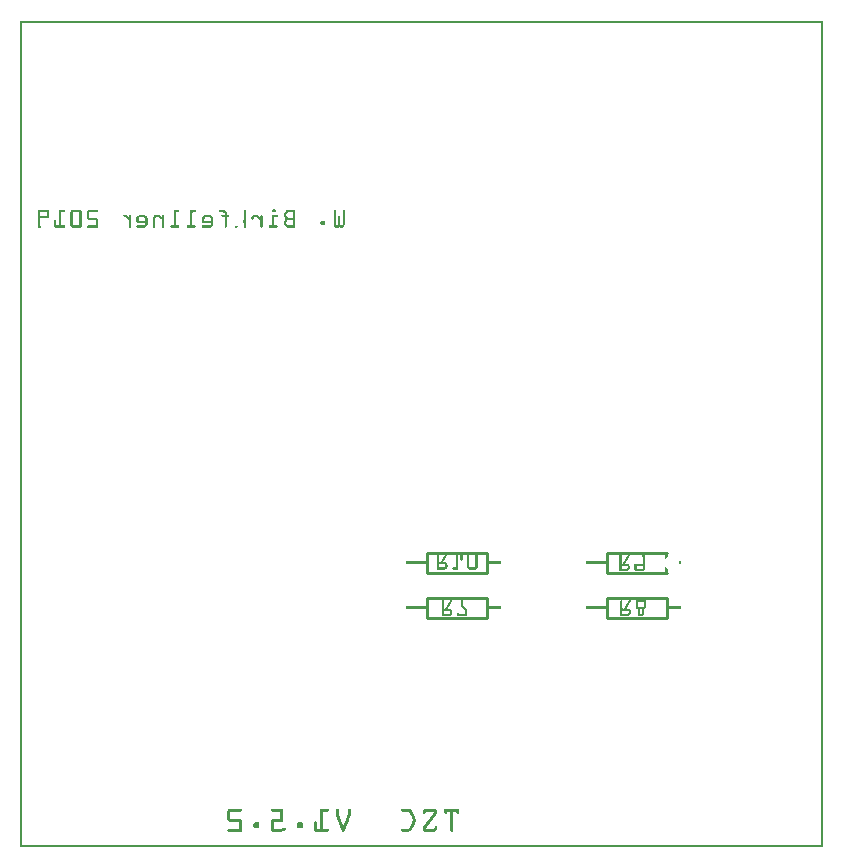
<source format=gbo>
G04 MADE WITH FRITZING*
G04 WWW.FRITZING.ORG*
G04 DOUBLE SIDED*
G04 HOLES PLATED*
G04 CONTOUR ON CENTER OF CONTOUR VECTOR*
%ASAXBY*%
%FSLAX23Y23*%
%MOIN*%
%OFA0B0*%
%SFA1.0B1.0*%
%ADD10C,0.010000*%
%ADD11R,0.001000X0.001000*%
%LNSILK0*%
G90*
G70*
G54D10*
X1956Y765D02*
X2156Y765D01*
D02*
X2156Y765D02*
X2156Y831D01*
D02*
X2156Y831D02*
X1956Y831D01*
D02*
X1956Y831D02*
X1956Y765D01*
D02*
X1356Y765D02*
X1556Y765D01*
D02*
X1556Y765D02*
X1556Y831D01*
D02*
X1556Y831D02*
X1356Y831D01*
D02*
X1356Y831D02*
X1356Y765D01*
D02*
X1956Y915D02*
X2156Y915D01*
D02*
X2156Y981D02*
X1956Y981D01*
D02*
X1956Y981D02*
X1956Y915D01*
D02*
X1356Y915D02*
X1556Y915D01*
D02*
X1556Y915D02*
X1556Y981D01*
D02*
X1556Y981D02*
X1356Y981D01*
D02*
X1356Y981D02*
X1356Y915D01*
G54D11*
X0Y2756D02*
X2676Y2756D01*
X0Y2755D02*
X2676Y2755D01*
X0Y2754D02*
X2676Y2754D01*
X0Y2753D02*
X2676Y2753D01*
X0Y2752D02*
X2676Y2752D01*
X0Y2751D02*
X2676Y2751D01*
X0Y2750D02*
X2676Y2750D01*
X0Y2749D02*
X2676Y2749D01*
X0Y2748D02*
X7Y2748D01*
X2669Y2748D02*
X2676Y2748D01*
X0Y2747D02*
X7Y2747D01*
X2669Y2747D02*
X2676Y2747D01*
X0Y2746D02*
X7Y2746D01*
X2669Y2746D02*
X2676Y2746D01*
X0Y2745D02*
X7Y2745D01*
X2669Y2745D02*
X2676Y2745D01*
X0Y2744D02*
X7Y2744D01*
X2669Y2744D02*
X2676Y2744D01*
X0Y2743D02*
X7Y2743D01*
X2669Y2743D02*
X2676Y2743D01*
X0Y2742D02*
X7Y2742D01*
X2669Y2742D02*
X2676Y2742D01*
X0Y2741D02*
X7Y2741D01*
X2669Y2741D02*
X2676Y2741D01*
X0Y2740D02*
X7Y2740D01*
X2669Y2740D02*
X2676Y2740D01*
X0Y2739D02*
X7Y2739D01*
X2669Y2739D02*
X2676Y2739D01*
X0Y2738D02*
X7Y2738D01*
X2669Y2738D02*
X2676Y2738D01*
X0Y2737D02*
X7Y2737D01*
X2669Y2737D02*
X2676Y2737D01*
X0Y2736D02*
X7Y2736D01*
X2669Y2736D02*
X2676Y2736D01*
X0Y2735D02*
X7Y2735D01*
X2669Y2735D02*
X2676Y2735D01*
X0Y2734D02*
X7Y2734D01*
X2669Y2734D02*
X2676Y2734D01*
X0Y2733D02*
X7Y2733D01*
X2669Y2733D02*
X2676Y2733D01*
X0Y2732D02*
X7Y2732D01*
X2669Y2732D02*
X2676Y2732D01*
X0Y2731D02*
X7Y2731D01*
X2669Y2731D02*
X2676Y2731D01*
X0Y2730D02*
X7Y2730D01*
X2669Y2730D02*
X2676Y2730D01*
X0Y2729D02*
X7Y2729D01*
X2669Y2729D02*
X2676Y2729D01*
X0Y2728D02*
X7Y2728D01*
X2669Y2728D02*
X2676Y2728D01*
X0Y2727D02*
X7Y2727D01*
X2669Y2727D02*
X2676Y2727D01*
X0Y2726D02*
X7Y2726D01*
X2669Y2726D02*
X2676Y2726D01*
X0Y2725D02*
X7Y2725D01*
X2669Y2725D02*
X2676Y2725D01*
X0Y2724D02*
X7Y2724D01*
X2669Y2724D02*
X2676Y2724D01*
X0Y2723D02*
X7Y2723D01*
X2669Y2723D02*
X2676Y2723D01*
X0Y2722D02*
X7Y2722D01*
X2669Y2722D02*
X2676Y2722D01*
X0Y2721D02*
X7Y2721D01*
X2669Y2721D02*
X2676Y2721D01*
X0Y2720D02*
X7Y2720D01*
X2669Y2720D02*
X2676Y2720D01*
X0Y2719D02*
X7Y2719D01*
X2669Y2719D02*
X2676Y2719D01*
X0Y2718D02*
X7Y2718D01*
X2669Y2718D02*
X2676Y2718D01*
X0Y2717D02*
X7Y2717D01*
X2669Y2717D02*
X2676Y2717D01*
X0Y2716D02*
X7Y2716D01*
X2669Y2716D02*
X2676Y2716D01*
X0Y2715D02*
X7Y2715D01*
X2669Y2715D02*
X2676Y2715D01*
X0Y2714D02*
X7Y2714D01*
X2669Y2714D02*
X2676Y2714D01*
X0Y2713D02*
X7Y2713D01*
X2669Y2713D02*
X2676Y2713D01*
X0Y2712D02*
X7Y2712D01*
X2669Y2712D02*
X2676Y2712D01*
X0Y2711D02*
X7Y2711D01*
X2669Y2711D02*
X2676Y2711D01*
X0Y2710D02*
X7Y2710D01*
X2669Y2710D02*
X2676Y2710D01*
X0Y2709D02*
X7Y2709D01*
X2669Y2709D02*
X2676Y2709D01*
X0Y2708D02*
X7Y2708D01*
X2669Y2708D02*
X2676Y2708D01*
X0Y2707D02*
X7Y2707D01*
X2669Y2707D02*
X2676Y2707D01*
X0Y2706D02*
X7Y2706D01*
X2669Y2706D02*
X2676Y2706D01*
X0Y2705D02*
X7Y2705D01*
X2669Y2705D02*
X2676Y2705D01*
X0Y2704D02*
X7Y2704D01*
X2669Y2704D02*
X2676Y2704D01*
X0Y2703D02*
X7Y2703D01*
X2669Y2703D02*
X2676Y2703D01*
X0Y2702D02*
X7Y2702D01*
X2669Y2702D02*
X2676Y2702D01*
X0Y2701D02*
X7Y2701D01*
X2669Y2701D02*
X2676Y2701D01*
X0Y2700D02*
X7Y2700D01*
X2669Y2700D02*
X2676Y2700D01*
X0Y2699D02*
X7Y2699D01*
X2669Y2699D02*
X2676Y2699D01*
X0Y2698D02*
X7Y2698D01*
X2669Y2698D02*
X2676Y2698D01*
X0Y2697D02*
X7Y2697D01*
X2669Y2697D02*
X2676Y2697D01*
X0Y2696D02*
X7Y2696D01*
X2669Y2696D02*
X2676Y2696D01*
X0Y2695D02*
X7Y2695D01*
X2669Y2695D02*
X2676Y2695D01*
X0Y2694D02*
X7Y2694D01*
X2669Y2694D02*
X2676Y2694D01*
X0Y2693D02*
X7Y2693D01*
X2669Y2693D02*
X2676Y2693D01*
X0Y2692D02*
X7Y2692D01*
X2669Y2692D02*
X2676Y2692D01*
X0Y2691D02*
X7Y2691D01*
X2669Y2691D02*
X2676Y2691D01*
X0Y2690D02*
X7Y2690D01*
X2669Y2690D02*
X2676Y2690D01*
X0Y2689D02*
X7Y2689D01*
X2669Y2689D02*
X2676Y2689D01*
X0Y2688D02*
X7Y2688D01*
X2669Y2688D02*
X2676Y2688D01*
X0Y2687D02*
X7Y2687D01*
X2669Y2687D02*
X2676Y2687D01*
X0Y2686D02*
X7Y2686D01*
X2669Y2686D02*
X2676Y2686D01*
X0Y2685D02*
X7Y2685D01*
X2669Y2685D02*
X2676Y2685D01*
X0Y2684D02*
X7Y2684D01*
X2669Y2684D02*
X2676Y2684D01*
X0Y2683D02*
X7Y2683D01*
X2669Y2683D02*
X2676Y2683D01*
X0Y2682D02*
X7Y2682D01*
X2669Y2682D02*
X2676Y2682D01*
X0Y2681D02*
X7Y2681D01*
X2669Y2681D02*
X2676Y2681D01*
X0Y2680D02*
X7Y2680D01*
X2669Y2680D02*
X2676Y2680D01*
X0Y2679D02*
X7Y2679D01*
X2669Y2679D02*
X2676Y2679D01*
X0Y2678D02*
X7Y2678D01*
X2669Y2678D02*
X2676Y2678D01*
X0Y2677D02*
X7Y2677D01*
X2669Y2677D02*
X2676Y2677D01*
X0Y2676D02*
X7Y2676D01*
X2669Y2676D02*
X2676Y2676D01*
X0Y2675D02*
X7Y2675D01*
X2669Y2675D02*
X2676Y2675D01*
X0Y2674D02*
X7Y2674D01*
X2669Y2674D02*
X2676Y2674D01*
X0Y2673D02*
X7Y2673D01*
X2669Y2673D02*
X2676Y2673D01*
X0Y2672D02*
X7Y2672D01*
X2669Y2672D02*
X2676Y2672D01*
X0Y2671D02*
X7Y2671D01*
X2669Y2671D02*
X2676Y2671D01*
X0Y2670D02*
X7Y2670D01*
X2669Y2670D02*
X2676Y2670D01*
X0Y2669D02*
X7Y2669D01*
X2669Y2669D02*
X2676Y2669D01*
X0Y2668D02*
X7Y2668D01*
X2669Y2668D02*
X2676Y2668D01*
X0Y2667D02*
X7Y2667D01*
X2669Y2667D02*
X2676Y2667D01*
X0Y2666D02*
X7Y2666D01*
X2669Y2666D02*
X2676Y2666D01*
X0Y2665D02*
X7Y2665D01*
X2669Y2665D02*
X2676Y2665D01*
X0Y2664D02*
X7Y2664D01*
X2669Y2664D02*
X2676Y2664D01*
X0Y2663D02*
X7Y2663D01*
X2669Y2663D02*
X2676Y2663D01*
X0Y2662D02*
X7Y2662D01*
X2669Y2662D02*
X2676Y2662D01*
X0Y2661D02*
X7Y2661D01*
X2669Y2661D02*
X2676Y2661D01*
X0Y2660D02*
X7Y2660D01*
X2669Y2660D02*
X2676Y2660D01*
X0Y2659D02*
X7Y2659D01*
X2669Y2659D02*
X2676Y2659D01*
X0Y2658D02*
X7Y2658D01*
X2669Y2658D02*
X2676Y2658D01*
X0Y2657D02*
X7Y2657D01*
X2669Y2657D02*
X2676Y2657D01*
X0Y2656D02*
X7Y2656D01*
X2669Y2656D02*
X2676Y2656D01*
X0Y2655D02*
X7Y2655D01*
X2669Y2655D02*
X2676Y2655D01*
X0Y2654D02*
X7Y2654D01*
X2669Y2654D02*
X2676Y2654D01*
X0Y2653D02*
X7Y2653D01*
X2669Y2653D02*
X2676Y2653D01*
X0Y2652D02*
X7Y2652D01*
X2669Y2652D02*
X2676Y2652D01*
X0Y2651D02*
X7Y2651D01*
X2669Y2651D02*
X2676Y2651D01*
X0Y2650D02*
X7Y2650D01*
X2669Y2650D02*
X2676Y2650D01*
X0Y2649D02*
X7Y2649D01*
X2669Y2649D02*
X2676Y2649D01*
X0Y2648D02*
X7Y2648D01*
X2669Y2648D02*
X2676Y2648D01*
X0Y2647D02*
X7Y2647D01*
X2669Y2647D02*
X2676Y2647D01*
X0Y2646D02*
X7Y2646D01*
X2669Y2646D02*
X2676Y2646D01*
X0Y2645D02*
X7Y2645D01*
X2669Y2645D02*
X2676Y2645D01*
X0Y2644D02*
X7Y2644D01*
X2669Y2644D02*
X2676Y2644D01*
X0Y2643D02*
X7Y2643D01*
X2669Y2643D02*
X2676Y2643D01*
X0Y2642D02*
X7Y2642D01*
X2669Y2642D02*
X2676Y2642D01*
X0Y2641D02*
X7Y2641D01*
X2669Y2641D02*
X2676Y2641D01*
X0Y2640D02*
X7Y2640D01*
X2669Y2640D02*
X2676Y2640D01*
X0Y2639D02*
X7Y2639D01*
X2669Y2639D02*
X2676Y2639D01*
X0Y2638D02*
X7Y2638D01*
X2669Y2638D02*
X2676Y2638D01*
X0Y2637D02*
X7Y2637D01*
X2669Y2637D02*
X2676Y2637D01*
X0Y2636D02*
X7Y2636D01*
X2669Y2636D02*
X2676Y2636D01*
X0Y2635D02*
X7Y2635D01*
X2669Y2635D02*
X2676Y2635D01*
X0Y2634D02*
X7Y2634D01*
X2669Y2634D02*
X2676Y2634D01*
X0Y2633D02*
X7Y2633D01*
X2669Y2633D02*
X2676Y2633D01*
X0Y2632D02*
X7Y2632D01*
X2669Y2632D02*
X2676Y2632D01*
X0Y2631D02*
X7Y2631D01*
X2669Y2631D02*
X2676Y2631D01*
X0Y2630D02*
X7Y2630D01*
X2669Y2630D02*
X2676Y2630D01*
X0Y2629D02*
X7Y2629D01*
X2669Y2629D02*
X2676Y2629D01*
X0Y2628D02*
X7Y2628D01*
X2669Y2628D02*
X2676Y2628D01*
X0Y2627D02*
X7Y2627D01*
X2669Y2627D02*
X2676Y2627D01*
X0Y2626D02*
X7Y2626D01*
X2669Y2626D02*
X2676Y2626D01*
X0Y2625D02*
X7Y2625D01*
X2669Y2625D02*
X2676Y2625D01*
X0Y2624D02*
X7Y2624D01*
X2669Y2624D02*
X2676Y2624D01*
X0Y2623D02*
X7Y2623D01*
X2669Y2623D02*
X2676Y2623D01*
X0Y2622D02*
X7Y2622D01*
X2669Y2622D02*
X2676Y2622D01*
X0Y2621D02*
X7Y2621D01*
X2669Y2621D02*
X2676Y2621D01*
X0Y2620D02*
X7Y2620D01*
X2669Y2620D02*
X2676Y2620D01*
X0Y2619D02*
X7Y2619D01*
X2669Y2619D02*
X2676Y2619D01*
X0Y2618D02*
X7Y2618D01*
X2669Y2618D02*
X2676Y2618D01*
X0Y2617D02*
X7Y2617D01*
X2669Y2617D02*
X2676Y2617D01*
X0Y2616D02*
X7Y2616D01*
X2669Y2616D02*
X2676Y2616D01*
X0Y2615D02*
X7Y2615D01*
X2669Y2615D02*
X2676Y2615D01*
X0Y2614D02*
X7Y2614D01*
X2669Y2614D02*
X2676Y2614D01*
X0Y2613D02*
X7Y2613D01*
X2669Y2613D02*
X2676Y2613D01*
X0Y2612D02*
X7Y2612D01*
X2669Y2612D02*
X2676Y2612D01*
X0Y2611D02*
X7Y2611D01*
X2669Y2611D02*
X2676Y2611D01*
X0Y2610D02*
X7Y2610D01*
X2669Y2610D02*
X2676Y2610D01*
X0Y2609D02*
X7Y2609D01*
X2669Y2609D02*
X2676Y2609D01*
X0Y2608D02*
X7Y2608D01*
X2669Y2608D02*
X2676Y2608D01*
X0Y2607D02*
X7Y2607D01*
X2669Y2607D02*
X2676Y2607D01*
X0Y2606D02*
X7Y2606D01*
X2669Y2606D02*
X2676Y2606D01*
X0Y2605D02*
X7Y2605D01*
X2669Y2605D02*
X2676Y2605D01*
X0Y2604D02*
X7Y2604D01*
X2669Y2604D02*
X2676Y2604D01*
X0Y2603D02*
X7Y2603D01*
X2669Y2603D02*
X2676Y2603D01*
X0Y2602D02*
X7Y2602D01*
X2669Y2602D02*
X2676Y2602D01*
X0Y2601D02*
X7Y2601D01*
X2669Y2601D02*
X2676Y2601D01*
X0Y2600D02*
X7Y2600D01*
X2669Y2600D02*
X2676Y2600D01*
X0Y2599D02*
X7Y2599D01*
X2669Y2599D02*
X2676Y2599D01*
X0Y2598D02*
X7Y2598D01*
X2669Y2598D02*
X2676Y2598D01*
X0Y2597D02*
X7Y2597D01*
X2669Y2597D02*
X2676Y2597D01*
X0Y2596D02*
X7Y2596D01*
X2669Y2596D02*
X2676Y2596D01*
X0Y2595D02*
X7Y2595D01*
X2669Y2595D02*
X2676Y2595D01*
X0Y2594D02*
X7Y2594D01*
X2669Y2594D02*
X2676Y2594D01*
X0Y2593D02*
X7Y2593D01*
X2669Y2593D02*
X2676Y2593D01*
X0Y2592D02*
X7Y2592D01*
X2669Y2592D02*
X2676Y2592D01*
X0Y2591D02*
X7Y2591D01*
X2669Y2591D02*
X2676Y2591D01*
X0Y2590D02*
X7Y2590D01*
X2669Y2590D02*
X2676Y2590D01*
X0Y2589D02*
X7Y2589D01*
X2669Y2589D02*
X2676Y2589D01*
X0Y2588D02*
X7Y2588D01*
X2669Y2588D02*
X2676Y2588D01*
X0Y2587D02*
X7Y2587D01*
X2669Y2587D02*
X2676Y2587D01*
X0Y2586D02*
X7Y2586D01*
X2669Y2586D02*
X2676Y2586D01*
X0Y2585D02*
X7Y2585D01*
X2669Y2585D02*
X2676Y2585D01*
X0Y2584D02*
X7Y2584D01*
X2669Y2584D02*
X2676Y2584D01*
X0Y2583D02*
X7Y2583D01*
X2669Y2583D02*
X2676Y2583D01*
X0Y2582D02*
X7Y2582D01*
X2669Y2582D02*
X2676Y2582D01*
X0Y2581D02*
X7Y2581D01*
X2669Y2581D02*
X2676Y2581D01*
X0Y2580D02*
X7Y2580D01*
X2669Y2580D02*
X2676Y2580D01*
X0Y2579D02*
X7Y2579D01*
X2669Y2579D02*
X2676Y2579D01*
X0Y2578D02*
X7Y2578D01*
X2669Y2578D02*
X2676Y2578D01*
X0Y2577D02*
X7Y2577D01*
X2669Y2577D02*
X2676Y2577D01*
X0Y2576D02*
X7Y2576D01*
X2669Y2576D02*
X2676Y2576D01*
X0Y2575D02*
X7Y2575D01*
X2669Y2575D02*
X2676Y2575D01*
X0Y2574D02*
X7Y2574D01*
X2669Y2574D02*
X2676Y2574D01*
X0Y2573D02*
X7Y2573D01*
X2669Y2573D02*
X2676Y2573D01*
X0Y2572D02*
X7Y2572D01*
X2669Y2572D02*
X2676Y2572D01*
X0Y2571D02*
X7Y2571D01*
X2669Y2571D02*
X2676Y2571D01*
X0Y2570D02*
X7Y2570D01*
X2669Y2570D02*
X2676Y2570D01*
X0Y2569D02*
X7Y2569D01*
X2669Y2569D02*
X2676Y2569D01*
X0Y2568D02*
X7Y2568D01*
X2669Y2568D02*
X2676Y2568D01*
X0Y2567D02*
X7Y2567D01*
X2669Y2567D02*
X2676Y2567D01*
X0Y2566D02*
X7Y2566D01*
X2669Y2566D02*
X2676Y2566D01*
X0Y2565D02*
X7Y2565D01*
X2669Y2565D02*
X2676Y2565D01*
X0Y2564D02*
X7Y2564D01*
X2669Y2564D02*
X2676Y2564D01*
X0Y2563D02*
X7Y2563D01*
X2669Y2563D02*
X2676Y2563D01*
X0Y2562D02*
X7Y2562D01*
X2669Y2562D02*
X2676Y2562D01*
X0Y2561D02*
X7Y2561D01*
X2669Y2561D02*
X2676Y2561D01*
X0Y2560D02*
X7Y2560D01*
X2669Y2560D02*
X2676Y2560D01*
X0Y2559D02*
X7Y2559D01*
X2669Y2559D02*
X2676Y2559D01*
X0Y2558D02*
X7Y2558D01*
X2669Y2558D02*
X2676Y2558D01*
X0Y2557D02*
X7Y2557D01*
X2669Y2557D02*
X2676Y2557D01*
X0Y2556D02*
X7Y2556D01*
X2669Y2556D02*
X2676Y2556D01*
X0Y2555D02*
X7Y2555D01*
X2669Y2555D02*
X2676Y2555D01*
X0Y2554D02*
X7Y2554D01*
X2669Y2554D02*
X2676Y2554D01*
X0Y2553D02*
X7Y2553D01*
X2669Y2553D02*
X2676Y2553D01*
X0Y2552D02*
X7Y2552D01*
X2669Y2552D02*
X2676Y2552D01*
X0Y2551D02*
X7Y2551D01*
X2669Y2551D02*
X2676Y2551D01*
X0Y2550D02*
X7Y2550D01*
X2669Y2550D02*
X2676Y2550D01*
X0Y2549D02*
X7Y2549D01*
X2669Y2549D02*
X2676Y2549D01*
X0Y2548D02*
X7Y2548D01*
X2669Y2548D02*
X2676Y2548D01*
X0Y2547D02*
X7Y2547D01*
X2669Y2547D02*
X2676Y2547D01*
X0Y2546D02*
X7Y2546D01*
X2669Y2546D02*
X2676Y2546D01*
X0Y2545D02*
X7Y2545D01*
X2669Y2545D02*
X2676Y2545D01*
X0Y2544D02*
X7Y2544D01*
X2669Y2544D02*
X2676Y2544D01*
X0Y2543D02*
X7Y2543D01*
X2669Y2543D02*
X2676Y2543D01*
X0Y2542D02*
X7Y2542D01*
X2669Y2542D02*
X2676Y2542D01*
X0Y2541D02*
X7Y2541D01*
X2669Y2541D02*
X2676Y2541D01*
X0Y2540D02*
X7Y2540D01*
X2669Y2540D02*
X2676Y2540D01*
X0Y2539D02*
X7Y2539D01*
X2669Y2539D02*
X2676Y2539D01*
X0Y2538D02*
X7Y2538D01*
X2669Y2538D02*
X2676Y2538D01*
X0Y2537D02*
X7Y2537D01*
X2669Y2537D02*
X2676Y2537D01*
X0Y2536D02*
X7Y2536D01*
X2669Y2536D02*
X2676Y2536D01*
X0Y2535D02*
X7Y2535D01*
X2669Y2535D02*
X2676Y2535D01*
X0Y2534D02*
X7Y2534D01*
X2669Y2534D02*
X2676Y2534D01*
X0Y2533D02*
X7Y2533D01*
X2669Y2533D02*
X2676Y2533D01*
X0Y2532D02*
X7Y2532D01*
X2669Y2532D02*
X2676Y2532D01*
X0Y2531D02*
X7Y2531D01*
X2669Y2531D02*
X2676Y2531D01*
X0Y2530D02*
X7Y2530D01*
X2669Y2530D02*
X2676Y2530D01*
X0Y2529D02*
X7Y2529D01*
X2669Y2529D02*
X2676Y2529D01*
X0Y2528D02*
X7Y2528D01*
X2669Y2528D02*
X2676Y2528D01*
X0Y2527D02*
X7Y2527D01*
X2669Y2527D02*
X2676Y2527D01*
X0Y2526D02*
X7Y2526D01*
X2669Y2526D02*
X2676Y2526D01*
X0Y2525D02*
X7Y2525D01*
X2669Y2525D02*
X2676Y2525D01*
X0Y2524D02*
X7Y2524D01*
X2669Y2524D02*
X2676Y2524D01*
X0Y2523D02*
X7Y2523D01*
X2669Y2523D02*
X2676Y2523D01*
X0Y2522D02*
X7Y2522D01*
X2669Y2522D02*
X2676Y2522D01*
X0Y2521D02*
X7Y2521D01*
X2669Y2521D02*
X2676Y2521D01*
X0Y2520D02*
X7Y2520D01*
X2669Y2520D02*
X2676Y2520D01*
X0Y2519D02*
X7Y2519D01*
X2669Y2519D02*
X2676Y2519D01*
X0Y2518D02*
X7Y2518D01*
X2669Y2518D02*
X2676Y2518D01*
X0Y2517D02*
X7Y2517D01*
X2669Y2517D02*
X2676Y2517D01*
X0Y2516D02*
X7Y2516D01*
X2669Y2516D02*
X2676Y2516D01*
X0Y2515D02*
X7Y2515D01*
X2669Y2515D02*
X2676Y2515D01*
X0Y2514D02*
X7Y2514D01*
X2669Y2514D02*
X2676Y2514D01*
X0Y2513D02*
X7Y2513D01*
X2669Y2513D02*
X2676Y2513D01*
X0Y2512D02*
X7Y2512D01*
X2669Y2512D02*
X2676Y2512D01*
X0Y2511D02*
X7Y2511D01*
X2669Y2511D02*
X2676Y2511D01*
X0Y2510D02*
X7Y2510D01*
X2669Y2510D02*
X2676Y2510D01*
X0Y2509D02*
X7Y2509D01*
X2669Y2509D02*
X2676Y2509D01*
X0Y2508D02*
X7Y2508D01*
X2669Y2508D02*
X2676Y2508D01*
X0Y2507D02*
X7Y2507D01*
X2669Y2507D02*
X2676Y2507D01*
X0Y2506D02*
X7Y2506D01*
X2669Y2506D02*
X2676Y2506D01*
X0Y2505D02*
X7Y2505D01*
X2669Y2505D02*
X2676Y2505D01*
X0Y2504D02*
X7Y2504D01*
X2669Y2504D02*
X2676Y2504D01*
X0Y2503D02*
X7Y2503D01*
X2669Y2503D02*
X2676Y2503D01*
X0Y2502D02*
X7Y2502D01*
X2669Y2502D02*
X2676Y2502D01*
X0Y2501D02*
X7Y2501D01*
X2669Y2501D02*
X2676Y2501D01*
X0Y2500D02*
X7Y2500D01*
X2669Y2500D02*
X2676Y2500D01*
X0Y2499D02*
X7Y2499D01*
X2669Y2499D02*
X2676Y2499D01*
X0Y2498D02*
X7Y2498D01*
X2669Y2498D02*
X2676Y2498D01*
X0Y2497D02*
X7Y2497D01*
X2669Y2497D02*
X2676Y2497D01*
X0Y2496D02*
X7Y2496D01*
X2669Y2496D02*
X2676Y2496D01*
X0Y2495D02*
X7Y2495D01*
X2669Y2495D02*
X2676Y2495D01*
X0Y2494D02*
X7Y2494D01*
X2669Y2494D02*
X2676Y2494D01*
X0Y2493D02*
X7Y2493D01*
X2669Y2493D02*
X2676Y2493D01*
X0Y2492D02*
X7Y2492D01*
X2669Y2492D02*
X2676Y2492D01*
X0Y2491D02*
X7Y2491D01*
X2669Y2491D02*
X2676Y2491D01*
X0Y2490D02*
X7Y2490D01*
X2669Y2490D02*
X2676Y2490D01*
X0Y2489D02*
X7Y2489D01*
X2669Y2489D02*
X2676Y2489D01*
X0Y2488D02*
X7Y2488D01*
X2669Y2488D02*
X2676Y2488D01*
X0Y2487D02*
X7Y2487D01*
X2669Y2487D02*
X2676Y2487D01*
X0Y2486D02*
X7Y2486D01*
X2669Y2486D02*
X2676Y2486D01*
X0Y2485D02*
X7Y2485D01*
X2669Y2485D02*
X2676Y2485D01*
X0Y2484D02*
X7Y2484D01*
X2669Y2484D02*
X2676Y2484D01*
X0Y2483D02*
X7Y2483D01*
X2669Y2483D02*
X2676Y2483D01*
X0Y2482D02*
X7Y2482D01*
X2669Y2482D02*
X2676Y2482D01*
X0Y2481D02*
X7Y2481D01*
X2669Y2481D02*
X2676Y2481D01*
X0Y2480D02*
X7Y2480D01*
X2669Y2480D02*
X2676Y2480D01*
X0Y2479D02*
X7Y2479D01*
X2669Y2479D02*
X2676Y2479D01*
X0Y2478D02*
X7Y2478D01*
X2669Y2478D02*
X2676Y2478D01*
X0Y2477D02*
X7Y2477D01*
X2669Y2477D02*
X2676Y2477D01*
X0Y2476D02*
X7Y2476D01*
X2669Y2476D02*
X2676Y2476D01*
X0Y2475D02*
X7Y2475D01*
X2669Y2475D02*
X2676Y2475D01*
X0Y2474D02*
X7Y2474D01*
X2669Y2474D02*
X2676Y2474D01*
X0Y2473D02*
X7Y2473D01*
X2669Y2473D02*
X2676Y2473D01*
X0Y2472D02*
X7Y2472D01*
X2669Y2472D02*
X2676Y2472D01*
X0Y2471D02*
X7Y2471D01*
X2669Y2471D02*
X2676Y2471D01*
X0Y2470D02*
X7Y2470D01*
X2669Y2470D02*
X2676Y2470D01*
X0Y2469D02*
X7Y2469D01*
X2669Y2469D02*
X2676Y2469D01*
X0Y2468D02*
X7Y2468D01*
X2669Y2468D02*
X2676Y2468D01*
X0Y2467D02*
X7Y2467D01*
X2669Y2467D02*
X2676Y2467D01*
X0Y2466D02*
X7Y2466D01*
X2669Y2466D02*
X2676Y2466D01*
X0Y2465D02*
X7Y2465D01*
X2669Y2465D02*
X2676Y2465D01*
X0Y2464D02*
X7Y2464D01*
X2669Y2464D02*
X2676Y2464D01*
X0Y2463D02*
X7Y2463D01*
X2669Y2463D02*
X2676Y2463D01*
X0Y2462D02*
X7Y2462D01*
X2669Y2462D02*
X2676Y2462D01*
X0Y2461D02*
X7Y2461D01*
X2669Y2461D02*
X2676Y2461D01*
X0Y2460D02*
X7Y2460D01*
X2669Y2460D02*
X2676Y2460D01*
X0Y2459D02*
X7Y2459D01*
X2669Y2459D02*
X2676Y2459D01*
X0Y2458D02*
X7Y2458D01*
X2669Y2458D02*
X2676Y2458D01*
X0Y2457D02*
X7Y2457D01*
X2669Y2457D02*
X2676Y2457D01*
X0Y2456D02*
X7Y2456D01*
X2669Y2456D02*
X2676Y2456D01*
X0Y2455D02*
X7Y2455D01*
X2669Y2455D02*
X2676Y2455D01*
X0Y2454D02*
X7Y2454D01*
X2669Y2454D02*
X2676Y2454D01*
X0Y2453D02*
X7Y2453D01*
X2669Y2453D02*
X2676Y2453D01*
X0Y2452D02*
X7Y2452D01*
X2669Y2452D02*
X2676Y2452D01*
X0Y2451D02*
X7Y2451D01*
X2669Y2451D02*
X2676Y2451D01*
X0Y2450D02*
X7Y2450D01*
X2669Y2450D02*
X2676Y2450D01*
X0Y2449D02*
X7Y2449D01*
X2669Y2449D02*
X2676Y2449D01*
X0Y2448D02*
X7Y2448D01*
X2669Y2448D02*
X2676Y2448D01*
X0Y2447D02*
X7Y2447D01*
X2669Y2447D02*
X2676Y2447D01*
X0Y2446D02*
X7Y2446D01*
X2669Y2446D02*
X2676Y2446D01*
X0Y2445D02*
X7Y2445D01*
X2669Y2445D02*
X2676Y2445D01*
X0Y2444D02*
X7Y2444D01*
X2669Y2444D02*
X2676Y2444D01*
X0Y2443D02*
X7Y2443D01*
X2669Y2443D02*
X2676Y2443D01*
X0Y2442D02*
X7Y2442D01*
X2669Y2442D02*
X2676Y2442D01*
X0Y2441D02*
X7Y2441D01*
X2669Y2441D02*
X2676Y2441D01*
X0Y2440D02*
X7Y2440D01*
X2669Y2440D02*
X2676Y2440D01*
X0Y2439D02*
X7Y2439D01*
X2669Y2439D02*
X2676Y2439D01*
X0Y2438D02*
X7Y2438D01*
X2669Y2438D02*
X2676Y2438D01*
X0Y2437D02*
X7Y2437D01*
X2669Y2437D02*
X2676Y2437D01*
X0Y2436D02*
X7Y2436D01*
X2669Y2436D02*
X2676Y2436D01*
X0Y2435D02*
X7Y2435D01*
X2669Y2435D02*
X2676Y2435D01*
X0Y2434D02*
X7Y2434D01*
X2669Y2434D02*
X2676Y2434D01*
X0Y2433D02*
X7Y2433D01*
X2669Y2433D02*
X2676Y2433D01*
X0Y2432D02*
X7Y2432D01*
X2669Y2432D02*
X2676Y2432D01*
X0Y2431D02*
X7Y2431D01*
X2669Y2431D02*
X2676Y2431D01*
X0Y2430D02*
X7Y2430D01*
X2669Y2430D02*
X2676Y2430D01*
X0Y2429D02*
X7Y2429D01*
X2669Y2429D02*
X2676Y2429D01*
X0Y2428D02*
X7Y2428D01*
X2669Y2428D02*
X2676Y2428D01*
X0Y2427D02*
X7Y2427D01*
X2669Y2427D02*
X2676Y2427D01*
X0Y2426D02*
X7Y2426D01*
X2669Y2426D02*
X2676Y2426D01*
X0Y2425D02*
X7Y2425D01*
X2669Y2425D02*
X2676Y2425D01*
X0Y2424D02*
X7Y2424D01*
X2669Y2424D02*
X2676Y2424D01*
X0Y2423D02*
X7Y2423D01*
X2669Y2423D02*
X2676Y2423D01*
X0Y2422D02*
X7Y2422D01*
X2669Y2422D02*
X2676Y2422D01*
X0Y2421D02*
X7Y2421D01*
X2669Y2421D02*
X2676Y2421D01*
X0Y2420D02*
X7Y2420D01*
X2669Y2420D02*
X2676Y2420D01*
X0Y2419D02*
X7Y2419D01*
X2669Y2419D02*
X2676Y2419D01*
X0Y2418D02*
X7Y2418D01*
X2669Y2418D02*
X2676Y2418D01*
X0Y2417D02*
X7Y2417D01*
X2669Y2417D02*
X2676Y2417D01*
X0Y2416D02*
X7Y2416D01*
X2669Y2416D02*
X2676Y2416D01*
X0Y2415D02*
X7Y2415D01*
X2669Y2415D02*
X2676Y2415D01*
X0Y2414D02*
X7Y2414D01*
X2669Y2414D02*
X2676Y2414D01*
X0Y2413D02*
X7Y2413D01*
X2669Y2413D02*
X2676Y2413D01*
X0Y2412D02*
X7Y2412D01*
X2669Y2412D02*
X2676Y2412D01*
X0Y2411D02*
X7Y2411D01*
X2669Y2411D02*
X2676Y2411D01*
X0Y2410D02*
X7Y2410D01*
X2669Y2410D02*
X2676Y2410D01*
X0Y2409D02*
X7Y2409D01*
X2669Y2409D02*
X2676Y2409D01*
X0Y2408D02*
X7Y2408D01*
X2669Y2408D02*
X2676Y2408D01*
X0Y2407D02*
X7Y2407D01*
X2669Y2407D02*
X2676Y2407D01*
X0Y2406D02*
X7Y2406D01*
X2669Y2406D02*
X2676Y2406D01*
X0Y2405D02*
X7Y2405D01*
X2669Y2405D02*
X2676Y2405D01*
X0Y2404D02*
X7Y2404D01*
X2669Y2404D02*
X2676Y2404D01*
X0Y2403D02*
X7Y2403D01*
X2669Y2403D02*
X2676Y2403D01*
X0Y2402D02*
X7Y2402D01*
X2669Y2402D02*
X2676Y2402D01*
X0Y2401D02*
X7Y2401D01*
X2669Y2401D02*
X2676Y2401D01*
X0Y2400D02*
X7Y2400D01*
X2669Y2400D02*
X2676Y2400D01*
X0Y2399D02*
X7Y2399D01*
X2669Y2399D02*
X2676Y2399D01*
X0Y2398D02*
X7Y2398D01*
X2669Y2398D02*
X2676Y2398D01*
X0Y2397D02*
X7Y2397D01*
X2669Y2397D02*
X2676Y2397D01*
X0Y2396D02*
X7Y2396D01*
X2669Y2396D02*
X2676Y2396D01*
X0Y2395D02*
X7Y2395D01*
X2669Y2395D02*
X2676Y2395D01*
X0Y2394D02*
X7Y2394D01*
X2669Y2394D02*
X2676Y2394D01*
X0Y2393D02*
X7Y2393D01*
X2669Y2393D02*
X2676Y2393D01*
X0Y2392D02*
X7Y2392D01*
X2669Y2392D02*
X2676Y2392D01*
X0Y2391D02*
X7Y2391D01*
X2669Y2391D02*
X2676Y2391D01*
X0Y2390D02*
X7Y2390D01*
X2669Y2390D02*
X2676Y2390D01*
X0Y2389D02*
X7Y2389D01*
X2669Y2389D02*
X2676Y2389D01*
X0Y2388D02*
X7Y2388D01*
X2669Y2388D02*
X2676Y2388D01*
X0Y2387D02*
X7Y2387D01*
X2669Y2387D02*
X2676Y2387D01*
X0Y2386D02*
X7Y2386D01*
X2669Y2386D02*
X2676Y2386D01*
X0Y2385D02*
X7Y2385D01*
X2669Y2385D02*
X2676Y2385D01*
X0Y2384D02*
X7Y2384D01*
X2669Y2384D02*
X2676Y2384D01*
X0Y2383D02*
X7Y2383D01*
X2669Y2383D02*
X2676Y2383D01*
X0Y2382D02*
X7Y2382D01*
X2669Y2382D02*
X2676Y2382D01*
X0Y2381D02*
X7Y2381D01*
X2669Y2381D02*
X2676Y2381D01*
X0Y2380D02*
X7Y2380D01*
X2669Y2380D02*
X2676Y2380D01*
X0Y2379D02*
X7Y2379D01*
X2669Y2379D02*
X2676Y2379D01*
X0Y2378D02*
X7Y2378D01*
X2669Y2378D02*
X2676Y2378D01*
X0Y2377D02*
X7Y2377D01*
X2669Y2377D02*
X2676Y2377D01*
X0Y2376D02*
X7Y2376D01*
X2669Y2376D02*
X2676Y2376D01*
X0Y2375D02*
X7Y2375D01*
X2669Y2375D02*
X2676Y2375D01*
X0Y2374D02*
X7Y2374D01*
X2669Y2374D02*
X2676Y2374D01*
X0Y2373D02*
X7Y2373D01*
X2669Y2373D02*
X2676Y2373D01*
X0Y2372D02*
X7Y2372D01*
X2669Y2372D02*
X2676Y2372D01*
X0Y2371D02*
X7Y2371D01*
X2669Y2371D02*
X2676Y2371D01*
X0Y2370D02*
X7Y2370D01*
X2669Y2370D02*
X2676Y2370D01*
X0Y2369D02*
X7Y2369D01*
X2669Y2369D02*
X2676Y2369D01*
X0Y2368D02*
X7Y2368D01*
X2669Y2368D02*
X2676Y2368D01*
X0Y2367D02*
X7Y2367D01*
X2669Y2367D02*
X2676Y2367D01*
X0Y2366D02*
X7Y2366D01*
X2669Y2366D02*
X2676Y2366D01*
X0Y2365D02*
X7Y2365D01*
X2669Y2365D02*
X2676Y2365D01*
X0Y2364D02*
X7Y2364D01*
X2669Y2364D02*
X2676Y2364D01*
X0Y2363D02*
X7Y2363D01*
X2669Y2363D02*
X2676Y2363D01*
X0Y2362D02*
X7Y2362D01*
X2669Y2362D02*
X2676Y2362D01*
X0Y2361D02*
X7Y2361D01*
X2669Y2361D02*
X2676Y2361D01*
X0Y2360D02*
X7Y2360D01*
X2669Y2360D02*
X2676Y2360D01*
X0Y2359D02*
X7Y2359D01*
X2669Y2359D02*
X2676Y2359D01*
X0Y2358D02*
X7Y2358D01*
X2669Y2358D02*
X2676Y2358D01*
X0Y2357D02*
X7Y2357D01*
X2669Y2357D02*
X2676Y2357D01*
X0Y2356D02*
X7Y2356D01*
X2669Y2356D02*
X2676Y2356D01*
X0Y2355D02*
X7Y2355D01*
X2669Y2355D02*
X2676Y2355D01*
X0Y2354D02*
X7Y2354D01*
X2669Y2354D02*
X2676Y2354D01*
X0Y2353D02*
X7Y2353D01*
X2669Y2353D02*
X2676Y2353D01*
X0Y2352D02*
X7Y2352D01*
X2669Y2352D02*
X2676Y2352D01*
X0Y2351D02*
X7Y2351D01*
X2669Y2351D02*
X2676Y2351D01*
X0Y2350D02*
X7Y2350D01*
X2669Y2350D02*
X2676Y2350D01*
X0Y2349D02*
X7Y2349D01*
X2669Y2349D02*
X2676Y2349D01*
X0Y2348D02*
X7Y2348D01*
X2669Y2348D02*
X2676Y2348D01*
X0Y2347D02*
X7Y2347D01*
X2669Y2347D02*
X2676Y2347D01*
X0Y2346D02*
X7Y2346D01*
X2669Y2346D02*
X2676Y2346D01*
X0Y2345D02*
X7Y2345D01*
X2669Y2345D02*
X2676Y2345D01*
X0Y2344D02*
X7Y2344D01*
X2669Y2344D02*
X2676Y2344D01*
X0Y2343D02*
X7Y2343D01*
X2669Y2343D02*
X2676Y2343D01*
X0Y2342D02*
X7Y2342D01*
X2669Y2342D02*
X2676Y2342D01*
X0Y2341D02*
X7Y2341D01*
X2669Y2341D02*
X2676Y2341D01*
X0Y2340D02*
X7Y2340D01*
X2669Y2340D02*
X2676Y2340D01*
X0Y2339D02*
X7Y2339D01*
X2669Y2339D02*
X2676Y2339D01*
X0Y2338D02*
X7Y2338D01*
X2669Y2338D02*
X2676Y2338D01*
X0Y2337D02*
X7Y2337D01*
X2669Y2337D02*
X2676Y2337D01*
X0Y2336D02*
X7Y2336D01*
X2669Y2336D02*
X2676Y2336D01*
X0Y2335D02*
X7Y2335D01*
X2669Y2335D02*
X2676Y2335D01*
X0Y2334D02*
X7Y2334D01*
X2669Y2334D02*
X2676Y2334D01*
X0Y2333D02*
X7Y2333D01*
X2669Y2333D02*
X2676Y2333D01*
X0Y2332D02*
X7Y2332D01*
X2669Y2332D02*
X2676Y2332D01*
X0Y2331D02*
X7Y2331D01*
X2669Y2331D02*
X2676Y2331D01*
X0Y2330D02*
X7Y2330D01*
X2669Y2330D02*
X2676Y2330D01*
X0Y2329D02*
X7Y2329D01*
X2669Y2329D02*
X2676Y2329D01*
X0Y2328D02*
X7Y2328D01*
X2669Y2328D02*
X2676Y2328D01*
X0Y2327D02*
X7Y2327D01*
X2669Y2327D02*
X2676Y2327D01*
X0Y2326D02*
X7Y2326D01*
X2669Y2326D02*
X2676Y2326D01*
X0Y2325D02*
X7Y2325D01*
X2669Y2325D02*
X2676Y2325D01*
X0Y2324D02*
X7Y2324D01*
X2669Y2324D02*
X2676Y2324D01*
X0Y2323D02*
X7Y2323D01*
X2669Y2323D02*
X2676Y2323D01*
X0Y2322D02*
X7Y2322D01*
X2669Y2322D02*
X2676Y2322D01*
X0Y2321D02*
X7Y2321D01*
X2669Y2321D02*
X2676Y2321D01*
X0Y2320D02*
X7Y2320D01*
X2669Y2320D02*
X2676Y2320D01*
X0Y2319D02*
X7Y2319D01*
X2669Y2319D02*
X2676Y2319D01*
X0Y2318D02*
X7Y2318D01*
X2669Y2318D02*
X2676Y2318D01*
X0Y2317D02*
X7Y2317D01*
X2669Y2317D02*
X2676Y2317D01*
X0Y2316D02*
X7Y2316D01*
X2669Y2316D02*
X2676Y2316D01*
X0Y2315D02*
X7Y2315D01*
X2669Y2315D02*
X2676Y2315D01*
X0Y2314D02*
X7Y2314D01*
X2669Y2314D02*
X2676Y2314D01*
X0Y2313D02*
X7Y2313D01*
X2669Y2313D02*
X2676Y2313D01*
X0Y2312D02*
X7Y2312D01*
X2669Y2312D02*
X2676Y2312D01*
X0Y2311D02*
X7Y2311D01*
X2669Y2311D02*
X2676Y2311D01*
X0Y2310D02*
X7Y2310D01*
X2669Y2310D02*
X2676Y2310D01*
X0Y2309D02*
X7Y2309D01*
X2669Y2309D02*
X2676Y2309D01*
X0Y2308D02*
X7Y2308D01*
X2669Y2308D02*
X2676Y2308D01*
X0Y2307D02*
X7Y2307D01*
X2669Y2307D02*
X2676Y2307D01*
X0Y2306D02*
X7Y2306D01*
X2669Y2306D02*
X2676Y2306D01*
X0Y2305D02*
X7Y2305D01*
X2669Y2305D02*
X2676Y2305D01*
X0Y2304D02*
X7Y2304D01*
X2669Y2304D02*
X2676Y2304D01*
X0Y2303D02*
X7Y2303D01*
X2669Y2303D02*
X2676Y2303D01*
X0Y2302D02*
X7Y2302D01*
X2669Y2302D02*
X2676Y2302D01*
X0Y2301D02*
X7Y2301D01*
X2669Y2301D02*
X2676Y2301D01*
X0Y2300D02*
X7Y2300D01*
X2669Y2300D02*
X2676Y2300D01*
X0Y2299D02*
X7Y2299D01*
X2669Y2299D02*
X2676Y2299D01*
X0Y2298D02*
X7Y2298D01*
X2669Y2298D02*
X2676Y2298D01*
X0Y2297D02*
X7Y2297D01*
X2669Y2297D02*
X2676Y2297D01*
X0Y2296D02*
X7Y2296D01*
X2669Y2296D02*
X2676Y2296D01*
X0Y2295D02*
X7Y2295D01*
X2669Y2295D02*
X2676Y2295D01*
X0Y2294D02*
X7Y2294D01*
X2669Y2294D02*
X2676Y2294D01*
X0Y2293D02*
X7Y2293D01*
X2669Y2293D02*
X2676Y2293D01*
X0Y2292D02*
X7Y2292D01*
X2669Y2292D02*
X2676Y2292D01*
X0Y2291D02*
X7Y2291D01*
X2669Y2291D02*
X2676Y2291D01*
X0Y2290D02*
X7Y2290D01*
X2669Y2290D02*
X2676Y2290D01*
X0Y2289D02*
X7Y2289D01*
X2669Y2289D02*
X2676Y2289D01*
X0Y2288D02*
X7Y2288D01*
X2669Y2288D02*
X2676Y2288D01*
X0Y2287D02*
X7Y2287D01*
X2669Y2287D02*
X2676Y2287D01*
X0Y2286D02*
X7Y2286D01*
X2669Y2286D02*
X2676Y2286D01*
X0Y2285D02*
X7Y2285D01*
X2669Y2285D02*
X2676Y2285D01*
X0Y2284D02*
X7Y2284D01*
X2669Y2284D02*
X2676Y2284D01*
X0Y2283D02*
X7Y2283D01*
X2669Y2283D02*
X2676Y2283D01*
X0Y2282D02*
X7Y2282D01*
X2669Y2282D02*
X2676Y2282D01*
X0Y2281D02*
X7Y2281D01*
X2669Y2281D02*
X2676Y2281D01*
X0Y2280D02*
X7Y2280D01*
X2669Y2280D02*
X2676Y2280D01*
X0Y2279D02*
X7Y2279D01*
X2669Y2279D02*
X2676Y2279D01*
X0Y2278D02*
X7Y2278D01*
X2669Y2278D02*
X2676Y2278D01*
X0Y2277D02*
X7Y2277D01*
X2669Y2277D02*
X2676Y2277D01*
X0Y2276D02*
X7Y2276D01*
X2669Y2276D02*
X2676Y2276D01*
X0Y2275D02*
X7Y2275D01*
X2669Y2275D02*
X2676Y2275D01*
X0Y2274D02*
X7Y2274D01*
X2669Y2274D02*
X2676Y2274D01*
X0Y2273D02*
X7Y2273D01*
X2669Y2273D02*
X2676Y2273D01*
X0Y2272D02*
X7Y2272D01*
X2669Y2272D02*
X2676Y2272D01*
X0Y2271D02*
X7Y2271D01*
X2669Y2271D02*
X2676Y2271D01*
X0Y2270D02*
X7Y2270D01*
X2669Y2270D02*
X2676Y2270D01*
X0Y2269D02*
X7Y2269D01*
X2669Y2269D02*
X2676Y2269D01*
X0Y2268D02*
X7Y2268D01*
X2669Y2268D02*
X2676Y2268D01*
X0Y2267D02*
X7Y2267D01*
X2669Y2267D02*
X2676Y2267D01*
X0Y2266D02*
X7Y2266D01*
X2669Y2266D02*
X2676Y2266D01*
X0Y2265D02*
X7Y2265D01*
X2669Y2265D02*
X2676Y2265D01*
X0Y2264D02*
X7Y2264D01*
X2669Y2264D02*
X2676Y2264D01*
X0Y2263D02*
X7Y2263D01*
X2669Y2263D02*
X2676Y2263D01*
X0Y2262D02*
X7Y2262D01*
X2669Y2262D02*
X2676Y2262D01*
X0Y2261D02*
X7Y2261D01*
X2669Y2261D02*
X2676Y2261D01*
X0Y2260D02*
X7Y2260D01*
X2669Y2260D02*
X2676Y2260D01*
X0Y2259D02*
X7Y2259D01*
X2669Y2259D02*
X2676Y2259D01*
X0Y2258D02*
X7Y2258D01*
X2669Y2258D02*
X2676Y2258D01*
X0Y2257D02*
X7Y2257D01*
X2669Y2257D02*
X2676Y2257D01*
X0Y2256D02*
X7Y2256D01*
X2669Y2256D02*
X2676Y2256D01*
X0Y2255D02*
X7Y2255D01*
X2669Y2255D02*
X2676Y2255D01*
X0Y2254D02*
X7Y2254D01*
X2669Y2254D02*
X2676Y2254D01*
X0Y2253D02*
X7Y2253D01*
X2669Y2253D02*
X2676Y2253D01*
X0Y2252D02*
X7Y2252D01*
X2669Y2252D02*
X2676Y2252D01*
X0Y2251D02*
X7Y2251D01*
X2669Y2251D02*
X2676Y2251D01*
X0Y2250D02*
X7Y2250D01*
X2669Y2250D02*
X2676Y2250D01*
X0Y2249D02*
X7Y2249D01*
X2669Y2249D02*
X2676Y2249D01*
X0Y2248D02*
X7Y2248D01*
X2669Y2248D02*
X2676Y2248D01*
X0Y2247D02*
X7Y2247D01*
X2669Y2247D02*
X2676Y2247D01*
X0Y2246D02*
X7Y2246D01*
X2669Y2246D02*
X2676Y2246D01*
X0Y2245D02*
X7Y2245D01*
X2669Y2245D02*
X2676Y2245D01*
X0Y2244D02*
X7Y2244D01*
X2669Y2244D02*
X2676Y2244D01*
X0Y2243D02*
X7Y2243D01*
X2669Y2243D02*
X2676Y2243D01*
X0Y2242D02*
X7Y2242D01*
X2669Y2242D02*
X2676Y2242D01*
X0Y2241D02*
X7Y2241D01*
X2669Y2241D02*
X2676Y2241D01*
X0Y2240D02*
X7Y2240D01*
X2669Y2240D02*
X2676Y2240D01*
X0Y2239D02*
X7Y2239D01*
X2669Y2239D02*
X2676Y2239D01*
X0Y2238D02*
X7Y2238D01*
X2669Y2238D02*
X2676Y2238D01*
X0Y2237D02*
X7Y2237D01*
X2669Y2237D02*
X2676Y2237D01*
X0Y2236D02*
X7Y2236D01*
X2669Y2236D02*
X2676Y2236D01*
X0Y2235D02*
X7Y2235D01*
X2669Y2235D02*
X2676Y2235D01*
X0Y2234D02*
X7Y2234D01*
X2669Y2234D02*
X2676Y2234D01*
X0Y2233D02*
X7Y2233D01*
X2669Y2233D02*
X2676Y2233D01*
X0Y2232D02*
X7Y2232D01*
X2669Y2232D02*
X2676Y2232D01*
X0Y2231D02*
X7Y2231D01*
X2669Y2231D02*
X2676Y2231D01*
X0Y2230D02*
X7Y2230D01*
X2669Y2230D02*
X2676Y2230D01*
X0Y2229D02*
X7Y2229D01*
X2669Y2229D02*
X2676Y2229D01*
X0Y2228D02*
X7Y2228D01*
X2669Y2228D02*
X2676Y2228D01*
X0Y2227D02*
X7Y2227D01*
X2669Y2227D02*
X2676Y2227D01*
X0Y2226D02*
X7Y2226D01*
X2669Y2226D02*
X2676Y2226D01*
X0Y2225D02*
X7Y2225D01*
X2669Y2225D02*
X2676Y2225D01*
X0Y2224D02*
X7Y2224D01*
X2669Y2224D02*
X2676Y2224D01*
X0Y2223D02*
X7Y2223D01*
X2669Y2223D02*
X2676Y2223D01*
X0Y2222D02*
X7Y2222D01*
X2669Y2222D02*
X2676Y2222D01*
X0Y2221D02*
X7Y2221D01*
X2669Y2221D02*
X2676Y2221D01*
X0Y2220D02*
X7Y2220D01*
X2669Y2220D02*
X2676Y2220D01*
X0Y2219D02*
X7Y2219D01*
X2669Y2219D02*
X2676Y2219D01*
X0Y2218D02*
X7Y2218D01*
X2669Y2218D02*
X2676Y2218D01*
X0Y2217D02*
X7Y2217D01*
X2669Y2217D02*
X2676Y2217D01*
X0Y2216D02*
X7Y2216D01*
X2669Y2216D02*
X2676Y2216D01*
X0Y2215D02*
X7Y2215D01*
X2669Y2215D02*
X2676Y2215D01*
X0Y2214D02*
X7Y2214D01*
X2669Y2214D02*
X2676Y2214D01*
X0Y2213D02*
X7Y2213D01*
X2669Y2213D02*
X2676Y2213D01*
X0Y2212D02*
X7Y2212D01*
X2669Y2212D02*
X2676Y2212D01*
X0Y2211D02*
X7Y2211D01*
X2669Y2211D02*
X2676Y2211D01*
X0Y2210D02*
X7Y2210D01*
X2669Y2210D02*
X2676Y2210D01*
X0Y2209D02*
X7Y2209D01*
X2669Y2209D02*
X2676Y2209D01*
X0Y2208D02*
X7Y2208D01*
X2669Y2208D02*
X2676Y2208D01*
X0Y2207D02*
X7Y2207D01*
X2669Y2207D02*
X2676Y2207D01*
X0Y2206D02*
X7Y2206D01*
X2669Y2206D02*
X2676Y2206D01*
X0Y2205D02*
X7Y2205D01*
X2669Y2205D02*
X2676Y2205D01*
X0Y2204D02*
X7Y2204D01*
X2669Y2204D02*
X2676Y2204D01*
X0Y2203D02*
X7Y2203D01*
X2669Y2203D02*
X2676Y2203D01*
X0Y2202D02*
X7Y2202D01*
X2669Y2202D02*
X2676Y2202D01*
X0Y2201D02*
X7Y2201D01*
X2669Y2201D02*
X2676Y2201D01*
X0Y2200D02*
X7Y2200D01*
X2669Y2200D02*
X2676Y2200D01*
X0Y2199D02*
X7Y2199D01*
X2669Y2199D02*
X2676Y2199D01*
X0Y2198D02*
X7Y2198D01*
X2669Y2198D02*
X2676Y2198D01*
X0Y2197D02*
X7Y2197D01*
X2669Y2197D02*
X2676Y2197D01*
X0Y2196D02*
X7Y2196D01*
X2669Y2196D02*
X2676Y2196D01*
X0Y2195D02*
X7Y2195D01*
X2669Y2195D02*
X2676Y2195D01*
X0Y2194D02*
X7Y2194D01*
X2669Y2194D02*
X2676Y2194D01*
X0Y2193D02*
X7Y2193D01*
X2669Y2193D02*
X2676Y2193D01*
X0Y2192D02*
X7Y2192D01*
X2669Y2192D02*
X2676Y2192D01*
X0Y2191D02*
X7Y2191D01*
X2669Y2191D02*
X2676Y2191D01*
X0Y2190D02*
X7Y2190D01*
X2669Y2190D02*
X2676Y2190D01*
X0Y2189D02*
X7Y2189D01*
X2669Y2189D02*
X2676Y2189D01*
X0Y2188D02*
X7Y2188D01*
X2669Y2188D02*
X2676Y2188D01*
X0Y2187D02*
X7Y2187D01*
X2669Y2187D02*
X2676Y2187D01*
X0Y2186D02*
X7Y2186D01*
X2669Y2186D02*
X2676Y2186D01*
X0Y2185D02*
X7Y2185D01*
X2669Y2185D02*
X2676Y2185D01*
X0Y2184D02*
X7Y2184D01*
X2669Y2184D02*
X2676Y2184D01*
X0Y2183D02*
X7Y2183D01*
X2669Y2183D02*
X2676Y2183D01*
X0Y2182D02*
X7Y2182D01*
X2669Y2182D02*
X2676Y2182D01*
X0Y2181D02*
X7Y2181D01*
X2669Y2181D02*
X2676Y2181D01*
X0Y2180D02*
X7Y2180D01*
X2669Y2180D02*
X2676Y2180D01*
X0Y2179D02*
X7Y2179D01*
X2669Y2179D02*
X2676Y2179D01*
X0Y2178D02*
X7Y2178D01*
X2669Y2178D02*
X2676Y2178D01*
X0Y2177D02*
X7Y2177D01*
X2669Y2177D02*
X2676Y2177D01*
X0Y2176D02*
X7Y2176D01*
X2669Y2176D02*
X2676Y2176D01*
X0Y2175D02*
X7Y2175D01*
X2669Y2175D02*
X2676Y2175D01*
X0Y2174D02*
X7Y2174D01*
X2669Y2174D02*
X2676Y2174D01*
X0Y2173D02*
X7Y2173D01*
X2669Y2173D02*
X2676Y2173D01*
X0Y2172D02*
X7Y2172D01*
X2669Y2172D02*
X2676Y2172D01*
X0Y2171D02*
X7Y2171D01*
X2669Y2171D02*
X2676Y2171D01*
X0Y2170D02*
X7Y2170D01*
X2669Y2170D02*
X2676Y2170D01*
X0Y2169D02*
X7Y2169D01*
X2669Y2169D02*
X2676Y2169D01*
X0Y2168D02*
X7Y2168D01*
X2669Y2168D02*
X2676Y2168D01*
X0Y2167D02*
X7Y2167D01*
X2669Y2167D02*
X2676Y2167D01*
X0Y2166D02*
X7Y2166D01*
X2669Y2166D02*
X2676Y2166D01*
X0Y2165D02*
X7Y2165D01*
X2669Y2165D02*
X2676Y2165D01*
X0Y2164D02*
X7Y2164D01*
X2669Y2164D02*
X2676Y2164D01*
X0Y2163D02*
X7Y2163D01*
X2669Y2163D02*
X2676Y2163D01*
X0Y2162D02*
X7Y2162D01*
X2669Y2162D02*
X2676Y2162D01*
X0Y2161D02*
X7Y2161D01*
X2669Y2161D02*
X2676Y2161D01*
X0Y2160D02*
X7Y2160D01*
X2669Y2160D02*
X2676Y2160D01*
X0Y2159D02*
X7Y2159D01*
X2669Y2159D02*
X2676Y2159D01*
X0Y2158D02*
X7Y2158D01*
X2669Y2158D02*
X2676Y2158D01*
X0Y2157D02*
X7Y2157D01*
X2669Y2157D02*
X2676Y2157D01*
X0Y2156D02*
X7Y2156D01*
X2669Y2156D02*
X2676Y2156D01*
X0Y2155D02*
X7Y2155D01*
X2669Y2155D02*
X2676Y2155D01*
X0Y2154D02*
X7Y2154D01*
X2669Y2154D02*
X2676Y2154D01*
X0Y2153D02*
X7Y2153D01*
X2669Y2153D02*
X2676Y2153D01*
X0Y2152D02*
X7Y2152D01*
X2669Y2152D02*
X2676Y2152D01*
X0Y2151D02*
X7Y2151D01*
X2669Y2151D02*
X2676Y2151D01*
X0Y2150D02*
X7Y2150D01*
X2669Y2150D02*
X2676Y2150D01*
X0Y2149D02*
X7Y2149D01*
X2669Y2149D02*
X2676Y2149D01*
X0Y2148D02*
X7Y2148D01*
X2669Y2148D02*
X2676Y2148D01*
X0Y2147D02*
X7Y2147D01*
X2669Y2147D02*
X2676Y2147D01*
X0Y2146D02*
X7Y2146D01*
X2669Y2146D02*
X2676Y2146D01*
X0Y2145D02*
X7Y2145D01*
X2669Y2145D02*
X2676Y2145D01*
X0Y2144D02*
X7Y2144D01*
X2669Y2144D02*
X2676Y2144D01*
X0Y2143D02*
X7Y2143D01*
X2669Y2143D02*
X2676Y2143D01*
X0Y2142D02*
X7Y2142D01*
X2669Y2142D02*
X2676Y2142D01*
X0Y2141D02*
X7Y2141D01*
X2669Y2141D02*
X2676Y2141D01*
X0Y2140D02*
X7Y2140D01*
X2669Y2140D02*
X2676Y2140D01*
X0Y2139D02*
X7Y2139D01*
X2669Y2139D02*
X2676Y2139D01*
X0Y2138D02*
X7Y2138D01*
X2669Y2138D02*
X2676Y2138D01*
X0Y2137D02*
X7Y2137D01*
X2669Y2137D02*
X2676Y2137D01*
X0Y2136D02*
X7Y2136D01*
X2669Y2136D02*
X2676Y2136D01*
X0Y2135D02*
X7Y2135D01*
X2669Y2135D02*
X2676Y2135D01*
X0Y2134D02*
X7Y2134D01*
X2669Y2134D02*
X2676Y2134D01*
X0Y2133D02*
X7Y2133D01*
X2669Y2133D02*
X2676Y2133D01*
X0Y2132D02*
X7Y2132D01*
X2669Y2132D02*
X2676Y2132D01*
X0Y2131D02*
X7Y2131D01*
X2669Y2131D02*
X2676Y2131D01*
X0Y2130D02*
X7Y2130D01*
X2669Y2130D02*
X2676Y2130D01*
X0Y2129D02*
X7Y2129D01*
X844Y2129D02*
X848Y2129D01*
X2669Y2129D02*
X2676Y2129D01*
X0Y2128D02*
X7Y2128D01*
X842Y2128D02*
X850Y2128D01*
X2669Y2128D02*
X2676Y2128D01*
X0Y2127D02*
X7Y2127D01*
X841Y2127D02*
X851Y2127D01*
X2669Y2127D02*
X2676Y2127D01*
X0Y2126D02*
X7Y2126D01*
X63Y2126D02*
X92Y2126D01*
X129Y2126D02*
X146Y2126D01*
X176Y2126D02*
X197Y2126D01*
X231Y2126D02*
X256Y2126D01*
X516Y2126D02*
X526Y2126D01*
X571Y2126D02*
X581Y2126D01*
X667Y2126D02*
X675Y2126D01*
X841Y2126D02*
X851Y2126D01*
X896Y2126D02*
X917Y2126D01*
X2669Y2126D02*
X2676Y2126D01*
X0Y2125D02*
X7Y2125D01*
X60Y2125D02*
X94Y2125D01*
X129Y2125D02*
X149Y2125D01*
X172Y2125D02*
X201Y2125D01*
X227Y2125D02*
X258Y2125D01*
X513Y2125D02*
X529Y2125D01*
X568Y2125D02*
X583Y2125D01*
X665Y2125D02*
X680Y2125D01*
X748Y2125D02*
X752Y2125D01*
X841Y2125D02*
X851Y2125D01*
X890Y2125D02*
X917Y2125D01*
X1046Y2125D02*
X1050Y2125D01*
X1076Y2125D02*
X1080Y2125D01*
X2669Y2125D02*
X2676Y2125D01*
X0Y2124D02*
X7Y2124D01*
X59Y2124D02*
X95Y2124D01*
X129Y2124D02*
X150Y2124D01*
X171Y2124D02*
X202Y2124D01*
X226Y2124D02*
X259Y2124D01*
X513Y2124D02*
X529Y2124D01*
X567Y2124D02*
X584Y2124D01*
X664Y2124D02*
X682Y2124D01*
X747Y2124D02*
X752Y2124D01*
X841Y2124D02*
X851Y2124D01*
X888Y2124D02*
X917Y2124D01*
X1045Y2124D02*
X1051Y2124D01*
X1075Y2124D02*
X1081Y2124D01*
X2669Y2124D02*
X2676Y2124D01*
X0Y2123D02*
X7Y2123D01*
X59Y2123D02*
X95Y2123D01*
X129Y2123D02*
X150Y2123D01*
X170Y2123D02*
X203Y2123D01*
X225Y2123D02*
X260Y2123D01*
X512Y2123D02*
X530Y2123D01*
X567Y2123D02*
X585Y2123D01*
X663Y2123D02*
X684Y2123D01*
X746Y2123D02*
X753Y2123D01*
X841Y2123D02*
X851Y2123D01*
X887Y2123D02*
X917Y2123D01*
X1045Y2123D02*
X1051Y2123D01*
X1075Y2123D02*
X1081Y2123D01*
X2669Y2123D02*
X2676Y2123D01*
X0Y2122D02*
X7Y2122D01*
X59Y2122D02*
X95Y2122D01*
X129Y2122D02*
X150Y2122D01*
X169Y2122D02*
X204Y2122D01*
X224Y2122D02*
X260Y2122D01*
X512Y2122D02*
X530Y2122D01*
X567Y2122D02*
X585Y2122D01*
X663Y2122D02*
X685Y2122D01*
X746Y2122D02*
X753Y2122D01*
X841Y2122D02*
X851Y2122D01*
X886Y2122D02*
X917Y2122D01*
X1045Y2122D02*
X1051Y2122D01*
X1075Y2122D02*
X1082Y2122D01*
X2669Y2122D02*
X2676Y2122D01*
X0Y2121D02*
X7Y2121D01*
X59Y2121D02*
X95Y2121D01*
X129Y2121D02*
X150Y2121D01*
X169Y2121D02*
X204Y2121D01*
X224Y2121D02*
X260Y2121D01*
X512Y2121D02*
X530Y2121D01*
X567Y2121D02*
X585Y2121D01*
X664Y2121D02*
X686Y2121D01*
X746Y2121D02*
X753Y2121D01*
X841Y2121D02*
X851Y2121D01*
X885Y2121D02*
X917Y2121D01*
X1045Y2121D02*
X1051Y2121D01*
X1075Y2121D02*
X1082Y2121D01*
X2669Y2121D02*
X2676Y2121D01*
X0Y2120D02*
X7Y2120D01*
X59Y2120D02*
X95Y2120D01*
X129Y2120D02*
X149Y2120D01*
X168Y2120D02*
X205Y2120D01*
X223Y2120D02*
X259Y2120D01*
X512Y2120D02*
X529Y2120D01*
X567Y2120D02*
X584Y2120D01*
X664Y2120D02*
X686Y2120D01*
X746Y2120D02*
X753Y2120D01*
X842Y2120D02*
X850Y2120D01*
X884Y2120D02*
X917Y2120D01*
X1045Y2120D02*
X1051Y2120D01*
X1075Y2120D02*
X1082Y2120D01*
X2669Y2120D02*
X2676Y2120D01*
X0Y2119D02*
X7Y2119D01*
X59Y2119D02*
X95Y2119D01*
X129Y2119D02*
X148Y2119D01*
X168Y2119D02*
X205Y2119D01*
X223Y2119D02*
X258Y2119D01*
X512Y2119D02*
X528Y2119D01*
X567Y2119D02*
X583Y2119D01*
X665Y2119D02*
X687Y2119D01*
X746Y2119D02*
X753Y2119D01*
X843Y2119D02*
X849Y2119D01*
X883Y2119D02*
X917Y2119D01*
X1045Y2119D02*
X1051Y2119D01*
X1075Y2119D02*
X1082Y2119D01*
X2669Y2119D02*
X2676Y2119D01*
X0Y2118D02*
X7Y2118D01*
X59Y2118D02*
X65Y2118D01*
X89Y2118D02*
X95Y2118D01*
X129Y2118D02*
X135Y2118D01*
X168Y2118D02*
X175Y2118D01*
X198Y2118D02*
X205Y2118D01*
X223Y2118D02*
X230Y2118D01*
X512Y2118D02*
X519Y2118D01*
X567Y2118D02*
X574Y2118D01*
X678Y2118D02*
X688Y2118D01*
X746Y2118D02*
X753Y2118D01*
X882Y2118D02*
X893Y2118D01*
X910Y2118D02*
X917Y2118D01*
X1045Y2118D02*
X1051Y2118D01*
X1075Y2118D02*
X1082Y2118D01*
X2669Y2118D02*
X2676Y2118D01*
X0Y2117D02*
X7Y2117D01*
X59Y2117D02*
X65Y2117D01*
X89Y2117D02*
X95Y2117D01*
X129Y2117D02*
X135Y2117D01*
X168Y2117D02*
X175Y2117D01*
X198Y2117D02*
X205Y2117D01*
X223Y2117D02*
X230Y2117D01*
X512Y2117D02*
X519Y2117D01*
X567Y2117D02*
X573Y2117D01*
X680Y2117D02*
X688Y2117D01*
X746Y2117D02*
X753Y2117D01*
X882Y2117D02*
X891Y2117D01*
X911Y2117D02*
X917Y2117D01*
X1045Y2117D02*
X1051Y2117D01*
X1075Y2117D02*
X1082Y2117D01*
X2669Y2117D02*
X2676Y2117D01*
X0Y2116D02*
X7Y2116D01*
X59Y2116D02*
X65Y2116D01*
X89Y2116D02*
X95Y2116D01*
X129Y2116D02*
X135Y2116D01*
X168Y2116D02*
X175Y2116D01*
X198Y2116D02*
X205Y2116D01*
X223Y2116D02*
X230Y2116D01*
X512Y2116D02*
X519Y2116D01*
X567Y2116D02*
X573Y2116D01*
X681Y2116D02*
X688Y2116D01*
X746Y2116D02*
X753Y2116D01*
X881Y2116D02*
X889Y2116D01*
X911Y2116D02*
X917Y2116D01*
X1045Y2116D02*
X1051Y2116D01*
X1075Y2116D02*
X1082Y2116D01*
X2669Y2116D02*
X2676Y2116D01*
X0Y2115D02*
X7Y2115D01*
X59Y2115D02*
X65Y2115D01*
X89Y2115D02*
X95Y2115D01*
X129Y2115D02*
X135Y2115D01*
X168Y2115D02*
X175Y2115D01*
X198Y2115D02*
X205Y2115D01*
X223Y2115D02*
X230Y2115D01*
X512Y2115D02*
X519Y2115D01*
X567Y2115D02*
X573Y2115D01*
X681Y2115D02*
X689Y2115D01*
X746Y2115D02*
X753Y2115D01*
X881Y2115D02*
X889Y2115D01*
X911Y2115D02*
X917Y2115D01*
X1045Y2115D02*
X1051Y2115D01*
X1075Y2115D02*
X1082Y2115D01*
X2669Y2115D02*
X2676Y2115D01*
X0Y2114D02*
X7Y2114D01*
X59Y2114D02*
X65Y2114D01*
X89Y2114D02*
X95Y2114D01*
X129Y2114D02*
X135Y2114D01*
X168Y2114D02*
X175Y2114D01*
X198Y2114D02*
X205Y2114D01*
X223Y2114D02*
X230Y2114D01*
X512Y2114D02*
X519Y2114D01*
X567Y2114D02*
X573Y2114D01*
X682Y2114D02*
X689Y2114D01*
X746Y2114D02*
X753Y2114D01*
X881Y2114D02*
X888Y2114D01*
X911Y2114D02*
X917Y2114D01*
X1045Y2114D02*
X1051Y2114D01*
X1075Y2114D02*
X1082Y2114D01*
X2669Y2114D02*
X2676Y2114D01*
X0Y2113D02*
X7Y2113D01*
X59Y2113D02*
X65Y2113D01*
X89Y2113D02*
X95Y2113D01*
X129Y2113D02*
X135Y2113D01*
X168Y2113D02*
X175Y2113D01*
X198Y2113D02*
X205Y2113D01*
X223Y2113D02*
X230Y2113D01*
X512Y2113D02*
X519Y2113D01*
X567Y2113D02*
X573Y2113D01*
X682Y2113D02*
X689Y2113D01*
X746Y2113D02*
X753Y2113D01*
X881Y2113D02*
X888Y2113D01*
X911Y2113D02*
X917Y2113D01*
X1045Y2113D02*
X1051Y2113D01*
X1075Y2113D02*
X1082Y2113D01*
X2669Y2113D02*
X2676Y2113D01*
X0Y2112D02*
X7Y2112D01*
X59Y2112D02*
X65Y2112D01*
X89Y2112D02*
X95Y2112D01*
X129Y2112D02*
X135Y2112D01*
X168Y2112D02*
X175Y2112D01*
X198Y2112D02*
X205Y2112D01*
X223Y2112D02*
X230Y2112D01*
X512Y2112D02*
X519Y2112D01*
X567Y2112D02*
X573Y2112D01*
X682Y2112D02*
X689Y2112D01*
X746Y2112D02*
X753Y2112D01*
X881Y2112D02*
X887Y2112D01*
X911Y2112D02*
X917Y2112D01*
X1045Y2112D02*
X1051Y2112D01*
X1075Y2112D02*
X1082Y2112D01*
X2669Y2112D02*
X2676Y2112D01*
X0Y2111D02*
X7Y2111D01*
X59Y2111D02*
X65Y2111D01*
X89Y2111D02*
X95Y2111D01*
X129Y2111D02*
X135Y2111D01*
X168Y2111D02*
X175Y2111D01*
X198Y2111D02*
X205Y2111D01*
X223Y2111D02*
X230Y2111D01*
X512Y2111D02*
X519Y2111D01*
X567Y2111D02*
X573Y2111D01*
X682Y2111D02*
X689Y2111D01*
X746Y2111D02*
X753Y2111D01*
X880Y2111D02*
X887Y2111D01*
X911Y2111D02*
X917Y2111D01*
X1045Y2111D02*
X1051Y2111D01*
X1075Y2111D02*
X1082Y2111D01*
X2669Y2111D02*
X2676Y2111D01*
X0Y2110D02*
X7Y2110D01*
X59Y2110D02*
X65Y2110D01*
X89Y2110D02*
X95Y2110D01*
X129Y2110D02*
X135Y2110D01*
X168Y2110D02*
X175Y2110D01*
X198Y2110D02*
X205Y2110D01*
X223Y2110D02*
X230Y2110D01*
X512Y2110D02*
X519Y2110D01*
X567Y2110D02*
X573Y2110D01*
X682Y2110D02*
X689Y2110D01*
X746Y2110D02*
X753Y2110D01*
X880Y2110D02*
X887Y2110D01*
X911Y2110D02*
X917Y2110D01*
X1045Y2110D02*
X1051Y2110D01*
X1075Y2110D02*
X1082Y2110D01*
X2669Y2110D02*
X2676Y2110D01*
X0Y2109D02*
X7Y2109D01*
X59Y2109D02*
X65Y2109D01*
X89Y2109D02*
X95Y2109D01*
X129Y2109D02*
X135Y2109D01*
X168Y2109D02*
X175Y2109D01*
X198Y2109D02*
X205Y2109D01*
X223Y2109D02*
X230Y2109D01*
X344Y2109D02*
X353Y2109D01*
X364Y2109D02*
X368Y2109D01*
X397Y2109D02*
X415Y2109D01*
X450Y2109D02*
X462Y2109D01*
X474Y2109D02*
X478Y2109D01*
X512Y2109D02*
X519Y2109D01*
X567Y2109D02*
X573Y2109D01*
X616Y2109D02*
X634Y2109D01*
X672Y2109D02*
X695Y2109D01*
X746Y2109D02*
X753Y2109D01*
X778Y2109D02*
X791Y2109D01*
X802Y2109D02*
X806Y2109D01*
X842Y2109D02*
X857Y2109D01*
X880Y2109D02*
X887Y2109D01*
X911Y2109D02*
X917Y2109D01*
X1045Y2109D02*
X1051Y2109D01*
X1075Y2109D02*
X1082Y2109D01*
X2669Y2109D02*
X2676Y2109D01*
X0Y2108D02*
X7Y2108D01*
X59Y2108D02*
X65Y2108D01*
X89Y2108D02*
X95Y2108D01*
X129Y2108D02*
X135Y2108D01*
X168Y2108D02*
X175Y2108D01*
X198Y2108D02*
X205Y2108D01*
X223Y2108D02*
X230Y2108D01*
X344Y2108D02*
X354Y2108D01*
X363Y2108D02*
X369Y2108D01*
X395Y2108D02*
X416Y2108D01*
X448Y2108D02*
X464Y2108D01*
X473Y2108D02*
X478Y2108D01*
X512Y2108D02*
X519Y2108D01*
X567Y2108D02*
X573Y2108D01*
X614Y2108D02*
X635Y2108D01*
X671Y2108D02*
X696Y2108D01*
X746Y2108D02*
X753Y2108D01*
X776Y2108D02*
X793Y2108D01*
X802Y2108D02*
X807Y2108D01*
X841Y2108D02*
X858Y2108D01*
X880Y2108D02*
X887Y2108D01*
X911Y2108D02*
X917Y2108D01*
X1045Y2108D02*
X1051Y2108D01*
X1075Y2108D02*
X1082Y2108D01*
X2669Y2108D02*
X2676Y2108D01*
X0Y2107D02*
X7Y2107D01*
X59Y2107D02*
X65Y2107D01*
X89Y2107D02*
X95Y2107D01*
X129Y2107D02*
X135Y2107D01*
X168Y2107D02*
X175Y2107D01*
X198Y2107D02*
X205Y2107D01*
X223Y2107D02*
X230Y2107D01*
X345Y2107D02*
X355Y2107D01*
X363Y2107D02*
X369Y2107D01*
X394Y2107D02*
X418Y2107D01*
X447Y2107D02*
X466Y2107D01*
X472Y2107D02*
X479Y2107D01*
X512Y2107D02*
X519Y2107D01*
X567Y2107D02*
X573Y2107D01*
X613Y2107D02*
X637Y2107D01*
X671Y2107D02*
X696Y2107D01*
X746Y2107D02*
X753Y2107D01*
X775Y2107D02*
X794Y2107D01*
X801Y2107D02*
X807Y2107D01*
X841Y2107D02*
X859Y2107D01*
X881Y2107D02*
X887Y2107D01*
X911Y2107D02*
X917Y2107D01*
X1045Y2107D02*
X1051Y2107D01*
X1075Y2107D02*
X1082Y2107D01*
X2669Y2107D02*
X2676Y2107D01*
X0Y2106D02*
X7Y2106D01*
X59Y2106D02*
X95Y2106D01*
X129Y2106D02*
X135Y2106D01*
X168Y2106D02*
X175Y2106D01*
X198Y2106D02*
X205Y2106D01*
X223Y2106D02*
X230Y2106D01*
X345Y2106D02*
X357Y2106D01*
X363Y2106D02*
X369Y2106D01*
X393Y2106D02*
X419Y2106D01*
X446Y2106D02*
X467Y2106D01*
X472Y2106D02*
X479Y2106D01*
X512Y2106D02*
X519Y2106D01*
X567Y2106D02*
X573Y2106D01*
X612Y2106D02*
X638Y2106D01*
X671Y2106D02*
X696Y2106D01*
X746Y2106D02*
X753Y2106D01*
X774Y2106D02*
X795Y2106D01*
X801Y2106D02*
X808Y2106D01*
X841Y2106D02*
X859Y2106D01*
X881Y2106D02*
X887Y2106D01*
X911Y2106D02*
X917Y2106D01*
X1045Y2106D02*
X1051Y2106D01*
X1062Y2106D02*
X1065Y2106D01*
X1075Y2106D02*
X1082Y2106D01*
X2669Y2106D02*
X2676Y2106D01*
X0Y2105D02*
X7Y2105D01*
X59Y2105D02*
X95Y2105D01*
X129Y2105D02*
X135Y2105D01*
X168Y2105D02*
X175Y2105D01*
X198Y2105D02*
X205Y2105D01*
X223Y2105D02*
X230Y2105D01*
X345Y2105D02*
X358Y2105D01*
X363Y2105D02*
X369Y2105D01*
X392Y2105D02*
X420Y2105D01*
X445Y2105D02*
X469Y2105D01*
X472Y2105D02*
X479Y2105D01*
X512Y2105D02*
X519Y2105D01*
X567Y2105D02*
X573Y2105D01*
X611Y2105D02*
X639Y2105D01*
X671Y2105D02*
X696Y2105D01*
X746Y2105D02*
X753Y2105D01*
X773Y2105D02*
X796Y2105D01*
X801Y2105D02*
X808Y2105D01*
X841Y2105D02*
X858Y2105D01*
X881Y2105D02*
X888Y2105D01*
X911Y2105D02*
X917Y2105D01*
X1045Y2105D02*
X1051Y2105D01*
X1061Y2105D02*
X1066Y2105D01*
X1075Y2105D02*
X1082Y2105D01*
X2669Y2105D02*
X2676Y2105D01*
X0Y2104D02*
X7Y2104D01*
X59Y2104D02*
X95Y2104D01*
X129Y2104D02*
X135Y2104D01*
X168Y2104D02*
X175Y2104D01*
X198Y2104D02*
X205Y2104D01*
X223Y2104D02*
X230Y2104D01*
X346Y2104D02*
X359Y2104D01*
X363Y2104D02*
X369Y2104D01*
X391Y2104D02*
X421Y2104D01*
X445Y2104D02*
X470Y2104D01*
X472Y2104D02*
X479Y2104D01*
X512Y2104D02*
X519Y2104D01*
X567Y2104D02*
X573Y2104D01*
X610Y2104D02*
X640Y2104D01*
X672Y2104D02*
X696Y2104D01*
X746Y2104D02*
X753Y2104D01*
X772Y2104D02*
X797Y2104D01*
X801Y2104D02*
X808Y2104D01*
X841Y2104D02*
X858Y2104D01*
X881Y2104D02*
X888Y2104D01*
X911Y2104D02*
X917Y2104D01*
X1045Y2104D02*
X1051Y2104D01*
X1060Y2104D02*
X1066Y2104D01*
X1075Y2104D02*
X1082Y2104D01*
X2669Y2104D02*
X2676Y2104D01*
X0Y2103D02*
X7Y2103D01*
X59Y2103D02*
X95Y2103D01*
X129Y2103D02*
X135Y2103D01*
X168Y2103D02*
X175Y2103D01*
X198Y2103D02*
X205Y2103D01*
X223Y2103D02*
X230Y2103D01*
X346Y2103D02*
X360Y2103D01*
X363Y2103D02*
X369Y2103D01*
X390Y2103D02*
X422Y2103D01*
X444Y2103D02*
X479Y2103D01*
X512Y2103D02*
X519Y2103D01*
X567Y2103D02*
X573Y2103D01*
X609Y2103D02*
X641Y2103D01*
X673Y2103D02*
X695Y2103D01*
X746Y2103D02*
X753Y2103D01*
X772Y2103D02*
X798Y2103D01*
X801Y2103D02*
X808Y2103D01*
X841Y2103D02*
X857Y2103D01*
X881Y2103D02*
X889Y2103D01*
X911Y2103D02*
X917Y2103D01*
X1045Y2103D02*
X1051Y2103D01*
X1060Y2103D02*
X1067Y2103D01*
X1075Y2103D02*
X1082Y2103D01*
X2669Y2103D02*
X2676Y2103D01*
X0Y2102D02*
X7Y2102D01*
X59Y2102D02*
X95Y2102D01*
X129Y2102D02*
X135Y2102D01*
X168Y2102D02*
X175Y2102D01*
X198Y2102D02*
X205Y2102D01*
X223Y2102D02*
X230Y2102D01*
X350Y2102D02*
X369Y2102D01*
X389Y2102D02*
X399Y2102D01*
X413Y2102D02*
X422Y2102D01*
X444Y2102D02*
X452Y2102D01*
X460Y2102D02*
X479Y2102D01*
X512Y2102D02*
X519Y2102D01*
X567Y2102D02*
X573Y2102D01*
X608Y2102D02*
X618Y2102D01*
X632Y2102D02*
X642Y2102D01*
X682Y2102D02*
X689Y2102D01*
X746Y2102D02*
X753Y2102D01*
X771Y2102D02*
X780Y2102D01*
X789Y2102D02*
X808Y2102D01*
X841Y2102D02*
X847Y2102D01*
X882Y2102D02*
X890Y2102D01*
X911Y2102D02*
X917Y2102D01*
X1045Y2102D02*
X1051Y2102D01*
X1060Y2102D02*
X1067Y2102D01*
X1075Y2102D02*
X1082Y2102D01*
X2669Y2102D02*
X2676Y2102D01*
X0Y2101D02*
X7Y2101D01*
X59Y2101D02*
X95Y2101D01*
X129Y2101D02*
X135Y2101D01*
X168Y2101D02*
X175Y2101D01*
X198Y2101D02*
X205Y2101D01*
X223Y2101D02*
X230Y2101D01*
X352Y2101D02*
X369Y2101D01*
X388Y2101D02*
X397Y2101D01*
X414Y2101D02*
X423Y2101D01*
X443Y2101D02*
X451Y2101D01*
X462Y2101D02*
X479Y2101D01*
X512Y2101D02*
X519Y2101D01*
X567Y2101D02*
X573Y2101D01*
X608Y2101D02*
X617Y2101D01*
X633Y2101D02*
X642Y2101D01*
X682Y2101D02*
X689Y2101D01*
X746Y2101D02*
X753Y2101D01*
X771Y2101D02*
X779Y2101D01*
X790Y2101D02*
X808Y2101D01*
X841Y2101D02*
X847Y2101D01*
X882Y2101D02*
X892Y2101D01*
X911Y2101D02*
X917Y2101D01*
X1045Y2101D02*
X1051Y2101D01*
X1060Y2101D02*
X1067Y2101D01*
X1075Y2101D02*
X1082Y2101D01*
X2669Y2101D02*
X2676Y2101D01*
X0Y2100D02*
X7Y2100D01*
X59Y2100D02*
X94Y2100D01*
X129Y2100D02*
X135Y2100D01*
X168Y2100D02*
X175Y2100D01*
X198Y2100D02*
X205Y2100D01*
X223Y2100D02*
X254Y2100D01*
X353Y2100D02*
X369Y2100D01*
X388Y2100D02*
X396Y2100D01*
X415Y2100D02*
X423Y2100D01*
X443Y2100D02*
X450Y2100D01*
X463Y2100D02*
X479Y2100D01*
X512Y2100D02*
X519Y2100D01*
X567Y2100D02*
X573Y2100D01*
X607Y2100D02*
X615Y2100D01*
X634Y2100D02*
X643Y2100D01*
X682Y2100D02*
X689Y2100D01*
X746Y2100D02*
X753Y2100D01*
X771Y2100D02*
X778Y2100D01*
X791Y2100D02*
X808Y2100D01*
X841Y2100D02*
X847Y2100D01*
X883Y2100D02*
X917Y2100D01*
X1045Y2100D02*
X1051Y2100D01*
X1060Y2100D02*
X1067Y2100D01*
X1075Y2100D02*
X1082Y2100D01*
X2669Y2100D02*
X2676Y2100D01*
X0Y2099D02*
X7Y2099D01*
X59Y2099D02*
X66Y2099D01*
X129Y2099D02*
X135Y2099D01*
X168Y2099D02*
X175Y2099D01*
X198Y2099D02*
X205Y2099D01*
X223Y2099D02*
X256Y2099D01*
X354Y2099D02*
X369Y2099D01*
X388Y2099D02*
X395Y2099D01*
X416Y2099D02*
X424Y2099D01*
X443Y2099D02*
X450Y2099D01*
X465Y2099D02*
X479Y2099D01*
X512Y2099D02*
X519Y2099D01*
X567Y2099D02*
X573Y2099D01*
X607Y2099D02*
X614Y2099D01*
X635Y2099D02*
X643Y2099D01*
X682Y2099D02*
X689Y2099D01*
X746Y2099D02*
X753Y2099D01*
X771Y2099D02*
X778Y2099D01*
X792Y2099D02*
X808Y2099D01*
X841Y2099D02*
X847Y2099D01*
X883Y2099D02*
X917Y2099D01*
X1045Y2099D02*
X1051Y2099D01*
X1060Y2099D02*
X1067Y2099D01*
X1075Y2099D02*
X1082Y2099D01*
X2669Y2099D02*
X2676Y2099D01*
X0Y2098D02*
X7Y2098D01*
X59Y2098D02*
X65Y2098D01*
X129Y2098D02*
X135Y2098D01*
X168Y2098D02*
X175Y2098D01*
X198Y2098D02*
X205Y2098D01*
X223Y2098D02*
X257Y2098D01*
X355Y2098D02*
X369Y2098D01*
X388Y2098D02*
X395Y2098D01*
X417Y2098D02*
X424Y2098D01*
X443Y2098D02*
X450Y2098D01*
X467Y2098D02*
X479Y2098D01*
X512Y2098D02*
X519Y2098D01*
X567Y2098D02*
X573Y2098D01*
X607Y2098D02*
X614Y2098D01*
X636Y2098D02*
X643Y2098D01*
X682Y2098D02*
X689Y2098D01*
X746Y2098D02*
X753Y2098D01*
X771Y2098D02*
X778Y2098D01*
X793Y2098D02*
X808Y2098D01*
X841Y2098D02*
X847Y2098D01*
X884Y2098D02*
X917Y2098D01*
X1045Y2098D02*
X1051Y2098D01*
X1060Y2098D02*
X1067Y2098D01*
X1075Y2098D02*
X1082Y2098D01*
X2669Y2098D02*
X2676Y2098D01*
X0Y2097D02*
X7Y2097D01*
X59Y2097D02*
X65Y2097D01*
X129Y2097D02*
X135Y2097D01*
X168Y2097D02*
X175Y2097D01*
X198Y2097D02*
X205Y2097D01*
X224Y2097D02*
X258Y2097D01*
X356Y2097D02*
X369Y2097D01*
X387Y2097D02*
X394Y2097D01*
X417Y2097D02*
X424Y2097D01*
X443Y2097D02*
X450Y2097D01*
X468Y2097D02*
X479Y2097D01*
X512Y2097D02*
X519Y2097D01*
X567Y2097D02*
X573Y2097D01*
X607Y2097D02*
X613Y2097D01*
X636Y2097D02*
X643Y2097D01*
X682Y2097D02*
X689Y2097D01*
X746Y2097D02*
X753Y2097D01*
X771Y2097D02*
X778Y2097D01*
X795Y2097D02*
X808Y2097D01*
X841Y2097D02*
X847Y2097D01*
X885Y2097D02*
X917Y2097D01*
X1045Y2097D02*
X1051Y2097D01*
X1060Y2097D02*
X1067Y2097D01*
X1075Y2097D02*
X1082Y2097D01*
X2669Y2097D02*
X2676Y2097D01*
X0Y2096D02*
X7Y2096D01*
X59Y2096D02*
X65Y2096D01*
X129Y2096D02*
X135Y2096D01*
X168Y2096D02*
X175Y2096D01*
X198Y2096D02*
X205Y2096D01*
X224Y2096D02*
X259Y2096D01*
X357Y2096D02*
X369Y2096D01*
X387Y2096D02*
X394Y2096D01*
X417Y2096D02*
X424Y2096D01*
X443Y2096D02*
X450Y2096D01*
X470Y2096D02*
X479Y2096D01*
X512Y2096D02*
X519Y2096D01*
X567Y2096D02*
X573Y2096D01*
X607Y2096D02*
X613Y2096D01*
X637Y2096D02*
X643Y2096D01*
X682Y2096D02*
X689Y2096D01*
X746Y2096D02*
X753Y2096D01*
X771Y2096D02*
X777Y2096D01*
X796Y2096D02*
X808Y2096D01*
X841Y2096D02*
X847Y2096D01*
X885Y2096D02*
X917Y2096D01*
X1045Y2096D02*
X1051Y2096D01*
X1060Y2096D02*
X1067Y2096D01*
X1075Y2096D02*
X1082Y2096D01*
X2669Y2096D02*
X2676Y2096D01*
X0Y2095D02*
X7Y2095D01*
X59Y2095D02*
X65Y2095D01*
X129Y2095D02*
X135Y2095D01*
X168Y2095D02*
X175Y2095D01*
X198Y2095D02*
X205Y2095D01*
X225Y2095D02*
X259Y2095D01*
X359Y2095D02*
X369Y2095D01*
X387Y2095D02*
X394Y2095D01*
X417Y2095D02*
X424Y2095D01*
X443Y2095D02*
X450Y2095D01*
X471Y2095D02*
X479Y2095D01*
X512Y2095D02*
X519Y2095D01*
X567Y2095D02*
X573Y2095D01*
X607Y2095D02*
X613Y2095D01*
X637Y2095D02*
X643Y2095D01*
X682Y2095D02*
X689Y2095D01*
X746Y2095D02*
X753Y2095D01*
X771Y2095D02*
X777Y2095D01*
X797Y2095D02*
X808Y2095D01*
X841Y2095D02*
X847Y2095D01*
X884Y2095D02*
X917Y2095D01*
X1045Y2095D02*
X1051Y2095D01*
X1060Y2095D02*
X1067Y2095D01*
X1075Y2095D02*
X1082Y2095D01*
X2669Y2095D02*
X2676Y2095D01*
X0Y2094D02*
X7Y2094D01*
X59Y2094D02*
X65Y2094D01*
X129Y2094D02*
X135Y2094D01*
X168Y2094D02*
X175Y2094D01*
X198Y2094D02*
X205Y2094D01*
X226Y2094D02*
X260Y2094D01*
X360Y2094D02*
X369Y2094D01*
X387Y2094D02*
X394Y2094D01*
X417Y2094D02*
X424Y2094D01*
X443Y2094D02*
X450Y2094D01*
X472Y2094D02*
X479Y2094D01*
X512Y2094D02*
X519Y2094D01*
X567Y2094D02*
X573Y2094D01*
X607Y2094D02*
X613Y2094D01*
X637Y2094D02*
X643Y2094D01*
X682Y2094D02*
X689Y2094D01*
X746Y2094D02*
X753Y2094D01*
X772Y2094D02*
X777Y2094D01*
X798Y2094D02*
X808Y2094D01*
X841Y2094D02*
X847Y2094D01*
X884Y2094D02*
X917Y2094D01*
X1045Y2094D02*
X1051Y2094D01*
X1060Y2094D02*
X1067Y2094D01*
X1075Y2094D02*
X1082Y2094D01*
X2669Y2094D02*
X2676Y2094D01*
X0Y2093D02*
X7Y2093D01*
X59Y2093D02*
X65Y2093D01*
X115Y2093D02*
X119Y2093D01*
X129Y2093D02*
X135Y2093D01*
X168Y2093D02*
X175Y2093D01*
X198Y2093D02*
X205Y2093D01*
X229Y2093D02*
X260Y2093D01*
X361Y2093D02*
X369Y2093D01*
X387Y2093D02*
X394Y2093D01*
X417Y2093D02*
X424Y2093D01*
X443Y2093D02*
X450Y2093D01*
X472Y2093D02*
X479Y2093D01*
X512Y2093D02*
X519Y2093D01*
X567Y2093D02*
X573Y2093D01*
X607Y2093D02*
X613Y2093D01*
X637Y2093D02*
X643Y2093D01*
X682Y2093D02*
X689Y2093D01*
X746Y2093D02*
X753Y2093D01*
X773Y2093D02*
X775Y2093D01*
X799Y2093D02*
X808Y2093D01*
X841Y2093D02*
X847Y2093D01*
X883Y2093D02*
X917Y2093D01*
X1045Y2093D02*
X1051Y2093D01*
X1060Y2093D02*
X1067Y2093D01*
X1075Y2093D02*
X1082Y2093D01*
X2669Y2093D02*
X2676Y2093D01*
X0Y2092D02*
X7Y2092D01*
X59Y2092D02*
X65Y2092D01*
X114Y2092D02*
X119Y2092D01*
X129Y2092D02*
X135Y2092D01*
X168Y2092D02*
X175Y2092D01*
X198Y2092D02*
X205Y2092D01*
X253Y2092D02*
X260Y2092D01*
X362Y2092D02*
X369Y2092D01*
X387Y2092D02*
X394Y2092D01*
X417Y2092D02*
X424Y2092D01*
X443Y2092D02*
X450Y2092D01*
X472Y2092D02*
X479Y2092D01*
X512Y2092D02*
X519Y2092D01*
X567Y2092D02*
X573Y2092D01*
X607Y2092D02*
X613Y2092D01*
X637Y2092D02*
X643Y2092D01*
X682Y2092D02*
X689Y2092D01*
X745Y2092D02*
X753Y2092D01*
X800Y2092D02*
X808Y2092D01*
X841Y2092D02*
X847Y2092D01*
X882Y2092D02*
X892Y2092D01*
X911Y2092D02*
X917Y2092D01*
X1045Y2092D02*
X1051Y2092D01*
X1060Y2092D02*
X1067Y2092D01*
X1075Y2092D02*
X1082Y2092D01*
X2669Y2092D02*
X2676Y2092D01*
X0Y2091D02*
X7Y2091D01*
X59Y2091D02*
X65Y2091D01*
X114Y2091D02*
X120Y2091D01*
X129Y2091D02*
X135Y2091D01*
X168Y2091D02*
X175Y2091D01*
X198Y2091D02*
X205Y2091D01*
X253Y2091D02*
X260Y2091D01*
X363Y2091D02*
X369Y2091D01*
X387Y2091D02*
X394Y2091D01*
X417Y2091D02*
X424Y2091D01*
X443Y2091D02*
X450Y2091D01*
X472Y2091D02*
X479Y2091D01*
X512Y2091D02*
X519Y2091D01*
X567Y2091D02*
X573Y2091D01*
X607Y2091D02*
X613Y2091D01*
X637Y2091D02*
X643Y2091D01*
X682Y2091D02*
X689Y2091D01*
X744Y2091D02*
X753Y2091D01*
X801Y2091D02*
X808Y2091D01*
X841Y2091D02*
X847Y2091D01*
X882Y2091D02*
X890Y2091D01*
X911Y2091D02*
X917Y2091D01*
X1045Y2091D02*
X1051Y2091D01*
X1060Y2091D02*
X1067Y2091D01*
X1075Y2091D02*
X1082Y2091D01*
X2669Y2091D02*
X2676Y2091D01*
X0Y2090D02*
X7Y2090D01*
X59Y2090D02*
X65Y2090D01*
X113Y2090D02*
X120Y2090D01*
X129Y2090D02*
X135Y2090D01*
X168Y2090D02*
X175Y2090D01*
X198Y2090D02*
X205Y2090D01*
X253Y2090D02*
X260Y2090D01*
X363Y2090D02*
X369Y2090D01*
X387Y2090D02*
X424Y2090D01*
X443Y2090D02*
X449Y2090D01*
X472Y2090D02*
X479Y2090D01*
X512Y2090D02*
X519Y2090D01*
X567Y2090D02*
X573Y2090D01*
X607Y2090D02*
X643Y2090D01*
X682Y2090D02*
X689Y2090D01*
X744Y2090D02*
X753Y2090D01*
X801Y2090D02*
X808Y2090D01*
X841Y2090D02*
X847Y2090D01*
X881Y2090D02*
X889Y2090D01*
X911Y2090D02*
X917Y2090D01*
X1003Y2090D02*
X1014Y2090D01*
X1045Y2090D02*
X1051Y2090D01*
X1060Y2090D02*
X1067Y2090D01*
X1075Y2090D02*
X1082Y2090D01*
X2669Y2090D02*
X2676Y2090D01*
X0Y2089D02*
X7Y2089D01*
X59Y2089D02*
X65Y2089D01*
X113Y2089D02*
X120Y2089D01*
X129Y2089D02*
X135Y2089D01*
X168Y2089D02*
X175Y2089D01*
X198Y2089D02*
X205Y2089D01*
X253Y2089D02*
X260Y2089D01*
X363Y2089D02*
X369Y2089D01*
X387Y2089D02*
X424Y2089D01*
X443Y2089D02*
X449Y2089D01*
X472Y2089D02*
X479Y2089D01*
X512Y2089D02*
X519Y2089D01*
X567Y2089D02*
X573Y2089D01*
X607Y2089D02*
X643Y2089D01*
X682Y2089D02*
X689Y2089D01*
X744Y2089D02*
X753Y2089D01*
X801Y2089D02*
X808Y2089D01*
X841Y2089D02*
X847Y2089D01*
X881Y2089D02*
X888Y2089D01*
X911Y2089D02*
X917Y2089D01*
X1002Y2089D02*
X1015Y2089D01*
X1045Y2089D02*
X1051Y2089D01*
X1060Y2089D02*
X1067Y2089D01*
X1075Y2089D02*
X1082Y2089D01*
X2669Y2089D02*
X2676Y2089D01*
X0Y2088D02*
X7Y2088D01*
X59Y2088D02*
X65Y2088D01*
X113Y2088D02*
X120Y2088D01*
X129Y2088D02*
X135Y2088D01*
X168Y2088D02*
X175Y2088D01*
X198Y2088D02*
X205Y2088D01*
X253Y2088D02*
X260Y2088D01*
X363Y2088D02*
X369Y2088D01*
X387Y2088D02*
X424Y2088D01*
X443Y2088D02*
X449Y2088D01*
X472Y2088D02*
X479Y2088D01*
X512Y2088D02*
X519Y2088D01*
X567Y2088D02*
X573Y2088D01*
X607Y2088D02*
X643Y2088D01*
X682Y2088D02*
X689Y2088D01*
X743Y2088D02*
X753Y2088D01*
X801Y2088D02*
X808Y2088D01*
X841Y2088D02*
X847Y2088D01*
X881Y2088D02*
X888Y2088D01*
X911Y2088D02*
X917Y2088D01*
X1002Y2088D02*
X1015Y2088D01*
X1045Y2088D02*
X1051Y2088D01*
X1060Y2088D02*
X1067Y2088D01*
X1075Y2088D02*
X1082Y2088D01*
X2669Y2088D02*
X2676Y2088D01*
X0Y2087D02*
X7Y2087D01*
X59Y2087D02*
X65Y2087D01*
X113Y2087D02*
X120Y2087D01*
X129Y2087D02*
X135Y2087D01*
X168Y2087D02*
X175Y2087D01*
X198Y2087D02*
X205Y2087D01*
X253Y2087D02*
X260Y2087D01*
X363Y2087D02*
X369Y2087D01*
X387Y2087D02*
X424Y2087D01*
X443Y2087D02*
X449Y2087D01*
X472Y2087D02*
X479Y2087D01*
X512Y2087D02*
X519Y2087D01*
X567Y2087D02*
X573Y2087D01*
X607Y2087D02*
X643Y2087D01*
X682Y2087D02*
X689Y2087D01*
X743Y2087D02*
X753Y2087D01*
X801Y2087D02*
X808Y2087D01*
X841Y2087D02*
X847Y2087D01*
X881Y2087D02*
X887Y2087D01*
X911Y2087D02*
X917Y2087D01*
X1001Y2087D02*
X1016Y2087D01*
X1045Y2087D02*
X1051Y2087D01*
X1060Y2087D02*
X1067Y2087D01*
X1075Y2087D02*
X1082Y2087D01*
X2669Y2087D02*
X2676Y2087D01*
X0Y2086D02*
X7Y2086D01*
X59Y2086D02*
X65Y2086D01*
X113Y2086D02*
X120Y2086D01*
X129Y2086D02*
X135Y2086D01*
X168Y2086D02*
X175Y2086D01*
X198Y2086D02*
X205Y2086D01*
X253Y2086D02*
X260Y2086D01*
X363Y2086D02*
X369Y2086D01*
X388Y2086D02*
X424Y2086D01*
X443Y2086D02*
X449Y2086D01*
X472Y2086D02*
X479Y2086D01*
X512Y2086D02*
X519Y2086D01*
X567Y2086D02*
X573Y2086D01*
X607Y2086D02*
X643Y2086D01*
X682Y2086D02*
X689Y2086D01*
X742Y2086D02*
X753Y2086D01*
X801Y2086D02*
X808Y2086D01*
X841Y2086D02*
X847Y2086D01*
X881Y2086D02*
X887Y2086D01*
X911Y2086D02*
X917Y2086D01*
X1001Y2086D02*
X1016Y2086D01*
X1045Y2086D02*
X1051Y2086D01*
X1060Y2086D02*
X1067Y2086D01*
X1075Y2086D02*
X1082Y2086D01*
X2669Y2086D02*
X2676Y2086D01*
X0Y2085D02*
X7Y2085D01*
X59Y2085D02*
X65Y2085D01*
X113Y2085D02*
X120Y2085D01*
X129Y2085D02*
X135Y2085D01*
X168Y2085D02*
X175Y2085D01*
X198Y2085D02*
X205Y2085D01*
X253Y2085D02*
X260Y2085D01*
X363Y2085D02*
X369Y2085D01*
X388Y2085D02*
X424Y2085D01*
X443Y2085D02*
X449Y2085D01*
X472Y2085D02*
X479Y2085D01*
X512Y2085D02*
X519Y2085D01*
X567Y2085D02*
X573Y2085D01*
X607Y2085D02*
X643Y2085D01*
X682Y2085D02*
X689Y2085D01*
X742Y2085D02*
X753Y2085D01*
X801Y2085D02*
X808Y2085D01*
X841Y2085D02*
X847Y2085D01*
X880Y2085D02*
X887Y2085D01*
X911Y2085D02*
X917Y2085D01*
X1001Y2085D02*
X1016Y2085D01*
X1045Y2085D02*
X1051Y2085D01*
X1060Y2085D02*
X1067Y2085D01*
X1075Y2085D02*
X1082Y2085D01*
X2669Y2085D02*
X2676Y2085D01*
X0Y2084D02*
X7Y2084D01*
X59Y2084D02*
X65Y2084D01*
X113Y2084D02*
X120Y2084D01*
X129Y2084D02*
X135Y2084D01*
X168Y2084D02*
X175Y2084D01*
X198Y2084D02*
X205Y2084D01*
X253Y2084D02*
X260Y2084D01*
X363Y2084D02*
X369Y2084D01*
X389Y2084D02*
X424Y2084D01*
X443Y2084D02*
X449Y2084D01*
X472Y2084D02*
X479Y2084D01*
X512Y2084D02*
X519Y2084D01*
X567Y2084D02*
X573Y2084D01*
X608Y2084D02*
X643Y2084D01*
X682Y2084D02*
X689Y2084D01*
X744Y2084D02*
X753Y2084D01*
X801Y2084D02*
X808Y2084D01*
X841Y2084D02*
X847Y2084D01*
X880Y2084D02*
X887Y2084D01*
X911Y2084D02*
X917Y2084D01*
X1001Y2084D02*
X1016Y2084D01*
X1045Y2084D02*
X1051Y2084D01*
X1060Y2084D02*
X1067Y2084D01*
X1075Y2084D02*
X1082Y2084D01*
X2669Y2084D02*
X2676Y2084D01*
X0Y2083D02*
X7Y2083D01*
X59Y2083D02*
X65Y2083D01*
X113Y2083D02*
X120Y2083D01*
X129Y2083D02*
X135Y2083D01*
X168Y2083D02*
X175Y2083D01*
X198Y2083D02*
X205Y2083D01*
X253Y2083D02*
X260Y2083D01*
X363Y2083D02*
X369Y2083D01*
X391Y2083D02*
X424Y2083D01*
X443Y2083D02*
X449Y2083D01*
X472Y2083D02*
X479Y2083D01*
X512Y2083D02*
X519Y2083D01*
X567Y2083D02*
X573Y2083D01*
X610Y2083D02*
X643Y2083D01*
X682Y2083D02*
X689Y2083D01*
X745Y2083D02*
X753Y2083D01*
X801Y2083D02*
X808Y2083D01*
X841Y2083D02*
X847Y2083D01*
X880Y2083D02*
X887Y2083D01*
X911Y2083D02*
X917Y2083D01*
X1001Y2083D02*
X1016Y2083D01*
X1045Y2083D02*
X1051Y2083D01*
X1060Y2083D02*
X1067Y2083D01*
X1075Y2083D02*
X1082Y2083D01*
X2669Y2083D02*
X2676Y2083D01*
X0Y2082D02*
X7Y2082D01*
X59Y2082D02*
X65Y2082D01*
X113Y2082D02*
X120Y2082D01*
X129Y2082D02*
X135Y2082D01*
X168Y2082D02*
X175Y2082D01*
X198Y2082D02*
X205Y2082D01*
X253Y2082D02*
X260Y2082D01*
X363Y2082D02*
X369Y2082D01*
X417Y2082D02*
X424Y2082D01*
X443Y2082D02*
X449Y2082D01*
X472Y2082D02*
X479Y2082D01*
X512Y2082D02*
X519Y2082D01*
X567Y2082D02*
X573Y2082D01*
X637Y2082D02*
X643Y2082D01*
X682Y2082D02*
X689Y2082D01*
X746Y2082D02*
X753Y2082D01*
X801Y2082D02*
X808Y2082D01*
X841Y2082D02*
X847Y2082D01*
X880Y2082D02*
X887Y2082D01*
X911Y2082D02*
X917Y2082D01*
X1001Y2082D02*
X1016Y2082D01*
X1045Y2082D02*
X1051Y2082D01*
X1060Y2082D02*
X1067Y2082D01*
X1075Y2082D02*
X1082Y2082D01*
X2669Y2082D02*
X2676Y2082D01*
X0Y2081D02*
X7Y2081D01*
X59Y2081D02*
X65Y2081D01*
X113Y2081D02*
X120Y2081D01*
X129Y2081D02*
X135Y2081D01*
X168Y2081D02*
X175Y2081D01*
X198Y2081D02*
X205Y2081D01*
X253Y2081D02*
X260Y2081D01*
X363Y2081D02*
X369Y2081D01*
X417Y2081D02*
X424Y2081D01*
X443Y2081D02*
X449Y2081D01*
X472Y2081D02*
X479Y2081D01*
X512Y2081D02*
X519Y2081D01*
X567Y2081D02*
X573Y2081D01*
X637Y2081D02*
X643Y2081D01*
X682Y2081D02*
X689Y2081D01*
X746Y2081D02*
X753Y2081D01*
X801Y2081D02*
X808Y2081D01*
X841Y2081D02*
X847Y2081D01*
X881Y2081D02*
X887Y2081D01*
X911Y2081D02*
X917Y2081D01*
X1001Y2081D02*
X1016Y2081D01*
X1045Y2081D02*
X1051Y2081D01*
X1060Y2081D02*
X1067Y2081D01*
X1075Y2081D02*
X1082Y2081D01*
X2669Y2081D02*
X2676Y2081D01*
X0Y2080D02*
X7Y2080D01*
X59Y2080D02*
X65Y2080D01*
X113Y2080D02*
X120Y2080D01*
X129Y2080D02*
X135Y2080D01*
X168Y2080D02*
X175Y2080D01*
X198Y2080D02*
X205Y2080D01*
X253Y2080D02*
X260Y2080D01*
X363Y2080D02*
X369Y2080D01*
X417Y2080D02*
X424Y2080D01*
X443Y2080D02*
X449Y2080D01*
X472Y2080D02*
X479Y2080D01*
X512Y2080D02*
X519Y2080D01*
X567Y2080D02*
X573Y2080D01*
X636Y2080D02*
X643Y2080D01*
X682Y2080D02*
X689Y2080D01*
X746Y2080D02*
X753Y2080D01*
X801Y2080D02*
X808Y2080D01*
X841Y2080D02*
X847Y2080D01*
X881Y2080D02*
X887Y2080D01*
X911Y2080D02*
X917Y2080D01*
X1001Y2080D02*
X1015Y2080D01*
X1045Y2080D02*
X1051Y2080D01*
X1060Y2080D02*
X1067Y2080D01*
X1075Y2080D02*
X1082Y2080D01*
X2669Y2080D02*
X2676Y2080D01*
X0Y2079D02*
X7Y2079D01*
X59Y2079D02*
X65Y2079D01*
X113Y2079D02*
X120Y2079D01*
X129Y2079D02*
X135Y2079D01*
X168Y2079D02*
X175Y2079D01*
X198Y2079D02*
X205Y2079D01*
X253Y2079D02*
X260Y2079D01*
X363Y2079D02*
X369Y2079D01*
X417Y2079D02*
X424Y2079D01*
X442Y2079D02*
X449Y2079D01*
X472Y2079D02*
X479Y2079D01*
X512Y2079D02*
X519Y2079D01*
X567Y2079D02*
X573Y2079D01*
X636Y2079D02*
X643Y2079D01*
X682Y2079D02*
X689Y2079D01*
X746Y2079D02*
X753Y2079D01*
X801Y2079D02*
X808Y2079D01*
X841Y2079D02*
X847Y2079D01*
X881Y2079D02*
X888Y2079D01*
X911Y2079D02*
X917Y2079D01*
X1002Y2079D02*
X1015Y2079D01*
X1045Y2079D02*
X1051Y2079D01*
X1060Y2079D02*
X1067Y2079D01*
X1075Y2079D02*
X1082Y2079D01*
X2669Y2079D02*
X2676Y2079D01*
X0Y2078D02*
X7Y2078D01*
X59Y2078D02*
X65Y2078D01*
X113Y2078D02*
X120Y2078D01*
X129Y2078D02*
X135Y2078D01*
X168Y2078D02*
X175Y2078D01*
X198Y2078D02*
X205Y2078D01*
X253Y2078D02*
X260Y2078D01*
X363Y2078D02*
X369Y2078D01*
X416Y2078D02*
X424Y2078D01*
X442Y2078D02*
X449Y2078D01*
X472Y2078D02*
X479Y2078D01*
X512Y2078D02*
X519Y2078D01*
X567Y2078D02*
X573Y2078D01*
X636Y2078D02*
X643Y2078D01*
X682Y2078D02*
X689Y2078D01*
X746Y2078D02*
X753Y2078D01*
X801Y2078D02*
X808Y2078D01*
X841Y2078D02*
X847Y2078D01*
X881Y2078D02*
X888Y2078D01*
X911Y2078D02*
X917Y2078D01*
X1002Y2078D02*
X1015Y2078D01*
X1045Y2078D02*
X1052Y2078D01*
X1060Y2078D02*
X1067Y2078D01*
X1075Y2078D02*
X1082Y2078D01*
X2669Y2078D02*
X2676Y2078D01*
X0Y2077D02*
X7Y2077D01*
X59Y2077D02*
X65Y2077D01*
X113Y2077D02*
X120Y2077D01*
X129Y2077D02*
X135Y2077D01*
X168Y2077D02*
X175Y2077D01*
X198Y2077D02*
X205Y2077D01*
X253Y2077D02*
X260Y2077D01*
X363Y2077D02*
X369Y2077D01*
X415Y2077D02*
X424Y2077D01*
X442Y2077D02*
X449Y2077D01*
X472Y2077D02*
X479Y2077D01*
X512Y2077D02*
X519Y2077D01*
X567Y2077D02*
X573Y2077D01*
X634Y2077D02*
X643Y2077D01*
X682Y2077D02*
X689Y2077D01*
X746Y2077D02*
X753Y2077D01*
X801Y2077D02*
X808Y2077D01*
X841Y2077D02*
X847Y2077D01*
X881Y2077D02*
X889Y2077D01*
X911Y2077D02*
X917Y2077D01*
X1003Y2077D02*
X1013Y2077D01*
X1045Y2077D02*
X1052Y2077D01*
X1059Y2077D02*
X1067Y2077D01*
X1074Y2077D02*
X1082Y2077D01*
X2669Y2077D02*
X2676Y2077D01*
X0Y2076D02*
X7Y2076D01*
X59Y2076D02*
X65Y2076D01*
X113Y2076D02*
X120Y2076D01*
X129Y2076D02*
X135Y2076D01*
X168Y2076D02*
X175Y2076D01*
X198Y2076D02*
X205Y2076D01*
X253Y2076D02*
X260Y2076D01*
X363Y2076D02*
X369Y2076D01*
X414Y2076D02*
X423Y2076D01*
X442Y2076D02*
X449Y2076D01*
X472Y2076D02*
X479Y2076D01*
X512Y2076D02*
X519Y2076D01*
X567Y2076D02*
X573Y2076D01*
X633Y2076D02*
X642Y2076D01*
X682Y2076D02*
X689Y2076D01*
X746Y2076D02*
X753Y2076D01*
X801Y2076D02*
X808Y2076D01*
X841Y2076D02*
X847Y2076D01*
X882Y2076D02*
X890Y2076D01*
X911Y2076D02*
X917Y2076D01*
X1045Y2076D02*
X1053Y2076D01*
X1059Y2076D02*
X1068Y2076D01*
X1074Y2076D02*
X1081Y2076D01*
X2669Y2076D02*
X2676Y2076D01*
X0Y2075D02*
X7Y2075D01*
X59Y2075D02*
X65Y2075D01*
X113Y2075D02*
X120Y2075D01*
X128Y2075D02*
X135Y2075D01*
X168Y2075D02*
X175Y2075D01*
X198Y2075D02*
X205Y2075D01*
X253Y2075D02*
X260Y2075D01*
X363Y2075D02*
X369Y2075D01*
X413Y2075D02*
X423Y2075D01*
X442Y2075D02*
X449Y2075D01*
X472Y2075D02*
X479Y2075D01*
X512Y2075D02*
X519Y2075D01*
X567Y2075D02*
X574Y2075D01*
X632Y2075D02*
X642Y2075D01*
X682Y2075D02*
X689Y2075D01*
X746Y2075D02*
X753Y2075D01*
X801Y2075D02*
X808Y2075D01*
X841Y2075D02*
X847Y2075D01*
X882Y2075D02*
X892Y2075D01*
X911Y2075D02*
X917Y2075D01*
X1046Y2075D02*
X1054Y2075D01*
X1058Y2075D02*
X1068Y2075D01*
X1073Y2075D02*
X1081Y2075D01*
X2669Y2075D02*
X2676Y2075D01*
X0Y2074D02*
X7Y2074D01*
X59Y2074D02*
X67Y2074D01*
X113Y2074D02*
X148Y2074D01*
X168Y2074D02*
X205Y2074D01*
X225Y2074D02*
X260Y2074D01*
X363Y2074D02*
X369Y2074D01*
X389Y2074D02*
X422Y2074D01*
X442Y2074D02*
X449Y2074D01*
X472Y2074D02*
X479Y2074D01*
X503Y2074D02*
X528Y2074D01*
X557Y2074D02*
X583Y2074D01*
X608Y2074D02*
X641Y2074D01*
X682Y2074D02*
X689Y2074D01*
X729Y2074D02*
X729Y2074D01*
X746Y2074D02*
X753Y2074D01*
X801Y2074D02*
X808Y2074D01*
X831Y2074D02*
X857Y2074D01*
X883Y2074D02*
X917Y2074D01*
X1046Y2074D02*
X1080Y2074D01*
X2669Y2074D02*
X2676Y2074D01*
X0Y2073D02*
X7Y2073D01*
X59Y2073D02*
X68Y2073D01*
X113Y2073D02*
X149Y2073D01*
X168Y2073D02*
X205Y2073D01*
X224Y2073D02*
X260Y2073D01*
X363Y2073D02*
X369Y2073D01*
X388Y2073D02*
X421Y2073D01*
X442Y2073D02*
X449Y2073D01*
X472Y2073D02*
X479Y2073D01*
X502Y2073D02*
X529Y2073D01*
X556Y2073D02*
X584Y2073D01*
X607Y2073D02*
X640Y2073D01*
X682Y2073D02*
X689Y2073D01*
X725Y2073D02*
X728Y2073D01*
X746Y2073D02*
X753Y2073D01*
X801Y2073D02*
X808Y2073D01*
X830Y2073D02*
X858Y2073D01*
X884Y2073D02*
X917Y2073D01*
X1047Y2073D02*
X1080Y2073D01*
X2669Y2073D02*
X2676Y2073D01*
X0Y2072D02*
X7Y2072D01*
X59Y2072D02*
X69Y2072D01*
X113Y2072D02*
X150Y2072D01*
X169Y2072D02*
X204Y2072D01*
X223Y2072D02*
X260Y2072D01*
X363Y2072D02*
X369Y2072D01*
X388Y2072D02*
X420Y2072D01*
X442Y2072D02*
X449Y2072D01*
X472Y2072D02*
X479Y2072D01*
X501Y2072D02*
X530Y2072D01*
X556Y2072D02*
X585Y2072D01*
X607Y2072D02*
X639Y2072D01*
X682Y2072D02*
X689Y2072D01*
X716Y2072D02*
X726Y2072D01*
X746Y2072D02*
X753Y2072D01*
X801Y2072D02*
X808Y2072D01*
X830Y2072D02*
X858Y2072D01*
X885Y2072D02*
X917Y2072D01*
X1047Y2072D02*
X1079Y2072D01*
X2669Y2072D02*
X2676Y2072D01*
X0Y2071D02*
X7Y2071D01*
X59Y2071D02*
X69Y2071D01*
X113Y2071D02*
X150Y2071D01*
X169Y2071D02*
X204Y2071D01*
X223Y2071D02*
X260Y2071D01*
X363Y2071D02*
X369Y2071D01*
X387Y2071D02*
X419Y2071D01*
X442Y2071D02*
X449Y2071D01*
X472Y2071D02*
X479Y2071D01*
X501Y2071D02*
X530Y2071D01*
X556Y2071D02*
X585Y2071D01*
X607Y2071D02*
X638Y2071D01*
X682Y2071D02*
X689Y2071D01*
X716Y2071D02*
X725Y2071D01*
X746Y2071D02*
X753Y2071D01*
X801Y2071D02*
X808Y2071D01*
X830Y2071D02*
X859Y2071D01*
X886Y2071D02*
X917Y2071D01*
X1048Y2071D02*
X1079Y2071D01*
X2669Y2071D02*
X2676Y2071D01*
X0Y2070D02*
X7Y2070D01*
X59Y2070D02*
X69Y2070D01*
X114Y2070D02*
X150Y2070D01*
X170Y2070D02*
X203Y2070D01*
X223Y2070D02*
X260Y2070D01*
X363Y2070D02*
X369Y2070D01*
X388Y2070D02*
X418Y2070D01*
X442Y2070D02*
X449Y2070D01*
X472Y2070D02*
X479Y2070D01*
X501Y2070D02*
X530Y2070D01*
X556Y2070D02*
X585Y2070D01*
X607Y2070D02*
X637Y2070D01*
X682Y2070D02*
X689Y2070D01*
X716Y2070D02*
X724Y2070D01*
X746Y2070D02*
X753Y2070D01*
X801Y2070D02*
X807Y2070D01*
X830Y2070D02*
X859Y2070D01*
X887Y2070D02*
X917Y2070D01*
X1048Y2070D02*
X1078Y2070D01*
X2669Y2070D02*
X2676Y2070D01*
X0Y2069D02*
X7Y2069D01*
X59Y2069D02*
X69Y2069D01*
X114Y2069D02*
X150Y2069D01*
X171Y2069D02*
X202Y2069D01*
X224Y2069D02*
X260Y2069D01*
X363Y2069D02*
X369Y2069D01*
X388Y2069D02*
X417Y2069D01*
X443Y2069D02*
X448Y2069D01*
X473Y2069D02*
X478Y2069D01*
X501Y2069D02*
X529Y2069D01*
X556Y2069D02*
X584Y2069D01*
X607Y2069D02*
X636Y2069D01*
X683Y2069D02*
X688Y2069D01*
X717Y2069D02*
X723Y2069D01*
X747Y2069D02*
X752Y2069D01*
X801Y2069D02*
X807Y2069D01*
X830Y2069D02*
X858Y2069D01*
X888Y2069D02*
X917Y2069D01*
X1049Y2069D02*
X1062Y2069D01*
X1064Y2069D02*
X1077Y2069D01*
X2669Y2069D02*
X2676Y2069D01*
X0Y2068D02*
X7Y2068D01*
X60Y2068D02*
X68Y2068D01*
X115Y2068D02*
X149Y2068D01*
X172Y2068D02*
X201Y2068D01*
X224Y2068D02*
X260Y2068D01*
X364Y2068D02*
X368Y2068D01*
X389Y2068D02*
X415Y2068D01*
X443Y2068D02*
X448Y2068D01*
X474Y2068D02*
X478Y2068D01*
X502Y2068D02*
X529Y2068D01*
X557Y2068D02*
X583Y2068D01*
X608Y2068D02*
X634Y2068D01*
X683Y2068D02*
X687Y2068D01*
X717Y2068D02*
X722Y2068D01*
X747Y2068D02*
X752Y2068D01*
X802Y2068D02*
X806Y2068D01*
X831Y2068D02*
X857Y2068D01*
X890Y2068D02*
X917Y2068D01*
X1050Y2068D02*
X1062Y2068D01*
X1065Y2068D02*
X1077Y2068D01*
X2669Y2068D02*
X2676Y2068D01*
X0Y2067D02*
X7Y2067D01*
X62Y2067D02*
X66Y2067D01*
X117Y2067D02*
X147Y2067D01*
X175Y2067D02*
X198Y2067D01*
X226Y2067D02*
X259Y2067D01*
X366Y2067D02*
X366Y2067D01*
X391Y2067D02*
X411Y2067D01*
X476Y2067D02*
X476Y2067D01*
X504Y2067D02*
X527Y2067D01*
X559Y2067D02*
X581Y2067D01*
X610Y2067D02*
X631Y2067D01*
X685Y2067D02*
X685Y2067D01*
X719Y2067D02*
X719Y2067D01*
X804Y2067D02*
X804Y2067D01*
X833Y2067D02*
X855Y2067D01*
X895Y2067D02*
X917Y2067D01*
X1052Y2067D02*
X1059Y2067D01*
X1067Y2067D02*
X1075Y2067D01*
X2669Y2067D02*
X2676Y2067D01*
X0Y2066D02*
X7Y2066D01*
X2669Y2066D02*
X2676Y2066D01*
X0Y2065D02*
X7Y2065D01*
X2669Y2065D02*
X2676Y2065D01*
X0Y2064D02*
X7Y2064D01*
X2669Y2064D02*
X2676Y2064D01*
X0Y2063D02*
X7Y2063D01*
X2669Y2063D02*
X2676Y2063D01*
X0Y2062D02*
X7Y2062D01*
X2669Y2062D02*
X2676Y2062D01*
X0Y2061D02*
X7Y2061D01*
X2669Y2061D02*
X2676Y2061D01*
X0Y2060D02*
X7Y2060D01*
X2669Y2060D02*
X2676Y2060D01*
X0Y2059D02*
X7Y2059D01*
X2669Y2059D02*
X2676Y2059D01*
X0Y2058D02*
X7Y2058D01*
X2669Y2058D02*
X2676Y2058D01*
X0Y2057D02*
X7Y2057D01*
X2669Y2057D02*
X2676Y2057D01*
X0Y2056D02*
X7Y2056D01*
X2669Y2056D02*
X2676Y2056D01*
X0Y2055D02*
X7Y2055D01*
X2669Y2055D02*
X2676Y2055D01*
X0Y2054D02*
X7Y2054D01*
X2669Y2054D02*
X2676Y2054D01*
X0Y2053D02*
X7Y2053D01*
X2669Y2053D02*
X2676Y2053D01*
X0Y2052D02*
X7Y2052D01*
X2669Y2052D02*
X2676Y2052D01*
X0Y2051D02*
X7Y2051D01*
X2669Y2051D02*
X2676Y2051D01*
X0Y2050D02*
X7Y2050D01*
X2669Y2050D02*
X2676Y2050D01*
X0Y2049D02*
X7Y2049D01*
X2669Y2049D02*
X2676Y2049D01*
X0Y2048D02*
X7Y2048D01*
X2669Y2048D02*
X2676Y2048D01*
X0Y2047D02*
X7Y2047D01*
X2669Y2047D02*
X2676Y2047D01*
X0Y2046D02*
X7Y2046D01*
X2669Y2046D02*
X2676Y2046D01*
X0Y2045D02*
X7Y2045D01*
X2669Y2045D02*
X2676Y2045D01*
X0Y2044D02*
X7Y2044D01*
X2669Y2044D02*
X2676Y2044D01*
X0Y2043D02*
X7Y2043D01*
X2669Y2043D02*
X2676Y2043D01*
X0Y2042D02*
X7Y2042D01*
X2669Y2042D02*
X2676Y2042D01*
X0Y2041D02*
X7Y2041D01*
X2669Y2041D02*
X2676Y2041D01*
X0Y2040D02*
X7Y2040D01*
X2669Y2040D02*
X2676Y2040D01*
X0Y2039D02*
X7Y2039D01*
X2669Y2039D02*
X2676Y2039D01*
X0Y2038D02*
X7Y2038D01*
X2669Y2038D02*
X2676Y2038D01*
X0Y2037D02*
X7Y2037D01*
X2669Y2037D02*
X2676Y2037D01*
X0Y2036D02*
X7Y2036D01*
X2669Y2036D02*
X2676Y2036D01*
X0Y2035D02*
X7Y2035D01*
X2669Y2035D02*
X2676Y2035D01*
X0Y2034D02*
X7Y2034D01*
X2669Y2034D02*
X2676Y2034D01*
X0Y2033D02*
X7Y2033D01*
X2669Y2033D02*
X2676Y2033D01*
X0Y2032D02*
X7Y2032D01*
X2669Y2032D02*
X2676Y2032D01*
X0Y2031D02*
X7Y2031D01*
X2669Y2031D02*
X2676Y2031D01*
X0Y2030D02*
X7Y2030D01*
X2669Y2030D02*
X2676Y2030D01*
X0Y2029D02*
X7Y2029D01*
X2669Y2029D02*
X2676Y2029D01*
X0Y2028D02*
X7Y2028D01*
X2669Y2028D02*
X2676Y2028D01*
X0Y2027D02*
X7Y2027D01*
X2669Y2027D02*
X2676Y2027D01*
X0Y2026D02*
X7Y2026D01*
X2669Y2026D02*
X2676Y2026D01*
X0Y2025D02*
X7Y2025D01*
X2669Y2025D02*
X2676Y2025D01*
X0Y2024D02*
X7Y2024D01*
X2669Y2024D02*
X2676Y2024D01*
X0Y2023D02*
X7Y2023D01*
X2669Y2023D02*
X2676Y2023D01*
X0Y2022D02*
X7Y2022D01*
X2669Y2022D02*
X2676Y2022D01*
X0Y2021D02*
X7Y2021D01*
X2669Y2021D02*
X2676Y2021D01*
X0Y2020D02*
X7Y2020D01*
X2669Y2020D02*
X2676Y2020D01*
X0Y2019D02*
X7Y2019D01*
X2669Y2019D02*
X2676Y2019D01*
X0Y2018D02*
X7Y2018D01*
X2669Y2018D02*
X2676Y2018D01*
X0Y2017D02*
X7Y2017D01*
X2669Y2017D02*
X2676Y2017D01*
X0Y2016D02*
X7Y2016D01*
X2669Y2016D02*
X2676Y2016D01*
X0Y2015D02*
X7Y2015D01*
X2669Y2015D02*
X2676Y2015D01*
X0Y2014D02*
X7Y2014D01*
X2669Y2014D02*
X2676Y2014D01*
X0Y2013D02*
X7Y2013D01*
X2669Y2013D02*
X2676Y2013D01*
X0Y2012D02*
X7Y2012D01*
X2669Y2012D02*
X2676Y2012D01*
X0Y2011D02*
X7Y2011D01*
X2669Y2011D02*
X2676Y2011D01*
X0Y2010D02*
X7Y2010D01*
X2669Y2010D02*
X2676Y2010D01*
X0Y2009D02*
X7Y2009D01*
X2669Y2009D02*
X2676Y2009D01*
X0Y2008D02*
X7Y2008D01*
X2669Y2008D02*
X2676Y2008D01*
X0Y2007D02*
X7Y2007D01*
X2669Y2007D02*
X2676Y2007D01*
X0Y2006D02*
X7Y2006D01*
X2669Y2006D02*
X2676Y2006D01*
X0Y2005D02*
X7Y2005D01*
X2669Y2005D02*
X2676Y2005D01*
X0Y2004D02*
X7Y2004D01*
X2669Y2004D02*
X2676Y2004D01*
X0Y2003D02*
X7Y2003D01*
X2669Y2003D02*
X2676Y2003D01*
X0Y2002D02*
X7Y2002D01*
X2669Y2002D02*
X2676Y2002D01*
X0Y2001D02*
X7Y2001D01*
X2669Y2001D02*
X2676Y2001D01*
X0Y2000D02*
X7Y2000D01*
X2669Y2000D02*
X2676Y2000D01*
X0Y1999D02*
X7Y1999D01*
X2669Y1999D02*
X2676Y1999D01*
X0Y1998D02*
X7Y1998D01*
X2669Y1998D02*
X2676Y1998D01*
X0Y1997D02*
X7Y1997D01*
X2669Y1997D02*
X2676Y1997D01*
X0Y1996D02*
X7Y1996D01*
X2669Y1996D02*
X2676Y1996D01*
X0Y1995D02*
X7Y1995D01*
X2669Y1995D02*
X2676Y1995D01*
X0Y1994D02*
X7Y1994D01*
X2669Y1994D02*
X2676Y1994D01*
X0Y1993D02*
X7Y1993D01*
X2669Y1993D02*
X2676Y1993D01*
X0Y1992D02*
X7Y1992D01*
X2669Y1992D02*
X2676Y1992D01*
X0Y1991D02*
X7Y1991D01*
X2669Y1991D02*
X2676Y1991D01*
X0Y1990D02*
X7Y1990D01*
X2669Y1990D02*
X2676Y1990D01*
X0Y1989D02*
X7Y1989D01*
X2669Y1989D02*
X2676Y1989D01*
X0Y1988D02*
X7Y1988D01*
X2669Y1988D02*
X2676Y1988D01*
X0Y1987D02*
X7Y1987D01*
X2669Y1987D02*
X2676Y1987D01*
X0Y1986D02*
X7Y1986D01*
X2669Y1986D02*
X2676Y1986D01*
X0Y1985D02*
X7Y1985D01*
X2669Y1985D02*
X2676Y1985D01*
X0Y1984D02*
X7Y1984D01*
X2669Y1984D02*
X2676Y1984D01*
X0Y1983D02*
X7Y1983D01*
X2669Y1983D02*
X2676Y1983D01*
X0Y1982D02*
X7Y1982D01*
X2669Y1982D02*
X2676Y1982D01*
X0Y1981D02*
X7Y1981D01*
X2669Y1981D02*
X2676Y1981D01*
X0Y1980D02*
X7Y1980D01*
X2669Y1980D02*
X2676Y1980D01*
X0Y1979D02*
X7Y1979D01*
X2669Y1979D02*
X2676Y1979D01*
X0Y1978D02*
X7Y1978D01*
X2669Y1978D02*
X2676Y1978D01*
X0Y1977D02*
X7Y1977D01*
X2669Y1977D02*
X2676Y1977D01*
X0Y1976D02*
X7Y1976D01*
X2669Y1976D02*
X2676Y1976D01*
X0Y1975D02*
X7Y1975D01*
X2669Y1975D02*
X2676Y1975D01*
X0Y1974D02*
X7Y1974D01*
X2669Y1974D02*
X2676Y1974D01*
X0Y1973D02*
X7Y1973D01*
X2669Y1973D02*
X2676Y1973D01*
X0Y1972D02*
X7Y1972D01*
X2669Y1972D02*
X2676Y1972D01*
X0Y1971D02*
X7Y1971D01*
X2669Y1971D02*
X2676Y1971D01*
X0Y1970D02*
X7Y1970D01*
X2669Y1970D02*
X2676Y1970D01*
X0Y1969D02*
X7Y1969D01*
X2669Y1969D02*
X2676Y1969D01*
X0Y1968D02*
X7Y1968D01*
X2669Y1968D02*
X2676Y1968D01*
X0Y1967D02*
X7Y1967D01*
X2669Y1967D02*
X2676Y1967D01*
X0Y1966D02*
X7Y1966D01*
X2669Y1966D02*
X2676Y1966D01*
X0Y1965D02*
X7Y1965D01*
X2669Y1965D02*
X2676Y1965D01*
X0Y1964D02*
X7Y1964D01*
X2669Y1964D02*
X2676Y1964D01*
X0Y1963D02*
X7Y1963D01*
X2669Y1963D02*
X2676Y1963D01*
X0Y1962D02*
X7Y1962D01*
X2669Y1962D02*
X2676Y1962D01*
X0Y1961D02*
X7Y1961D01*
X2669Y1961D02*
X2676Y1961D01*
X0Y1960D02*
X7Y1960D01*
X2669Y1960D02*
X2676Y1960D01*
X0Y1959D02*
X7Y1959D01*
X2669Y1959D02*
X2676Y1959D01*
X0Y1958D02*
X7Y1958D01*
X2669Y1958D02*
X2676Y1958D01*
X0Y1957D02*
X7Y1957D01*
X2669Y1957D02*
X2676Y1957D01*
X0Y1956D02*
X7Y1956D01*
X2669Y1956D02*
X2676Y1956D01*
X0Y1955D02*
X7Y1955D01*
X2669Y1955D02*
X2676Y1955D01*
X0Y1954D02*
X7Y1954D01*
X2669Y1954D02*
X2676Y1954D01*
X0Y1953D02*
X7Y1953D01*
X2669Y1953D02*
X2676Y1953D01*
X0Y1952D02*
X7Y1952D01*
X2669Y1952D02*
X2676Y1952D01*
X0Y1951D02*
X7Y1951D01*
X2669Y1951D02*
X2676Y1951D01*
X0Y1950D02*
X7Y1950D01*
X2669Y1950D02*
X2676Y1950D01*
X0Y1949D02*
X7Y1949D01*
X2669Y1949D02*
X2676Y1949D01*
X0Y1948D02*
X7Y1948D01*
X2669Y1948D02*
X2676Y1948D01*
X0Y1947D02*
X7Y1947D01*
X2669Y1947D02*
X2676Y1947D01*
X0Y1946D02*
X7Y1946D01*
X2669Y1946D02*
X2676Y1946D01*
X0Y1945D02*
X7Y1945D01*
X2669Y1945D02*
X2676Y1945D01*
X0Y1944D02*
X7Y1944D01*
X2669Y1944D02*
X2676Y1944D01*
X0Y1943D02*
X7Y1943D01*
X2669Y1943D02*
X2676Y1943D01*
X0Y1942D02*
X7Y1942D01*
X2669Y1942D02*
X2676Y1942D01*
X0Y1941D02*
X7Y1941D01*
X2669Y1941D02*
X2676Y1941D01*
X0Y1940D02*
X7Y1940D01*
X2669Y1940D02*
X2676Y1940D01*
X0Y1939D02*
X7Y1939D01*
X2669Y1939D02*
X2676Y1939D01*
X0Y1938D02*
X7Y1938D01*
X2669Y1938D02*
X2676Y1938D01*
X0Y1937D02*
X7Y1937D01*
X2669Y1937D02*
X2676Y1937D01*
X0Y1936D02*
X7Y1936D01*
X2669Y1936D02*
X2676Y1936D01*
X0Y1935D02*
X7Y1935D01*
X2669Y1935D02*
X2676Y1935D01*
X0Y1934D02*
X7Y1934D01*
X2669Y1934D02*
X2676Y1934D01*
X0Y1933D02*
X7Y1933D01*
X2669Y1933D02*
X2676Y1933D01*
X0Y1932D02*
X7Y1932D01*
X2669Y1932D02*
X2676Y1932D01*
X0Y1931D02*
X7Y1931D01*
X2669Y1931D02*
X2676Y1931D01*
X0Y1930D02*
X7Y1930D01*
X2669Y1930D02*
X2676Y1930D01*
X0Y1929D02*
X7Y1929D01*
X2669Y1929D02*
X2676Y1929D01*
X0Y1928D02*
X7Y1928D01*
X2669Y1928D02*
X2676Y1928D01*
X0Y1927D02*
X7Y1927D01*
X2669Y1927D02*
X2676Y1927D01*
X0Y1926D02*
X7Y1926D01*
X2669Y1926D02*
X2676Y1926D01*
X0Y1925D02*
X7Y1925D01*
X2669Y1925D02*
X2676Y1925D01*
X0Y1924D02*
X7Y1924D01*
X2669Y1924D02*
X2676Y1924D01*
X0Y1923D02*
X7Y1923D01*
X2669Y1923D02*
X2676Y1923D01*
X0Y1922D02*
X7Y1922D01*
X2669Y1922D02*
X2676Y1922D01*
X0Y1921D02*
X7Y1921D01*
X2669Y1921D02*
X2676Y1921D01*
X0Y1920D02*
X7Y1920D01*
X2669Y1920D02*
X2676Y1920D01*
X0Y1919D02*
X7Y1919D01*
X2669Y1919D02*
X2676Y1919D01*
X0Y1918D02*
X7Y1918D01*
X2669Y1918D02*
X2676Y1918D01*
X0Y1917D02*
X7Y1917D01*
X2669Y1917D02*
X2676Y1917D01*
X0Y1916D02*
X7Y1916D01*
X2669Y1916D02*
X2676Y1916D01*
X0Y1915D02*
X7Y1915D01*
X2669Y1915D02*
X2676Y1915D01*
X0Y1914D02*
X7Y1914D01*
X2669Y1914D02*
X2676Y1914D01*
X0Y1913D02*
X7Y1913D01*
X2669Y1913D02*
X2676Y1913D01*
X0Y1912D02*
X7Y1912D01*
X2669Y1912D02*
X2676Y1912D01*
X0Y1911D02*
X7Y1911D01*
X2669Y1911D02*
X2676Y1911D01*
X0Y1910D02*
X7Y1910D01*
X2669Y1910D02*
X2676Y1910D01*
X0Y1909D02*
X7Y1909D01*
X2669Y1909D02*
X2676Y1909D01*
X0Y1908D02*
X7Y1908D01*
X2669Y1908D02*
X2676Y1908D01*
X0Y1907D02*
X7Y1907D01*
X2669Y1907D02*
X2676Y1907D01*
X0Y1906D02*
X7Y1906D01*
X2669Y1906D02*
X2676Y1906D01*
X0Y1905D02*
X7Y1905D01*
X2669Y1905D02*
X2676Y1905D01*
X0Y1904D02*
X7Y1904D01*
X2669Y1904D02*
X2676Y1904D01*
X0Y1903D02*
X7Y1903D01*
X2669Y1903D02*
X2676Y1903D01*
X0Y1902D02*
X7Y1902D01*
X2669Y1902D02*
X2676Y1902D01*
X0Y1901D02*
X7Y1901D01*
X2669Y1901D02*
X2676Y1901D01*
X0Y1900D02*
X7Y1900D01*
X2669Y1900D02*
X2676Y1900D01*
X0Y1899D02*
X7Y1899D01*
X2669Y1899D02*
X2676Y1899D01*
X0Y1898D02*
X7Y1898D01*
X2669Y1898D02*
X2676Y1898D01*
X0Y1897D02*
X7Y1897D01*
X2669Y1897D02*
X2676Y1897D01*
X0Y1896D02*
X7Y1896D01*
X2669Y1896D02*
X2676Y1896D01*
X0Y1895D02*
X7Y1895D01*
X2669Y1895D02*
X2676Y1895D01*
X0Y1894D02*
X7Y1894D01*
X2669Y1894D02*
X2676Y1894D01*
X0Y1893D02*
X7Y1893D01*
X2669Y1893D02*
X2676Y1893D01*
X0Y1892D02*
X7Y1892D01*
X2669Y1892D02*
X2676Y1892D01*
X0Y1891D02*
X7Y1891D01*
X2669Y1891D02*
X2676Y1891D01*
X0Y1890D02*
X7Y1890D01*
X2669Y1890D02*
X2676Y1890D01*
X0Y1889D02*
X7Y1889D01*
X2669Y1889D02*
X2676Y1889D01*
X0Y1888D02*
X7Y1888D01*
X2669Y1888D02*
X2676Y1888D01*
X0Y1887D02*
X7Y1887D01*
X2669Y1887D02*
X2676Y1887D01*
X0Y1886D02*
X7Y1886D01*
X2669Y1886D02*
X2676Y1886D01*
X0Y1885D02*
X7Y1885D01*
X2669Y1885D02*
X2676Y1885D01*
X0Y1884D02*
X7Y1884D01*
X2669Y1884D02*
X2676Y1884D01*
X0Y1883D02*
X7Y1883D01*
X2669Y1883D02*
X2676Y1883D01*
X0Y1882D02*
X7Y1882D01*
X2669Y1882D02*
X2676Y1882D01*
X0Y1881D02*
X7Y1881D01*
X2669Y1881D02*
X2676Y1881D01*
X0Y1880D02*
X7Y1880D01*
X2669Y1880D02*
X2676Y1880D01*
X0Y1879D02*
X7Y1879D01*
X2669Y1879D02*
X2676Y1879D01*
X0Y1878D02*
X7Y1878D01*
X2669Y1878D02*
X2676Y1878D01*
X0Y1877D02*
X7Y1877D01*
X2669Y1877D02*
X2676Y1877D01*
X0Y1876D02*
X7Y1876D01*
X2669Y1876D02*
X2676Y1876D01*
X0Y1875D02*
X7Y1875D01*
X2669Y1875D02*
X2676Y1875D01*
X0Y1874D02*
X7Y1874D01*
X2669Y1874D02*
X2676Y1874D01*
X0Y1873D02*
X7Y1873D01*
X2669Y1873D02*
X2676Y1873D01*
X0Y1872D02*
X7Y1872D01*
X2669Y1872D02*
X2676Y1872D01*
X0Y1871D02*
X7Y1871D01*
X2669Y1871D02*
X2676Y1871D01*
X0Y1870D02*
X7Y1870D01*
X2669Y1870D02*
X2676Y1870D01*
X0Y1869D02*
X7Y1869D01*
X2669Y1869D02*
X2676Y1869D01*
X0Y1868D02*
X7Y1868D01*
X2669Y1868D02*
X2676Y1868D01*
X0Y1867D02*
X7Y1867D01*
X2669Y1867D02*
X2676Y1867D01*
X0Y1866D02*
X7Y1866D01*
X2669Y1866D02*
X2676Y1866D01*
X0Y1865D02*
X7Y1865D01*
X2669Y1865D02*
X2676Y1865D01*
X0Y1864D02*
X7Y1864D01*
X2669Y1864D02*
X2676Y1864D01*
X0Y1863D02*
X7Y1863D01*
X2669Y1863D02*
X2676Y1863D01*
X0Y1862D02*
X7Y1862D01*
X2669Y1862D02*
X2676Y1862D01*
X0Y1861D02*
X7Y1861D01*
X2669Y1861D02*
X2676Y1861D01*
X0Y1860D02*
X7Y1860D01*
X2669Y1860D02*
X2676Y1860D01*
X0Y1859D02*
X7Y1859D01*
X2669Y1859D02*
X2676Y1859D01*
X0Y1858D02*
X7Y1858D01*
X2669Y1858D02*
X2676Y1858D01*
X0Y1857D02*
X7Y1857D01*
X2669Y1857D02*
X2676Y1857D01*
X0Y1856D02*
X7Y1856D01*
X2669Y1856D02*
X2676Y1856D01*
X0Y1855D02*
X7Y1855D01*
X2669Y1855D02*
X2676Y1855D01*
X0Y1854D02*
X7Y1854D01*
X2669Y1854D02*
X2676Y1854D01*
X0Y1853D02*
X7Y1853D01*
X2669Y1853D02*
X2676Y1853D01*
X0Y1852D02*
X7Y1852D01*
X2669Y1852D02*
X2676Y1852D01*
X0Y1851D02*
X7Y1851D01*
X2669Y1851D02*
X2676Y1851D01*
X0Y1850D02*
X7Y1850D01*
X2669Y1850D02*
X2676Y1850D01*
X0Y1849D02*
X7Y1849D01*
X2669Y1849D02*
X2676Y1849D01*
X0Y1848D02*
X7Y1848D01*
X2669Y1848D02*
X2676Y1848D01*
X0Y1847D02*
X7Y1847D01*
X2669Y1847D02*
X2676Y1847D01*
X0Y1846D02*
X7Y1846D01*
X2669Y1846D02*
X2676Y1846D01*
X0Y1845D02*
X7Y1845D01*
X2669Y1845D02*
X2676Y1845D01*
X0Y1844D02*
X7Y1844D01*
X2669Y1844D02*
X2676Y1844D01*
X0Y1843D02*
X7Y1843D01*
X2669Y1843D02*
X2676Y1843D01*
X0Y1842D02*
X7Y1842D01*
X2669Y1842D02*
X2676Y1842D01*
X0Y1841D02*
X7Y1841D01*
X2669Y1841D02*
X2676Y1841D01*
X0Y1840D02*
X7Y1840D01*
X2669Y1840D02*
X2676Y1840D01*
X0Y1839D02*
X7Y1839D01*
X2669Y1839D02*
X2676Y1839D01*
X0Y1838D02*
X7Y1838D01*
X2669Y1838D02*
X2676Y1838D01*
X0Y1837D02*
X7Y1837D01*
X2669Y1837D02*
X2676Y1837D01*
X0Y1836D02*
X7Y1836D01*
X2669Y1836D02*
X2676Y1836D01*
X0Y1835D02*
X7Y1835D01*
X2669Y1835D02*
X2676Y1835D01*
X0Y1834D02*
X7Y1834D01*
X2669Y1834D02*
X2676Y1834D01*
X0Y1833D02*
X7Y1833D01*
X2669Y1833D02*
X2676Y1833D01*
X0Y1832D02*
X7Y1832D01*
X2669Y1832D02*
X2676Y1832D01*
X0Y1831D02*
X7Y1831D01*
X2669Y1831D02*
X2676Y1831D01*
X0Y1830D02*
X7Y1830D01*
X2669Y1830D02*
X2676Y1830D01*
X0Y1829D02*
X7Y1829D01*
X2669Y1829D02*
X2676Y1829D01*
X0Y1828D02*
X7Y1828D01*
X2669Y1828D02*
X2676Y1828D01*
X0Y1827D02*
X7Y1827D01*
X2669Y1827D02*
X2676Y1827D01*
X0Y1826D02*
X7Y1826D01*
X2669Y1826D02*
X2676Y1826D01*
X0Y1825D02*
X7Y1825D01*
X2669Y1825D02*
X2676Y1825D01*
X0Y1824D02*
X7Y1824D01*
X2669Y1824D02*
X2676Y1824D01*
X0Y1823D02*
X7Y1823D01*
X2669Y1823D02*
X2676Y1823D01*
X0Y1822D02*
X7Y1822D01*
X2669Y1822D02*
X2676Y1822D01*
X0Y1821D02*
X7Y1821D01*
X2669Y1821D02*
X2676Y1821D01*
X0Y1820D02*
X7Y1820D01*
X2669Y1820D02*
X2676Y1820D01*
X0Y1819D02*
X7Y1819D01*
X2669Y1819D02*
X2676Y1819D01*
X0Y1818D02*
X7Y1818D01*
X2669Y1818D02*
X2676Y1818D01*
X0Y1817D02*
X7Y1817D01*
X2669Y1817D02*
X2676Y1817D01*
X0Y1816D02*
X7Y1816D01*
X2669Y1816D02*
X2676Y1816D01*
X0Y1815D02*
X7Y1815D01*
X2669Y1815D02*
X2676Y1815D01*
X0Y1814D02*
X7Y1814D01*
X2669Y1814D02*
X2676Y1814D01*
X0Y1813D02*
X7Y1813D01*
X2669Y1813D02*
X2676Y1813D01*
X0Y1812D02*
X7Y1812D01*
X2669Y1812D02*
X2676Y1812D01*
X0Y1811D02*
X7Y1811D01*
X2669Y1811D02*
X2676Y1811D01*
X0Y1810D02*
X7Y1810D01*
X2669Y1810D02*
X2676Y1810D01*
X0Y1809D02*
X7Y1809D01*
X2669Y1809D02*
X2676Y1809D01*
X0Y1808D02*
X7Y1808D01*
X2669Y1808D02*
X2676Y1808D01*
X0Y1807D02*
X7Y1807D01*
X2669Y1807D02*
X2676Y1807D01*
X0Y1806D02*
X7Y1806D01*
X2669Y1806D02*
X2676Y1806D01*
X0Y1805D02*
X7Y1805D01*
X2669Y1805D02*
X2676Y1805D01*
X0Y1804D02*
X7Y1804D01*
X2669Y1804D02*
X2676Y1804D01*
X0Y1803D02*
X7Y1803D01*
X2669Y1803D02*
X2676Y1803D01*
X0Y1802D02*
X7Y1802D01*
X2669Y1802D02*
X2676Y1802D01*
X0Y1801D02*
X7Y1801D01*
X2669Y1801D02*
X2676Y1801D01*
X0Y1800D02*
X7Y1800D01*
X2669Y1800D02*
X2676Y1800D01*
X0Y1799D02*
X7Y1799D01*
X2669Y1799D02*
X2676Y1799D01*
X0Y1798D02*
X7Y1798D01*
X2669Y1798D02*
X2676Y1798D01*
X0Y1797D02*
X7Y1797D01*
X2669Y1797D02*
X2676Y1797D01*
X0Y1796D02*
X7Y1796D01*
X2669Y1796D02*
X2676Y1796D01*
X0Y1795D02*
X7Y1795D01*
X2669Y1795D02*
X2676Y1795D01*
X0Y1794D02*
X7Y1794D01*
X2669Y1794D02*
X2676Y1794D01*
X0Y1793D02*
X7Y1793D01*
X2669Y1793D02*
X2676Y1793D01*
X0Y1792D02*
X7Y1792D01*
X2669Y1792D02*
X2676Y1792D01*
X0Y1791D02*
X7Y1791D01*
X2669Y1791D02*
X2676Y1791D01*
X0Y1790D02*
X7Y1790D01*
X2669Y1790D02*
X2676Y1790D01*
X0Y1789D02*
X7Y1789D01*
X2669Y1789D02*
X2676Y1789D01*
X0Y1788D02*
X7Y1788D01*
X2669Y1788D02*
X2676Y1788D01*
X0Y1787D02*
X7Y1787D01*
X2669Y1787D02*
X2676Y1787D01*
X0Y1786D02*
X7Y1786D01*
X2669Y1786D02*
X2676Y1786D01*
X0Y1785D02*
X7Y1785D01*
X2669Y1785D02*
X2676Y1785D01*
X0Y1784D02*
X7Y1784D01*
X2669Y1784D02*
X2676Y1784D01*
X0Y1783D02*
X7Y1783D01*
X2669Y1783D02*
X2676Y1783D01*
X0Y1782D02*
X7Y1782D01*
X2669Y1782D02*
X2676Y1782D01*
X0Y1781D02*
X7Y1781D01*
X2669Y1781D02*
X2676Y1781D01*
X0Y1780D02*
X7Y1780D01*
X2669Y1780D02*
X2676Y1780D01*
X0Y1779D02*
X7Y1779D01*
X2669Y1779D02*
X2676Y1779D01*
X0Y1778D02*
X7Y1778D01*
X2669Y1778D02*
X2676Y1778D01*
X0Y1777D02*
X7Y1777D01*
X2669Y1777D02*
X2676Y1777D01*
X0Y1776D02*
X7Y1776D01*
X2669Y1776D02*
X2676Y1776D01*
X0Y1775D02*
X7Y1775D01*
X2669Y1775D02*
X2676Y1775D01*
X0Y1774D02*
X7Y1774D01*
X2669Y1774D02*
X2676Y1774D01*
X0Y1773D02*
X7Y1773D01*
X2669Y1773D02*
X2676Y1773D01*
X0Y1772D02*
X7Y1772D01*
X2669Y1772D02*
X2676Y1772D01*
X0Y1771D02*
X7Y1771D01*
X2669Y1771D02*
X2676Y1771D01*
X0Y1770D02*
X7Y1770D01*
X2669Y1770D02*
X2676Y1770D01*
X0Y1769D02*
X7Y1769D01*
X2669Y1769D02*
X2676Y1769D01*
X0Y1768D02*
X7Y1768D01*
X2669Y1768D02*
X2676Y1768D01*
X0Y1767D02*
X7Y1767D01*
X2669Y1767D02*
X2676Y1767D01*
X0Y1766D02*
X7Y1766D01*
X2669Y1766D02*
X2676Y1766D01*
X0Y1765D02*
X7Y1765D01*
X2669Y1765D02*
X2676Y1765D01*
X0Y1764D02*
X7Y1764D01*
X2669Y1764D02*
X2676Y1764D01*
X0Y1763D02*
X7Y1763D01*
X2669Y1763D02*
X2676Y1763D01*
X0Y1762D02*
X7Y1762D01*
X2669Y1762D02*
X2676Y1762D01*
X0Y1761D02*
X7Y1761D01*
X2669Y1761D02*
X2676Y1761D01*
X0Y1760D02*
X7Y1760D01*
X2669Y1760D02*
X2676Y1760D01*
X0Y1759D02*
X7Y1759D01*
X2669Y1759D02*
X2676Y1759D01*
X0Y1758D02*
X7Y1758D01*
X2669Y1758D02*
X2676Y1758D01*
X0Y1757D02*
X7Y1757D01*
X2669Y1757D02*
X2676Y1757D01*
X0Y1756D02*
X7Y1756D01*
X2669Y1756D02*
X2676Y1756D01*
X0Y1755D02*
X7Y1755D01*
X2669Y1755D02*
X2676Y1755D01*
X0Y1754D02*
X7Y1754D01*
X2669Y1754D02*
X2676Y1754D01*
X0Y1753D02*
X7Y1753D01*
X2669Y1753D02*
X2676Y1753D01*
X0Y1752D02*
X7Y1752D01*
X2669Y1752D02*
X2676Y1752D01*
X0Y1751D02*
X7Y1751D01*
X2669Y1751D02*
X2676Y1751D01*
X0Y1750D02*
X7Y1750D01*
X2669Y1750D02*
X2676Y1750D01*
X0Y1749D02*
X7Y1749D01*
X2669Y1749D02*
X2676Y1749D01*
X0Y1748D02*
X7Y1748D01*
X2669Y1748D02*
X2676Y1748D01*
X0Y1747D02*
X7Y1747D01*
X2669Y1747D02*
X2676Y1747D01*
X0Y1746D02*
X7Y1746D01*
X2669Y1746D02*
X2676Y1746D01*
X0Y1745D02*
X7Y1745D01*
X2669Y1745D02*
X2676Y1745D01*
X0Y1744D02*
X7Y1744D01*
X2669Y1744D02*
X2676Y1744D01*
X0Y1743D02*
X7Y1743D01*
X2669Y1743D02*
X2676Y1743D01*
X0Y1742D02*
X7Y1742D01*
X2669Y1742D02*
X2676Y1742D01*
X0Y1741D02*
X7Y1741D01*
X2669Y1741D02*
X2676Y1741D01*
X0Y1740D02*
X7Y1740D01*
X2669Y1740D02*
X2676Y1740D01*
X0Y1739D02*
X7Y1739D01*
X2669Y1739D02*
X2676Y1739D01*
X0Y1738D02*
X7Y1738D01*
X2669Y1738D02*
X2676Y1738D01*
X0Y1737D02*
X7Y1737D01*
X2669Y1737D02*
X2676Y1737D01*
X0Y1736D02*
X7Y1736D01*
X2669Y1736D02*
X2676Y1736D01*
X0Y1735D02*
X7Y1735D01*
X2669Y1735D02*
X2676Y1735D01*
X0Y1734D02*
X7Y1734D01*
X2669Y1734D02*
X2676Y1734D01*
X0Y1733D02*
X7Y1733D01*
X2669Y1733D02*
X2676Y1733D01*
X0Y1732D02*
X7Y1732D01*
X2669Y1732D02*
X2676Y1732D01*
X0Y1731D02*
X7Y1731D01*
X2669Y1731D02*
X2676Y1731D01*
X0Y1730D02*
X7Y1730D01*
X2669Y1730D02*
X2676Y1730D01*
X0Y1729D02*
X7Y1729D01*
X2669Y1729D02*
X2676Y1729D01*
X0Y1728D02*
X7Y1728D01*
X2669Y1728D02*
X2676Y1728D01*
X0Y1727D02*
X7Y1727D01*
X2669Y1727D02*
X2676Y1727D01*
X0Y1726D02*
X7Y1726D01*
X2669Y1726D02*
X2676Y1726D01*
X0Y1725D02*
X7Y1725D01*
X2669Y1725D02*
X2676Y1725D01*
X0Y1724D02*
X7Y1724D01*
X2669Y1724D02*
X2676Y1724D01*
X0Y1723D02*
X7Y1723D01*
X2669Y1723D02*
X2676Y1723D01*
X0Y1722D02*
X7Y1722D01*
X2669Y1722D02*
X2676Y1722D01*
X0Y1721D02*
X7Y1721D01*
X2669Y1721D02*
X2676Y1721D01*
X0Y1720D02*
X7Y1720D01*
X2669Y1720D02*
X2676Y1720D01*
X0Y1719D02*
X7Y1719D01*
X2669Y1719D02*
X2676Y1719D01*
X0Y1718D02*
X7Y1718D01*
X2669Y1718D02*
X2676Y1718D01*
X0Y1717D02*
X7Y1717D01*
X2669Y1717D02*
X2676Y1717D01*
X0Y1716D02*
X7Y1716D01*
X2669Y1716D02*
X2676Y1716D01*
X0Y1715D02*
X7Y1715D01*
X2669Y1715D02*
X2676Y1715D01*
X0Y1714D02*
X7Y1714D01*
X2669Y1714D02*
X2676Y1714D01*
X0Y1713D02*
X7Y1713D01*
X2669Y1713D02*
X2676Y1713D01*
X0Y1712D02*
X7Y1712D01*
X2669Y1712D02*
X2676Y1712D01*
X0Y1711D02*
X7Y1711D01*
X2669Y1711D02*
X2676Y1711D01*
X0Y1710D02*
X7Y1710D01*
X2669Y1710D02*
X2676Y1710D01*
X0Y1709D02*
X7Y1709D01*
X2669Y1709D02*
X2676Y1709D01*
X0Y1708D02*
X7Y1708D01*
X2669Y1708D02*
X2676Y1708D01*
X0Y1707D02*
X7Y1707D01*
X2669Y1707D02*
X2676Y1707D01*
X0Y1706D02*
X7Y1706D01*
X2669Y1706D02*
X2676Y1706D01*
X0Y1705D02*
X7Y1705D01*
X2669Y1705D02*
X2676Y1705D01*
X0Y1704D02*
X7Y1704D01*
X2669Y1704D02*
X2676Y1704D01*
X0Y1703D02*
X7Y1703D01*
X2669Y1703D02*
X2676Y1703D01*
X0Y1702D02*
X7Y1702D01*
X2669Y1702D02*
X2676Y1702D01*
X0Y1701D02*
X7Y1701D01*
X2669Y1701D02*
X2676Y1701D01*
X0Y1700D02*
X7Y1700D01*
X2669Y1700D02*
X2676Y1700D01*
X0Y1699D02*
X7Y1699D01*
X2669Y1699D02*
X2676Y1699D01*
X0Y1698D02*
X7Y1698D01*
X2669Y1698D02*
X2676Y1698D01*
X0Y1697D02*
X7Y1697D01*
X2669Y1697D02*
X2676Y1697D01*
X0Y1696D02*
X7Y1696D01*
X2669Y1696D02*
X2676Y1696D01*
X0Y1695D02*
X7Y1695D01*
X2669Y1695D02*
X2676Y1695D01*
X0Y1694D02*
X7Y1694D01*
X2669Y1694D02*
X2676Y1694D01*
X0Y1693D02*
X7Y1693D01*
X2669Y1693D02*
X2676Y1693D01*
X0Y1692D02*
X7Y1692D01*
X2669Y1692D02*
X2676Y1692D01*
X0Y1691D02*
X7Y1691D01*
X2669Y1691D02*
X2676Y1691D01*
X0Y1690D02*
X7Y1690D01*
X2669Y1690D02*
X2676Y1690D01*
X0Y1689D02*
X7Y1689D01*
X2669Y1689D02*
X2676Y1689D01*
X0Y1688D02*
X7Y1688D01*
X2669Y1688D02*
X2676Y1688D01*
X0Y1687D02*
X7Y1687D01*
X2669Y1687D02*
X2676Y1687D01*
X0Y1686D02*
X7Y1686D01*
X2669Y1686D02*
X2676Y1686D01*
X0Y1685D02*
X7Y1685D01*
X2669Y1685D02*
X2676Y1685D01*
X0Y1684D02*
X7Y1684D01*
X2669Y1684D02*
X2676Y1684D01*
X0Y1683D02*
X7Y1683D01*
X2669Y1683D02*
X2676Y1683D01*
X0Y1682D02*
X7Y1682D01*
X2669Y1682D02*
X2676Y1682D01*
X0Y1681D02*
X7Y1681D01*
X2669Y1681D02*
X2676Y1681D01*
X0Y1680D02*
X7Y1680D01*
X2669Y1680D02*
X2676Y1680D01*
X0Y1679D02*
X7Y1679D01*
X2669Y1679D02*
X2676Y1679D01*
X0Y1678D02*
X7Y1678D01*
X2669Y1678D02*
X2676Y1678D01*
X0Y1677D02*
X7Y1677D01*
X2669Y1677D02*
X2676Y1677D01*
X0Y1676D02*
X7Y1676D01*
X2669Y1676D02*
X2676Y1676D01*
X0Y1675D02*
X7Y1675D01*
X2669Y1675D02*
X2676Y1675D01*
X0Y1674D02*
X7Y1674D01*
X2669Y1674D02*
X2676Y1674D01*
X0Y1673D02*
X7Y1673D01*
X2669Y1673D02*
X2676Y1673D01*
X0Y1672D02*
X7Y1672D01*
X2669Y1672D02*
X2676Y1672D01*
X0Y1671D02*
X7Y1671D01*
X2669Y1671D02*
X2676Y1671D01*
X0Y1670D02*
X7Y1670D01*
X2669Y1670D02*
X2676Y1670D01*
X0Y1669D02*
X7Y1669D01*
X2669Y1669D02*
X2676Y1669D01*
X0Y1668D02*
X7Y1668D01*
X2669Y1668D02*
X2676Y1668D01*
X0Y1667D02*
X7Y1667D01*
X2669Y1667D02*
X2676Y1667D01*
X0Y1666D02*
X7Y1666D01*
X2669Y1666D02*
X2676Y1666D01*
X0Y1665D02*
X7Y1665D01*
X2669Y1665D02*
X2676Y1665D01*
X0Y1664D02*
X7Y1664D01*
X2669Y1664D02*
X2676Y1664D01*
X0Y1663D02*
X7Y1663D01*
X2669Y1663D02*
X2676Y1663D01*
X0Y1662D02*
X7Y1662D01*
X2669Y1662D02*
X2676Y1662D01*
X0Y1661D02*
X7Y1661D01*
X2669Y1661D02*
X2676Y1661D01*
X0Y1660D02*
X7Y1660D01*
X2669Y1660D02*
X2676Y1660D01*
X0Y1659D02*
X7Y1659D01*
X2669Y1659D02*
X2676Y1659D01*
X0Y1658D02*
X7Y1658D01*
X2669Y1658D02*
X2676Y1658D01*
X0Y1657D02*
X7Y1657D01*
X2669Y1657D02*
X2676Y1657D01*
X0Y1656D02*
X7Y1656D01*
X2669Y1656D02*
X2676Y1656D01*
X0Y1655D02*
X7Y1655D01*
X2669Y1655D02*
X2676Y1655D01*
X0Y1654D02*
X7Y1654D01*
X2669Y1654D02*
X2676Y1654D01*
X0Y1653D02*
X7Y1653D01*
X2669Y1653D02*
X2676Y1653D01*
X0Y1652D02*
X7Y1652D01*
X2669Y1652D02*
X2676Y1652D01*
X0Y1651D02*
X7Y1651D01*
X2669Y1651D02*
X2676Y1651D01*
X0Y1650D02*
X7Y1650D01*
X2669Y1650D02*
X2676Y1650D01*
X0Y1649D02*
X7Y1649D01*
X2669Y1649D02*
X2676Y1649D01*
X0Y1648D02*
X7Y1648D01*
X2669Y1648D02*
X2676Y1648D01*
X0Y1647D02*
X7Y1647D01*
X2669Y1647D02*
X2676Y1647D01*
X0Y1646D02*
X7Y1646D01*
X2669Y1646D02*
X2676Y1646D01*
X0Y1645D02*
X7Y1645D01*
X2669Y1645D02*
X2676Y1645D01*
X0Y1644D02*
X7Y1644D01*
X2669Y1644D02*
X2676Y1644D01*
X0Y1643D02*
X7Y1643D01*
X2669Y1643D02*
X2676Y1643D01*
X0Y1642D02*
X7Y1642D01*
X2669Y1642D02*
X2676Y1642D01*
X0Y1641D02*
X7Y1641D01*
X2669Y1641D02*
X2676Y1641D01*
X0Y1640D02*
X7Y1640D01*
X2669Y1640D02*
X2676Y1640D01*
X0Y1639D02*
X7Y1639D01*
X2669Y1639D02*
X2676Y1639D01*
X0Y1638D02*
X7Y1638D01*
X2669Y1638D02*
X2676Y1638D01*
X0Y1637D02*
X7Y1637D01*
X2669Y1637D02*
X2676Y1637D01*
X0Y1636D02*
X7Y1636D01*
X2669Y1636D02*
X2676Y1636D01*
X0Y1635D02*
X7Y1635D01*
X2669Y1635D02*
X2676Y1635D01*
X0Y1634D02*
X7Y1634D01*
X2669Y1634D02*
X2676Y1634D01*
X0Y1633D02*
X7Y1633D01*
X2669Y1633D02*
X2676Y1633D01*
X0Y1632D02*
X7Y1632D01*
X2669Y1632D02*
X2676Y1632D01*
X0Y1631D02*
X7Y1631D01*
X2669Y1631D02*
X2676Y1631D01*
X0Y1630D02*
X7Y1630D01*
X2669Y1630D02*
X2676Y1630D01*
X0Y1629D02*
X7Y1629D01*
X2669Y1629D02*
X2676Y1629D01*
X0Y1628D02*
X7Y1628D01*
X2669Y1628D02*
X2676Y1628D01*
X0Y1627D02*
X7Y1627D01*
X2669Y1627D02*
X2676Y1627D01*
X0Y1626D02*
X7Y1626D01*
X2669Y1626D02*
X2676Y1626D01*
X0Y1625D02*
X7Y1625D01*
X2669Y1625D02*
X2676Y1625D01*
X0Y1624D02*
X7Y1624D01*
X2669Y1624D02*
X2676Y1624D01*
X0Y1623D02*
X7Y1623D01*
X2669Y1623D02*
X2676Y1623D01*
X0Y1622D02*
X7Y1622D01*
X2669Y1622D02*
X2676Y1622D01*
X0Y1621D02*
X7Y1621D01*
X2669Y1621D02*
X2676Y1621D01*
X0Y1620D02*
X7Y1620D01*
X2669Y1620D02*
X2676Y1620D01*
X0Y1619D02*
X7Y1619D01*
X2669Y1619D02*
X2676Y1619D01*
X0Y1618D02*
X7Y1618D01*
X2669Y1618D02*
X2676Y1618D01*
X0Y1617D02*
X7Y1617D01*
X2669Y1617D02*
X2676Y1617D01*
X0Y1616D02*
X7Y1616D01*
X2669Y1616D02*
X2676Y1616D01*
X0Y1615D02*
X7Y1615D01*
X2669Y1615D02*
X2676Y1615D01*
X0Y1614D02*
X7Y1614D01*
X2669Y1614D02*
X2676Y1614D01*
X0Y1613D02*
X7Y1613D01*
X2669Y1613D02*
X2676Y1613D01*
X0Y1612D02*
X7Y1612D01*
X2669Y1612D02*
X2676Y1612D01*
X0Y1611D02*
X7Y1611D01*
X2669Y1611D02*
X2676Y1611D01*
X0Y1610D02*
X7Y1610D01*
X2669Y1610D02*
X2676Y1610D01*
X0Y1609D02*
X7Y1609D01*
X2669Y1609D02*
X2676Y1609D01*
X0Y1608D02*
X7Y1608D01*
X2669Y1608D02*
X2676Y1608D01*
X0Y1607D02*
X7Y1607D01*
X2669Y1607D02*
X2676Y1607D01*
X0Y1606D02*
X7Y1606D01*
X2669Y1606D02*
X2676Y1606D01*
X0Y1605D02*
X7Y1605D01*
X2669Y1605D02*
X2676Y1605D01*
X0Y1604D02*
X7Y1604D01*
X2669Y1604D02*
X2676Y1604D01*
X0Y1603D02*
X7Y1603D01*
X2669Y1603D02*
X2676Y1603D01*
X0Y1602D02*
X7Y1602D01*
X2669Y1602D02*
X2676Y1602D01*
X0Y1601D02*
X7Y1601D01*
X2669Y1601D02*
X2676Y1601D01*
X0Y1600D02*
X7Y1600D01*
X2669Y1600D02*
X2676Y1600D01*
X0Y1599D02*
X7Y1599D01*
X2669Y1599D02*
X2676Y1599D01*
X0Y1598D02*
X7Y1598D01*
X2669Y1598D02*
X2676Y1598D01*
X0Y1597D02*
X7Y1597D01*
X2669Y1597D02*
X2676Y1597D01*
X0Y1596D02*
X7Y1596D01*
X2669Y1596D02*
X2676Y1596D01*
X0Y1595D02*
X7Y1595D01*
X2669Y1595D02*
X2676Y1595D01*
X0Y1594D02*
X7Y1594D01*
X2669Y1594D02*
X2676Y1594D01*
X0Y1593D02*
X7Y1593D01*
X2669Y1593D02*
X2676Y1593D01*
X0Y1592D02*
X7Y1592D01*
X2669Y1592D02*
X2676Y1592D01*
X0Y1591D02*
X7Y1591D01*
X2669Y1591D02*
X2676Y1591D01*
X0Y1590D02*
X7Y1590D01*
X2669Y1590D02*
X2676Y1590D01*
X0Y1589D02*
X7Y1589D01*
X2669Y1589D02*
X2676Y1589D01*
X0Y1588D02*
X7Y1588D01*
X2669Y1588D02*
X2676Y1588D01*
X0Y1587D02*
X7Y1587D01*
X2669Y1587D02*
X2676Y1587D01*
X0Y1586D02*
X7Y1586D01*
X2669Y1586D02*
X2676Y1586D01*
X0Y1585D02*
X7Y1585D01*
X2669Y1585D02*
X2676Y1585D01*
X0Y1584D02*
X7Y1584D01*
X2669Y1584D02*
X2676Y1584D01*
X0Y1583D02*
X7Y1583D01*
X2669Y1583D02*
X2676Y1583D01*
X0Y1582D02*
X7Y1582D01*
X2669Y1582D02*
X2676Y1582D01*
X0Y1581D02*
X7Y1581D01*
X2669Y1581D02*
X2676Y1581D01*
X0Y1580D02*
X7Y1580D01*
X2669Y1580D02*
X2676Y1580D01*
X0Y1579D02*
X7Y1579D01*
X2669Y1579D02*
X2676Y1579D01*
X0Y1578D02*
X7Y1578D01*
X2669Y1578D02*
X2676Y1578D01*
X0Y1577D02*
X7Y1577D01*
X2669Y1577D02*
X2676Y1577D01*
X0Y1576D02*
X7Y1576D01*
X2669Y1576D02*
X2676Y1576D01*
X0Y1575D02*
X7Y1575D01*
X2669Y1575D02*
X2676Y1575D01*
X0Y1574D02*
X7Y1574D01*
X2669Y1574D02*
X2676Y1574D01*
X0Y1573D02*
X7Y1573D01*
X2669Y1573D02*
X2676Y1573D01*
X0Y1572D02*
X7Y1572D01*
X2669Y1572D02*
X2676Y1572D01*
X0Y1571D02*
X7Y1571D01*
X2669Y1571D02*
X2676Y1571D01*
X0Y1570D02*
X7Y1570D01*
X2669Y1570D02*
X2676Y1570D01*
X0Y1569D02*
X7Y1569D01*
X2669Y1569D02*
X2676Y1569D01*
X0Y1568D02*
X7Y1568D01*
X2669Y1568D02*
X2676Y1568D01*
X0Y1567D02*
X7Y1567D01*
X2669Y1567D02*
X2676Y1567D01*
X0Y1566D02*
X7Y1566D01*
X2669Y1566D02*
X2676Y1566D01*
X0Y1565D02*
X7Y1565D01*
X2669Y1565D02*
X2676Y1565D01*
X0Y1564D02*
X7Y1564D01*
X2669Y1564D02*
X2676Y1564D01*
X0Y1563D02*
X7Y1563D01*
X2669Y1563D02*
X2676Y1563D01*
X0Y1562D02*
X7Y1562D01*
X2669Y1562D02*
X2676Y1562D01*
X0Y1561D02*
X7Y1561D01*
X2669Y1561D02*
X2676Y1561D01*
X0Y1560D02*
X7Y1560D01*
X2669Y1560D02*
X2676Y1560D01*
X0Y1559D02*
X7Y1559D01*
X2669Y1559D02*
X2676Y1559D01*
X0Y1558D02*
X7Y1558D01*
X2669Y1558D02*
X2676Y1558D01*
X0Y1557D02*
X7Y1557D01*
X2669Y1557D02*
X2676Y1557D01*
X0Y1556D02*
X7Y1556D01*
X2669Y1556D02*
X2676Y1556D01*
X0Y1555D02*
X7Y1555D01*
X2669Y1555D02*
X2676Y1555D01*
X0Y1554D02*
X7Y1554D01*
X2669Y1554D02*
X2676Y1554D01*
X0Y1553D02*
X7Y1553D01*
X2669Y1553D02*
X2676Y1553D01*
X0Y1552D02*
X7Y1552D01*
X2669Y1552D02*
X2676Y1552D01*
X0Y1551D02*
X7Y1551D01*
X2669Y1551D02*
X2676Y1551D01*
X0Y1550D02*
X7Y1550D01*
X2669Y1550D02*
X2676Y1550D01*
X0Y1549D02*
X7Y1549D01*
X2669Y1549D02*
X2676Y1549D01*
X0Y1548D02*
X7Y1548D01*
X2669Y1548D02*
X2676Y1548D01*
X0Y1547D02*
X7Y1547D01*
X2669Y1547D02*
X2676Y1547D01*
X0Y1546D02*
X7Y1546D01*
X2669Y1546D02*
X2676Y1546D01*
X0Y1545D02*
X7Y1545D01*
X2669Y1545D02*
X2676Y1545D01*
X0Y1544D02*
X7Y1544D01*
X2669Y1544D02*
X2676Y1544D01*
X0Y1543D02*
X7Y1543D01*
X2669Y1543D02*
X2676Y1543D01*
X0Y1542D02*
X7Y1542D01*
X2669Y1542D02*
X2676Y1542D01*
X0Y1541D02*
X7Y1541D01*
X2669Y1541D02*
X2676Y1541D01*
X0Y1540D02*
X7Y1540D01*
X2669Y1540D02*
X2676Y1540D01*
X0Y1539D02*
X7Y1539D01*
X2669Y1539D02*
X2676Y1539D01*
X0Y1538D02*
X7Y1538D01*
X2669Y1538D02*
X2676Y1538D01*
X0Y1537D02*
X7Y1537D01*
X2669Y1537D02*
X2676Y1537D01*
X0Y1536D02*
X7Y1536D01*
X2669Y1536D02*
X2676Y1536D01*
X0Y1535D02*
X7Y1535D01*
X2669Y1535D02*
X2676Y1535D01*
X0Y1534D02*
X7Y1534D01*
X2669Y1534D02*
X2676Y1534D01*
X0Y1533D02*
X7Y1533D01*
X2669Y1533D02*
X2676Y1533D01*
X0Y1532D02*
X7Y1532D01*
X2669Y1532D02*
X2676Y1532D01*
X0Y1531D02*
X7Y1531D01*
X2669Y1531D02*
X2676Y1531D01*
X0Y1530D02*
X7Y1530D01*
X2669Y1530D02*
X2676Y1530D01*
X0Y1529D02*
X7Y1529D01*
X2669Y1529D02*
X2676Y1529D01*
X0Y1528D02*
X7Y1528D01*
X2669Y1528D02*
X2676Y1528D01*
X0Y1527D02*
X7Y1527D01*
X2669Y1527D02*
X2676Y1527D01*
X0Y1526D02*
X7Y1526D01*
X2669Y1526D02*
X2676Y1526D01*
X0Y1525D02*
X7Y1525D01*
X2669Y1525D02*
X2676Y1525D01*
X0Y1524D02*
X7Y1524D01*
X2669Y1524D02*
X2676Y1524D01*
X0Y1523D02*
X7Y1523D01*
X2669Y1523D02*
X2676Y1523D01*
X0Y1522D02*
X7Y1522D01*
X2669Y1522D02*
X2676Y1522D01*
X0Y1521D02*
X7Y1521D01*
X2669Y1521D02*
X2676Y1521D01*
X0Y1520D02*
X7Y1520D01*
X2669Y1520D02*
X2676Y1520D01*
X0Y1519D02*
X7Y1519D01*
X2669Y1519D02*
X2676Y1519D01*
X0Y1518D02*
X7Y1518D01*
X2669Y1518D02*
X2676Y1518D01*
X0Y1517D02*
X7Y1517D01*
X2669Y1517D02*
X2676Y1517D01*
X0Y1516D02*
X7Y1516D01*
X2669Y1516D02*
X2676Y1516D01*
X0Y1515D02*
X7Y1515D01*
X2669Y1515D02*
X2676Y1515D01*
X0Y1514D02*
X7Y1514D01*
X2669Y1514D02*
X2676Y1514D01*
X0Y1513D02*
X7Y1513D01*
X2669Y1513D02*
X2676Y1513D01*
X0Y1512D02*
X7Y1512D01*
X2669Y1512D02*
X2676Y1512D01*
X0Y1511D02*
X7Y1511D01*
X2669Y1511D02*
X2676Y1511D01*
X0Y1510D02*
X7Y1510D01*
X2669Y1510D02*
X2676Y1510D01*
X0Y1509D02*
X7Y1509D01*
X2669Y1509D02*
X2676Y1509D01*
X0Y1508D02*
X7Y1508D01*
X2669Y1508D02*
X2676Y1508D01*
X0Y1507D02*
X7Y1507D01*
X2669Y1507D02*
X2676Y1507D01*
X0Y1506D02*
X7Y1506D01*
X2669Y1506D02*
X2676Y1506D01*
X0Y1505D02*
X7Y1505D01*
X2669Y1505D02*
X2676Y1505D01*
X0Y1504D02*
X7Y1504D01*
X2669Y1504D02*
X2676Y1504D01*
X0Y1503D02*
X7Y1503D01*
X2669Y1503D02*
X2676Y1503D01*
X0Y1502D02*
X7Y1502D01*
X2669Y1502D02*
X2676Y1502D01*
X0Y1501D02*
X7Y1501D01*
X2669Y1501D02*
X2676Y1501D01*
X0Y1500D02*
X7Y1500D01*
X2669Y1500D02*
X2676Y1500D01*
X0Y1499D02*
X7Y1499D01*
X2669Y1499D02*
X2676Y1499D01*
X0Y1498D02*
X7Y1498D01*
X2669Y1498D02*
X2676Y1498D01*
X0Y1497D02*
X7Y1497D01*
X2669Y1497D02*
X2676Y1497D01*
X0Y1496D02*
X7Y1496D01*
X2669Y1496D02*
X2676Y1496D01*
X0Y1495D02*
X7Y1495D01*
X2669Y1495D02*
X2676Y1495D01*
X0Y1494D02*
X7Y1494D01*
X2669Y1494D02*
X2676Y1494D01*
X0Y1493D02*
X7Y1493D01*
X2669Y1493D02*
X2676Y1493D01*
X0Y1492D02*
X7Y1492D01*
X2669Y1492D02*
X2676Y1492D01*
X0Y1491D02*
X7Y1491D01*
X2669Y1491D02*
X2676Y1491D01*
X0Y1490D02*
X7Y1490D01*
X2669Y1490D02*
X2676Y1490D01*
X0Y1489D02*
X7Y1489D01*
X2669Y1489D02*
X2676Y1489D01*
X0Y1488D02*
X7Y1488D01*
X2669Y1488D02*
X2676Y1488D01*
X0Y1487D02*
X7Y1487D01*
X2669Y1487D02*
X2676Y1487D01*
X0Y1486D02*
X7Y1486D01*
X2669Y1486D02*
X2676Y1486D01*
X0Y1485D02*
X7Y1485D01*
X2669Y1485D02*
X2676Y1485D01*
X0Y1484D02*
X7Y1484D01*
X2669Y1484D02*
X2676Y1484D01*
X0Y1483D02*
X7Y1483D01*
X2669Y1483D02*
X2676Y1483D01*
X0Y1482D02*
X7Y1482D01*
X2669Y1482D02*
X2676Y1482D01*
X0Y1481D02*
X7Y1481D01*
X2669Y1481D02*
X2676Y1481D01*
X0Y1480D02*
X7Y1480D01*
X2669Y1480D02*
X2676Y1480D01*
X0Y1479D02*
X7Y1479D01*
X2669Y1479D02*
X2676Y1479D01*
X0Y1478D02*
X7Y1478D01*
X2669Y1478D02*
X2676Y1478D01*
X0Y1477D02*
X7Y1477D01*
X2669Y1477D02*
X2676Y1477D01*
X0Y1476D02*
X7Y1476D01*
X2669Y1476D02*
X2676Y1476D01*
X0Y1475D02*
X7Y1475D01*
X2669Y1475D02*
X2676Y1475D01*
X0Y1474D02*
X7Y1474D01*
X2669Y1474D02*
X2676Y1474D01*
X0Y1473D02*
X7Y1473D01*
X2669Y1473D02*
X2676Y1473D01*
X0Y1472D02*
X7Y1472D01*
X2669Y1472D02*
X2676Y1472D01*
X0Y1471D02*
X7Y1471D01*
X2669Y1471D02*
X2676Y1471D01*
X0Y1470D02*
X7Y1470D01*
X2669Y1470D02*
X2676Y1470D01*
X0Y1469D02*
X7Y1469D01*
X2669Y1469D02*
X2676Y1469D01*
X0Y1468D02*
X7Y1468D01*
X2669Y1468D02*
X2676Y1468D01*
X0Y1467D02*
X7Y1467D01*
X2669Y1467D02*
X2676Y1467D01*
X0Y1466D02*
X7Y1466D01*
X2669Y1466D02*
X2676Y1466D01*
X0Y1465D02*
X7Y1465D01*
X2669Y1465D02*
X2676Y1465D01*
X0Y1464D02*
X7Y1464D01*
X2669Y1464D02*
X2676Y1464D01*
X0Y1463D02*
X7Y1463D01*
X2669Y1463D02*
X2676Y1463D01*
X0Y1462D02*
X7Y1462D01*
X2669Y1462D02*
X2676Y1462D01*
X0Y1461D02*
X7Y1461D01*
X2669Y1461D02*
X2676Y1461D01*
X0Y1460D02*
X7Y1460D01*
X2669Y1460D02*
X2676Y1460D01*
X0Y1459D02*
X7Y1459D01*
X2669Y1459D02*
X2676Y1459D01*
X0Y1458D02*
X7Y1458D01*
X2669Y1458D02*
X2676Y1458D01*
X0Y1457D02*
X7Y1457D01*
X2669Y1457D02*
X2676Y1457D01*
X0Y1456D02*
X7Y1456D01*
X2669Y1456D02*
X2676Y1456D01*
X0Y1455D02*
X7Y1455D01*
X2669Y1455D02*
X2676Y1455D01*
X0Y1454D02*
X7Y1454D01*
X2669Y1454D02*
X2676Y1454D01*
X0Y1453D02*
X7Y1453D01*
X2669Y1453D02*
X2676Y1453D01*
X0Y1452D02*
X7Y1452D01*
X2669Y1452D02*
X2676Y1452D01*
X0Y1451D02*
X7Y1451D01*
X2669Y1451D02*
X2676Y1451D01*
X0Y1450D02*
X7Y1450D01*
X2669Y1450D02*
X2676Y1450D01*
X0Y1449D02*
X7Y1449D01*
X2669Y1449D02*
X2676Y1449D01*
X0Y1448D02*
X7Y1448D01*
X2669Y1448D02*
X2676Y1448D01*
X0Y1447D02*
X7Y1447D01*
X2669Y1447D02*
X2676Y1447D01*
X0Y1446D02*
X7Y1446D01*
X2669Y1446D02*
X2676Y1446D01*
X0Y1445D02*
X7Y1445D01*
X2669Y1445D02*
X2676Y1445D01*
X0Y1444D02*
X7Y1444D01*
X2669Y1444D02*
X2676Y1444D01*
X0Y1443D02*
X7Y1443D01*
X2669Y1443D02*
X2676Y1443D01*
X0Y1442D02*
X7Y1442D01*
X2669Y1442D02*
X2676Y1442D01*
X0Y1441D02*
X7Y1441D01*
X2669Y1441D02*
X2676Y1441D01*
X0Y1440D02*
X7Y1440D01*
X2669Y1440D02*
X2676Y1440D01*
X0Y1439D02*
X7Y1439D01*
X2669Y1439D02*
X2676Y1439D01*
X0Y1438D02*
X7Y1438D01*
X2669Y1438D02*
X2676Y1438D01*
X0Y1437D02*
X7Y1437D01*
X2669Y1437D02*
X2676Y1437D01*
X0Y1436D02*
X7Y1436D01*
X2669Y1436D02*
X2676Y1436D01*
X0Y1435D02*
X7Y1435D01*
X2669Y1435D02*
X2676Y1435D01*
X0Y1434D02*
X7Y1434D01*
X2669Y1434D02*
X2676Y1434D01*
X0Y1433D02*
X7Y1433D01*
X2669Y1433D02*
X2676Y1433D01*
X0Y1432D02*
X7Y1432D01*
X2669Y1432D02*
X2676Y1432D01*
X0Y1431D02*
X7Y1431D01*
X2669Y1431D02*
X2676Y1431D01*
X0Y1430D02*
X7Y1430D01*
X2669Y1430D02*
X2676Y1430D01*
X0Y1429D02*
X7Y1429D01*
X2669Y1429D02*
X2676Y1429D01*
X0Y1428D02*
X7Y1428D01*
X2669Y1428D02*
X2676Y1428D01*
X0Y1427D02*
X7Y1427D01*
X2669Y1427D02*
X2676Y1427D01*
X0Y1426D02*
X7Y1426D01*
X2669Y1426D02*
X2676Y1426D01*
X0Y1425D02*
X7Y1425D01*
X2669Y1425D02*
X2676Y1425D01*
X0Y1424D02*
X7Y1424D01*
X2669Y1424D02*
X2676Y1424D01*
X0Y1423D02*
X7Y1423D01*
X2669Y1423D02*
X2676Y1423D01*
X0Y1422D02*
X7Y1422D01*
X2669Y1422D02*
X2676Y1422D01*
X0Y1421D02*
X7Y1421D01*
X2669Y1421D02*
X2676Y1421D01*
X0Y1420D02*
X7Y1420D01*
X2669Y1420D02*
X2676Y1420D01*
X0Y1419D02*
X7Y1419D01*
X2669Y1419D02*
X2676Y1419D01*
X0Y1418D02*
X7Y1418D01*
X2669Y1418D02*
X2676Y1418D01*
X0Y1417D02*
X7Y1417D01*
X2669Y1417D02*
X2676Y1417D01*
X0Y1416D02*
X7Y1416D01*
X2669Y1416D02*
X2676Y1416D01*
X0Y1415D02*
X7Y1415D01*
X2669Y1415D02*
X2676Y1415D01*
X0Y1414D02*
X7Y1414D01*
X2669Y1414D02*
X2676Y1414D01*
X0Y1413D02*
X7Y1413D01*
X2669Y1413D02*
X2676Y1413D01*
X0Y1412D02*
X7Y1412D01*
X2669Y1412D02*
X2676Y1412D01*
X0Y1411D02*
X7Y1411D01*
X2669Y1411D02*
X2676Y1411D01*
X0Y1410D02*
X7Y1410D01*
X2669Y1410D02*
X2676Y1410D01*
X0Y1409D02*
X7Y1409D01*
X2669Y1409D02*
X2676Y1409D01*
X0Y1408D02*
X7Y1408D01*
X2669Y1408D02*
X2676Y1408D01*
X0Y1407D02*
X7Y1407D01*
X2669Y1407D02*
X2676Y1407D01*
X0Y1406D02*
X7Y1406D01*
X2669Y1406D02*
X2676Y1406D01*
X0Y1405D02*
X7Y1405D01*
X2669Y1405D02*
X2676Y1405D01*
X0Y1404D02*
X7Y1404D01*
X2669Y1404D02*
X2676Y1404D01*
X0Y1403D02*
X7Y1403D01*
X2669Y1403D02*
X2676Y1403D01*
X0Y1402D02*
X7Y1402D01*
X2669Y1402D02*
X2676Y1402D01*
X0Y1401D02*
X7Y1401D01*
X2669Y1401D02*
X2676Y1401D01*
X0Y1400D02*
X7Y1400D01*
X2669Y1400D02*
X2676Y1400D01*
X0Y1399D02*
X7Y1399D01*
X2669Y1399D02*
X2676Y1399D01*
X0Y1398D02*
X7Y1398D01*
X2669Y1398D02*
X2676Y1398D01*
X0Y1397D02*
X7Y1397D01*
X2669Y1397D02*
X2676Y1397D01*
X0Y1396D02*
X7Y1396D01*
X2669Y1396D02*
X2676Y1396D01*
X0Y1395D02*
X7Y1395D01*
X2669Y1395D02*
X2676Y1395D01*
X0Y1394D02*
X7Y1394D01*
X2669Y1394D02*
X2676Y1394D01*
X0Y1393D02*
X7Y1393D01*
X2669Y1393D02*
X2676Y1393D01*
X0Y1392D02*
X7Y1392D01*
X2669Y1392D02*
X2676Y1392D01*
X0Y1391D02*
X7Y1391D01*
X2669Y1391D02*
X2676Y1391D01*
X0Y1390D02*
X7Y1390D01*
X2669Y1390D02*
X2676Y1390D01*
X0Y1389D02*
X7Y1389D01*
X2669Y1389D02*
X2676Y1389D01*
X0Y1388D02*
X7Y1388D01*
X2669Y1388D02*
X2676Y1388D01*
X0Y1387D02*
X7Y1387D01*
X2669Y1387D02*
X2676Y1387D01*
X0Y1386D02*
X7Y1386D01*
X2669Y1386D02*
X2676Y1386D01*
X0Y1385D02*
X7Y1385D01*
X2669Y1385D02*
X2676Y1385D01*
X0Y1384D02*
X7Y1384D01*
X2669Y1384D02*
X2676Y1384D01*
X0Y1383D02*
X7Y1383D01*
X2669Y1383D02*
X2676Y1383D01*
X0Y1382D02*
X7Y1382D01*
X2669Y1382D02*
X2676Y1382D01*
X0Y1381D02*
X7Y1381D01*
X2669Y1381D02*
X2676Y1381D01*
X0Y1380D02*
X7Y1380D01*
X2669Y1380D02*
X2676Y1380D01*
X0Y1379D02*
X7Y1379D01*
X2669Y1379D02*
X2676Y1379D01*
X0Y1378D02*
X7Y1378D01*
X2669Y1378D02*
X2676Y1378D01*
X0Y1377D02*
X7Y1377D01*
X2669Y1377D02*
X2676Y1377D01*
X0Y1376D02*
X7Y1376D01*
X2669Y1376D02*
X2676Y1376D01*
X0Y1375D02*
X7Y1375D01*
X2669Y1375D02*
X2676Y1375D01*
X0Y1374D02*
X7Y1374D01*
X2669Y1374D02*
X2676Y1374D01*
X0Y1373D02*
X7Y1373D01*
X2669Y1373D02*
X2676Y1373D01*
X0Y1372D02*
X7Y1372D01*
X2669Y1372D02*
X2676Y1372D01*
X0Y1371D02*
X7Y1371D01*
X2669Y1371D02*
X2676Y1371D01*
X0Y1370D02*
X7Y1370D01*
X2669Y1370D02*
X2676Y1370D01*
X0Y1369D02*
X7Y1369D01*
X2669Y1369D02*
X2676Y1369D01*
X0Y1368D02*
X7Y1368D01*
X2669Y1368D02*
X2676Y1368D01*
X0Y1367D02*
X7Y1367D01*
X2669Y1367D02*
X2676Y1367D01*
X0Y1366D02*
X7Y1366D01*
X2669Y1366D02*
X2676Y1366D01*
X0Y1365D02*
X7Y1365D01*
X2669Y1365D02*
X2676Y1365D01*
X0Y1364D02*
X7Y1364D01*
X2669Y1364D02*
X2676Y1364D01*
X0Y1363D02*
X7Y1363D01*
X2669Y1363D02*
X2676Y1363D01*
X0Y1362D02*
X7Y1362D01*
X2669Y1362D02*
X2676Y1362D01*
X0Y1361D02*
X7Y1361D01*
X2669Y1361D02*
X2676Y1361D01*
X0Y1360D02*
X7Y1360D01*
X2669Y1360D02*
X2676Y1360D01*
X0Y1359D02*
X7Y1359D01*
X2669Y1359D02*
X2676Y1359D01*
X0Y1358D02*
X7Y1358D01*
X2669Y1358D02*
X2676Y1358D01*
X0Y1357D02*
X7Y1357D01*
X2669Y1357D02*
X2676Y1357D01*
X0Y1356D02*
X7Y1356D01*
X2669Y1356D02*
X2676Y1356D01*
X0Y1355D02*
X7Y1355D01*
X2669Y1355D02*
X2676Y1355D01*
X0Y1354D02*
X7Y1354D01*
X2669Y1354D02*
X2676Y1354D01*
X0Y1353D02*
X7Y1353D01*
X2669Y1353D02*
X2676Y1353D01*
X0Y1352D02*
X7Y1352D01*
X2669Y1352D02*
X2676Y1352D01*
X0Y1351D02*
X7Y1351D01*
X2669Y1351D02*
X2676Y1351D01*
X0Y1350D02*
X7Y1350D01*
X2669Y1350D02*
X2676Y1350D01*
X0Y1349D02*
X7Y1349D01*
X2669Y1349D02*
X2676Y1349D01*
X0Y1348D02*
X7Y1348D01*
X2669Y1348D02*
X2676Y1348D01*
X0Y1347D02*
X7Y1347D01*
X2669Y1347D02*
X2676Y1347D01*
X0Y1346D02*
X7Y1346D01*
X2669Y1346D02*
X2676Y1346D01*
X0Y1345D02*
X7Y1345D01*
X2669Y1345D02*
X2676Y1345D01*
X0Y1344D02*
X7Y1344D01*
X2669Y1344D02*
X2676Y1344D01*
X0Y1343D02*
X7Y1343D01*
X2669Y1343D02*
X2676Y1343D01*
X0Y1342D02*
X7Y1342D01*
X2669Y1342D02*
X2676Y1342D01*
X0Y1341D02*
X7Y1341D01*
X2669Y1341D02*
X2676Y1341D01*
X0Y1340D02*
X7Y1340D01*
X2669Y1340D02*
X2676Y1340D01*
X0Y1339D02*
X7Y1339D01*
X2669Y1339D02*
X2676Y1339D01*
X0Y1338D02*
X7Y1338D01*
X2669Y1338D02*
X2676Y1338D01*
X0Y1337D02*
X7Y1337D01*
X2669Y1337D02*
X2676Y1337D01*
X0Y1336D02*
X7Y1336D01*
X2669Y1336D02*
X2676Y1336D01*
X0Y1335D02*
X7Y1335D01*
X2669Y1335D02*
X2676Y1335D01*
X0Y1334D02*
X7Y1334D01*
X2669Y1334D02*
X2676Y1334D01*
X0Y1333D02*
X7Y1333D01*
X2669Y1333D02*
X2676Y1333D01*
X0Y1332D02*
X7Y1332D01*
X2669Y1332D02*
X2676Y1332D01*
X0Y1331D02*
X7Y1331D01*
X2669Y1331D02*
X2676Y1331D01*
X0Y1330D02*
X7Y1330D01*
X2669Y1330D02*
X2676Y1330D01*
X0Y1329D02*
X7Y1329D01*
X2669Y1329D02*
X2676Y1329D01*
X0Y1328D02*
X7Y1328D01*
X2669Y1328D02*
X2676Y1328D01*
X0Y1327D02*
X7Y1327D01*
X2669Y1327D02*
X2676Y1327D01*
X0Y1326D02*
X7Y1326D01*
X2669Y1326D02*
X2676Y1326D01*
X0Y1325D02*
X7Y1325D01*
X2669Y1325D02*
X2676Y1325D01*
X0Y1324D02*
X7Y1324D01*
X2669Y1324D02*
X2676Y1324D01*
X0Y1323D02*
X7Y1323D01*
X2669Y1323D02*
X2676Y1323D01*
X0Y1322D02*
X7Y1322D01*
X2669Y1322D02*
X2676Y1322D01*
X0Y1321D02*
X7Y1321D01*
X2669Y1321D02*
X2676Y1321D01*
X0Y1320D02*
X7Y1320D01*
X2669Y1320D02*
X2676Y1320D01*
X0Y1319D02*
X7Y1319D01*
X2669Y1319D02*
X2676Y1319D01*
X0Y1318D02*
X7Y1318D01*
X2669Y1318D02*
X2676Y1318D01*
X0Y1317D02*
X7Y1317D01*
X2669Y1317D02*
X2676Y1317D01*
X0Y1316D02*
X7Y1316D01*
X2669Y1316D02*
X2676Y1316D01*
X0Y1315D02*
X7Y1315D01*
X2669Y1315D02*
X2676Y1315D01*
X0Y1314D02*
X7Y1314D01*
X2669Y1314D02*
X2676Y1314D01*
X0Y1313D02*
X7Y1313D01*
X2669Y1313D02*
X2676Y1313D01*
X0Y1312D02*
X7Y1312D01*
X2669Y1312D02*
X2676Y1312D01*
X0Y1311D02*
X7Y1311D01*
X2669Y1311D02*
X2676Y1311D01*
X0Y1310D02*
X7Y1310D01*
X2669Y1310D02*
X2676Y1310D01*
X0Y1309D02*
X7Y1309D01*
X2669Y1309D02*
X2676Y1309D01*
X0Y1308D02*
X7Y1308D01*
X2669Y1308D02*
X2676Y1308D01*
X0Y1307D02*
X7Y1307D01*
X2669Y1307D02*
X2676Y1307D01*
X0Y1306D02*
X7Y1306D01*
X2669Y1306D02*
X2676Y1306D01*
X0Y1305D02*
X7Y1305D01*
X2669Y1305D02*
X2676Y1305D01*
X0Y1304D02*
X7Y1304D01*
X2669Y1304D02*
X2676Y1304D01*
X0Y1303D02*
X7Y1303D01*
X2669Y1303D02*
X2676Y1303D01*
X0Y1302D02*
X7Y1302D01*
X2669Y1302D02*
X2676Y1302D01*
X0Y1301D02*
X7Y1301D01*
X2669Y1301D02*
X2676Y1301D01*
X0Y1300D02*
X7Y1300D01*
X2669Y1300D02*
X2676Y1300D01*
X0Y1299D02*
X7Y1299D01*
X2669Y1299D02*
X2676Y1299D01*
X0Y1298D02*
X7Y1298D01*
X2669Y1298D02*
X2676Y1298D01*
X0Y1297D02*
X7Y1297D01*
X2669Y1297D02*
X2676Y1297D01*
X0Y1296D02*
X7Y1296D01*
X2669Y1296D02*
X2676Y1296D01*
X0Y1295D02*
X7Y1295D01*
X2669Y1295D02*
X2676Y1295D01*
X0Y1294D02*
X7Y1294D01*
X2669Y1294D02*
X2676Y1294D01*
X0Y1293D02*
X7Y1293D01*
X2669Y1293D02*
X2676Y1293D01*
X0Y1292D02*
X7Y1292D01*
X2669Y1292D02*
X2676Y1292D01*
X0Y1291D02*
X7Y1291D01*
X2669Y1291D02*
X2676Y1291D01*
X0Y1290D02*
X7Y1290D01*
X2669Y1290D02*
X2676Y1290D01*
X0Y1289D02*
X7Y1289D01*
X2669Y1289D02*
X2676Y1289D01*
X0Y1288D02*
X7Y1288D01*
X2669Y1288D02*
X2676Y1288D01*
X0Y1287D02*
X7Y1287D01*
X2669Y1287D02*
X2676Y1287D01*
X0Y1286D02*
X7Y1286D01*
X2669Y1286D02*
X2676Y1286D01*
X0Y1285D02*
X7Y1285D01*
X2669Y1285D02*
X2676Y1285D01*
X0Y1284D02*
X7Y1284D01*
X2669Y1284D02*
X2676Y1284D01*
X0Y1283D02*
X7Y1283D01*
X2669Y1283D02*
X2676Y1283D01*
X0Y1282D02*
X7Y1282D01*
X2669Y1282D02*
X2676Y1282D01*
X0Y1281D02*
X7Y1281D01*
X2669Y1281D02*
X2676Y1281D01*
X0Y1280D02*
X7Y1280D01*
X2669Y1280D02*
X2676Y1280D01*
X0Y1279D02*
X7Y1279D01*
X2669Y1279D02*
X2676Y1279D01*
X0Y1278D02*
X7Y1278D01*
X2669Y1278D02*
X2676Y1278D01*
X0Y1277D02*
X7Y1277D01*
X2669Y1277D02*
X2676Y1277D01*
X0Y1276D02*
X7Y1276D01*
X2669Y1276D02*
X2676Y1276D01*
X0Y1275D02*
X7Y1275D01*
X2669Y1275D02*
X2676Y1275D01*
X0Y1274D02*
X7Y1274D01*
X2669Y1274D02*
X2676Y1274D01*
X0Y1273D02*
X7Y1273D01*
X2669Y1273D02*
X2676Y1273D01*
X0Y1272D02*
X7Y1272D01*
X2669Y1272D02*
X2676Y1272D01*
X0Y1271D02*
X7Y1271D01*
X2669Y1271D02*
X2676Y1271D01*
X0Y1270D02*
X7Y1270D01*
X2669Y1270D02*
X2676Y1270D01*
X0Y1269D02*
X7Y1269D01*
X2669Y1269D02*
X2676Y1269D01*
X0Y1268D02*
X7Y1268D01*
X2669Y1268D02*
X2676Y1268D01*
X0Y1267D02*
X7Y1267D01*
X2669Y1267D02*
X2676Y1267D01*
X0Y1266D02*
X7Y1266D01*
X2669Y1266D02*
X2676Y1266D01*
X0Y1265D02*
X7Y1265D01*
X2669Y1265D02*
X2676Y1265D01*
X0Y1264D02*
X7Y1264D01*
X2669Y1264D02*
X2676Y1264D01*
X0Y1263D02*
X7Y1263D01*
X2669Y1263D02*
X2676Y1263D01*
X0Y1262D02*
X7Y1262D01*
X2669Y1262D02*
X2676Y1262D01*
X0Y1261D02*
X7Y1261D01*
X2669Y1261D02*
X2676Y1261D01*
X0Y1260D02*
X7Y1260D01*
X2669Y1260D02*
X2676Y1260D01*
X0Y1259D02*
X7Y1259D01*
X2669Y1259D02*
X2676Y1259D01*
X0Y1258D02*
X7Y1258D01*
X2669Y1258D02*
X2676Y1258D01*
X0Y1257D02*
X7Y1257D01*
X2669Y1257D02*
X2676Y1257D01*
X0Y1256D02*
X7Y1256D01*
X2669Y1256D02*
X2676Y1256D01*
X0Y1255D02*
X7Y1255D01*
X2669Y1255D02*
X2676Y1255D01*
X0Y1254D02*
X7Y1254D01*
X2669Y1254D02*
X2676Y1254D01*
X0Y1253D02*
X7Y1253D01*
X2669Y1253D02*
X2676Y1253D01*
X0Y1252D02*
X7Y1252D01*
X2669Y1252D02*
X2676Y1252D01*
X0Y1251D02*
X7Y1251D01*
X2669Y1251D02*
X2676Y1251D01*
X0Y1250D02*
X7Y1250D01*
X2669Y1250D02*
X2676Y1250D01*
X0Y1249D02*
X7Y1249D01*
X2669Y1249D02*
X2676Y1249D01*
X0Y1248D02*
X7Y1248D01*
X2669Y1248D02*
X2676Y1248D01*
X0Y1247D02*
X7Y1247D01*
X2669Y1247D02*
X2676Y1247D01*
X0Y1246D02*
X7Y1246D01*
X2669Y1246D02*
X2676Y1246D01*
X0Y1245D02*
X7Y1245D01*
X2669Y1245D02*
X2676Y1245D01*
X0Y1244D02*
X7Y1244D01*
X2669Y1244D02*
X2676Y1244D01*
X0Y1243D02*
X7Y1243D01*
X2669Y1243D02*
X2676Y1243D01*
X0Y1242D02*
X7Y1242D01*
X2669Y1242D02*
X2676Y1242D01*
X0Y1241D02*
X7Y1241D01*
X2669Y1241D02*
X2676Y1241D01*
X0Y1240D02*
X7Y1240D01*
X2669Y1240D02*
X2676Y1240D01*
X0Y1239D02*
X7Y1239D01*
X2669Y1239D02*
X2676Y1239D01*
X0Y1238D02*
X7Y1238D01*
X2669Y1238D02*
X2676Y1238D01*
X0Y1237D02*
X7Y1237D01*
X2669Y1237D02*
X2676Y1237D01*
X0Y1236D02*
X7Y1236D01*
X2669Y1236D02*
X2676Y1236D01*
X0Y1235D02*
X7Y1235D01*
X2669Y1235D02*
X2676Y1235D01*
X0Y1234D02*
X7Y1234D01*
X2669Y1234D02*
X2676Y1234D01*
X0Y1233D02*
X7Y1233D01*
X2669Y1233D02*
X2676Y1233D01*
X0Y1232D02*
X7Y1232D01*
X2669Y1232D02*
X2676Y1232D01*
X0Y1231D02*
X7Y1231D01*
X2669Y1231D02*
X2676Y1231D01*
X0Y1230D02*
X7Y1230D01*
X2669Y1230D02*
X2676Y1230D01*
X0Y1229D02*
X7Y1229D01*
X2669Y1229D02*
X2676Y1229D01*
X0Y1228D02*
X7Y1228D01*
X2669Y1228D02*
X2676Y1228D01*
X0Y1227D02*
X7Y1227D01*
X2669Y1227D02*
X2676Y1227D01*
X0Y1226D02*
X7Y1226D01*
X2669Y1226D02*
X2676Y1226D01*
X0Y1225D02*
X7Y1225D01*
X2669Y1225D02*
X2676Y1225D01*
X0Y1224D02*
X7Y1224D01*
X2669Y1224D02*
X2676Y1224D01*
X0Y1223D02*
X7Y1223D01*
X2669Y1223D02*
X2676Y1223D01*
X0Y1222D02*
X7Y1222D01*
X2669Y1222D02*
X2676Y1222D01*
X0Y1221D02*
X7Y1221D01*
X2669Y1221D02*
X2676Y1221D01*
X0Y1220D02*
X7Y1220D01*
X2669Y1220D02*
X2676Y1220D01*
X0Y1219D02*
X7Y1219D01*
X2669Y1219D02*
X2676Y1219D01*
X0Y1218D02*
X7Y1218D01*
X2669Y1218D02*
X2676Y1218D01*
X0Y1217D02*
X7Y1217D01*
X2669Y1217D02*
X2676Y1217D01*
X0Y1216D02*
X7Y1216D01*
X2669Y1216D02*
X2676Y1216D01*
X0Y1215D02*
X7Y1215D01*
X2669Y1215D02*
X2676Y1215D01*
X0Y1214D02*
X7Y1214D01*
X2669Y1214D02*
X2676Y1214D01*
X0Y1213D02*
X7Y1213D01*
X2669Y1213D02*
X2676Y1213D01*
X0Y1212D02*
X7Y1212D01*
X2669Y1212D02*
X2676Y1212D01*
X0Y1211D02*
X7Y1211D01*
X2669Y1211D02*
X2676Y1211D01*
X0Y1210D02*
X7Y1210D01*
X2669Y1210D02*
X2676Y1210D01*
X0Y1209D02*
X7Y1209D01*
X2669Y1209D02*
X2676Y1209D01*
X0Y1208D02*
X7Y1208D01*
X2669Y1208D02*
X2676Y1208D01*
X0Y1207D02*
X7Y1207D01*
X2669Y1207D02*
X2676Y1207D01*
X0Y1206D02*
X7Y1206D01*
X2669Y1206D02*
X2676Y1206D01*
X0Y1205D02*
X7Y1205D01*
X2669Y1205D02*
X2676Y1205D01*
X0Y1204D02*
X7Y1204D01*
X2669Y1204D02*
X2676Y1204D01*
X0Y1203D02*
X7Y1203D01*
X2669Y1203D02*
X2676Y1203D01*
X0Y1202D02*
X7Y1202D01*
X2669Y1202D02*
X2676Y1202D01*
X0Y1201D02*
X7Y1201D01*
X2669Y1201D02*
X2676Y1201D01*
X0Y1200D02*
X7Y1200D01*
X2669Y1200D02*
X2676Y1200D01*
X0Y1199D02*
X7Y1199D01*
X2669Y1199D02*
X2676Y1199D01*
X0Y1198D02*
X7Y1198D01*
X2669Y1198D02*
X2676Y1198D01*
X0Y1197D02*
X7Y1197D01*
X2669Y1197D02*
X2676Y1197D01*
X0Y1196D02*
X7Y1196D01*
X2669Y1196D02*
X2676Y1196D01*
X0Y1195D02*
X7Y1195D01*
X2669Y1195D02*
X2676Y1195D01*
X0Y1194D02*
X7Y1194D01*
X2669Y1194D02*
X2676Y1194D01*
X0Y1193D02*
X7Y1193D01*
X2669Y1193D02*
X2676Y1193D01*
X0Y1192D02*
X7Y1192D01*
X2669Y1192D02*
X2676Y1192D01*
X0Y1191D02*
X7Y1191D01*
X2669Y1191D02*
X2676Y1191D01*
X0Y1190D02*
X7Y1190D01*
X2669Y1190D02*
X2676Y1190D01*
X0Y1189D02*
X7Y1189D01*
X2669Y1189D02*
X2676Y1189D01*
X0Y1188D02*
X7Y1188D01*
X2669Y1188D02*
X2676Y1188D01*
X0Y1187D02*
X7Y1187D01*
X2669Y1187D02*
X2676Y1187D01*
X0Y1186D02*
X7Y1186D01*
X2669Y1186D02*
X2676Y1186D01*
X0Y1185D02*
X7Y1185D01*
X2669Y1185D02*
X2676Y1185D01*
X0Y1184D02*
X7Y1184D01*
X2669Y1184D02*
X2676Y1184D01*
X0Y1183D02*
X7Y1183D01*
X2669Y1183D02*
X2676Y1183D01*
X0Y1182D02*
X7Y1182D01*
X2669Y1182D02*
X2676Y1182D01*
X0Y1181D02*
X7Y1181D01*
X2669Y1181D02*
X2676Y1181D01*
X0Y1180D02*
X7Y1180D01*
X2669Y1180D02*
X2676Y1180D01*
X0Y1179D02*
X7Y1179D01*
X2669Y1179D02*
X2676Y1179D01*
X0Y1178D02*
X7Y1178D01*
X2669Y1178D02*
X2676Y1178D01*
X0Y1177D02*
X7Y1177D01*
X2669Y1177D02*
X2676Y1177D01*
X0Y1176D02*
X7Y1176D01*
X2669Y1176D02*
X2676Y1176D01*
X0Y1175D02*
X7Y1175D01*
X2669Y1175D02*
X2676Y1175D01*
X0Y1174D02*
X7Y1174D01*
X2669Y1174D02*
X2676Y1174D01*
X0Y1173D02*
X7Y1173D01*
X2669Y1173D02*
X2676Y1173D01*
X0Y1172D02*
X7Y1172D01*
X2669Y1172D02*
X2676Y1172D01*
X0Y1171D02*
X7Y1171D01*
X2669Y1171D02*
X2676Y1171D01*
X0Y1170D02*
X7Y1170D01*
X2669Y1170D02*
X2676Y1170D01*
X0Y1169D02*
X7Y1169D01*
X2669Y1169D02*
X2676Y1169D01*
X0Y1168D02*
X7Y1168D01*
X2669Y1168D02*
X2676Y1168D01*
X0Y1167D02*
X7Y1167D01*
X2669Y1167D02*
X2676Y1167D01*
X0Y1166D02*
X7Y1166D01*
X2669Y1166D02*
X2676Y1166D01*
X0Y1165D02*
X7Y1165D01*
X2669Y1165D02*
X2676Y1165D01*
X0Y1164D02*
X7Y1164D01*
X2669Y1164D02*
X2676Y1164D01*
X0Y1163D02*
X7Y1163D01*
X2669Y1163D02*
X2676Y1163D01*
X0Y1162D02*
X7Y1162D01*
X2669Y1162D02*
X2676Y1162D01*
X0Y1161D02*
X7Y1161D01*
X2669Y1161D02*
X2676Y1161D01*
X0Y1160D02*
X7Y1160D01*
X2669Y1160D02*
X2676Y1160D01*
X0Y1159D02*
X7Y1159D01*
X2669Y1159D02*
X2676Y1159D01*
X0Y1158D02*
X7Y1158D01*
X2669Y1158D02*
X2676Y1158D01*
X0Y1157D02*
X7Y1157D01*
X2669Y1157D02*
X2676Y1157D01*
X0Y1156D02*
X7Y1156D01*
X2669Y1156D02*
X2676Y1156D01*
X0Y1155D02*
X7Y1155D01*
X2669Y1155D02*
X2676Y1155D01*
X0Y1154D02*
X7Y1154D01*
X2669Y1154D02*
X2676Y1154D01*
X0Y1153D02*
X7Y1153D01*
X2669Y1153D02*
X2676Y1153D01*
X0Y1152D02*
X7Y1152D01*
X2669Y1152D02*
X2676Y1152D01*
X0Y1151D02*
X7Y1151D01*
X2669Y1151D02*
X2676Y1151D01*
X0Y1150D02*
X7Y1150D01*
X2669Y1150D02*
X2676Y1150D01*
X0Y1149D02*
X7Y1149D01*
X2669Y1149D02*
X2676Y1149D01*
X0Y1148D02*
X7Y1148D01*
X2669Y1148D02*
X2676Y1148D01*
X0Y1147D02*
X7Y1147D01*
X2669Y1147D02*
X2676Y1147D01*
X0Y1146D02*
X7Y1146D01*
X2669Y1146D02*
X2676Y1146D01*
X0Y1145D02*
X7Y1145D01*
X2669Y1145D02*
X2676Y1145D01*
X0Y1144D02*
X7Y1144D01*
X2669Y1144D02*
X2676Y1144D01*
X0Y1143D02*
X7Y1143D01*
X2669Y1143D02*
X2676Y1143D01*
X0Y1142D02*
X7Y1142D01*
X2669Y1142D02*
X2676Y1142D01*
X0Y1141D02*
X7Y1141D01*
X2669Y1141D02*
X2676Y1141D01*
X0Y1140D02*
X7Y1140D01*
X2669Y1140D02*
X2676Y1140D01*
X0Y1139D02*
X7Y1139D01*
X2669Y1139D02*
X2676Y1139D01*
X0Y1138D02*
X7Y1138D01*
X2669Y1138D02*
X2676Y1138D01*
X0Y1137D02*
X7Y1137D01*
X2669Y1137D02*
X2676Y1137D01*
X0Y1136D02*
X7Y1136D01*
X2669Y1136D02*
X2676Y1136D01*
X0Y1135D02*
X7Y1135D01*
X2669Y1135D02*
X2676Y1135D01*
X0Y1134D02*
X7Y1134D01*
X2669Y1134D02*
X2676Y1134D01*
X0Y1133D02*
X7Y1133D01*
X2669Y1133D02*
X2676Y1133D01*
X0Y1132D02*
X7Y1132D01*
X2669Y1132D02*
X2676Y1132D01*
X0Y1131D02*
X7Y1131D01*
X2669Y1131D02*
X2676Y1131D01*
X0Y1130D02*
X7Y1130D01*
X2669Y1130D02*
X2676Y1130D01*
X0Y1129D02*
X7Y1129D01*
X2669Y1129D02*
X2676Y1129D01*
X0Y1128D02*
X7Y1128D01*
X2669Y1128D02*
X2676Y1128D01*
X0Y1127D02*
X7Y1127D01*
X2669Y1127D02*
X2676Y1127D01*
X0Y1126D02*
X7Y1126D01*
X2669Y1126D02*
X2676Y1126D01*
X0Y1125D02*
X7Y1125D01*
X2669Y1125D02*
X2676Y1125D01*
X0Y1124D02*
X7Y1124D01*
X2669Y1124D02*
X2676Y1124D01*
X0Y1123D02*
X7Y1123D01*
X2669Y1123D02*
X2676Y1123D01*
X0Y1122D02*
X7Y1122D01*
X2669Y1122D02*
X2676Y1122D01*
X0Y1121D02*
X7Y1121D01*
X2669Y1121D02*
X2676Y1121D01*
X0Y1120D02*
X7Y1120D01*
X2669Y1120D02*
X2676Y1120D01*
X0Y1119D02*
X7Y1119D01*
X2669Y1119D02*
X2676Y1119D01*
X0Y1118D02*
X7Y1118D01*
X2669Y1118D02*
X2676Y1118D01*
X0Y1117D02*
X7Y1117D01*
X2669Y1117D02*
X2676Y1117D01*
X0Y1116D02*
X7Y1116D01*
X2669Y1116D02*
X2676Y1116D01*
X0Y1115D02*
X7Y1115D01*
X2669Y1115D02*
X2676Y1115D01*
X0Y1114D02*
X7Y1114D01*
X2669Y1114D02*
X2676Y1114D01*
X0Y1113D02*
X7Y1113D01*
X2669Y1113D02*
X2676Y1113D01*
X0Y1112D02*
X7Y1112D01*
X2669Y1112D02*
X2676Y1112D01*
X0Y1111D02*
X7Y1111D01*
X2669Y1111D02*
X2676Y1111D01*
X0Y1110D02*
X7Y1110D01*
X2669Y1110D02*
X2676Y1110D01*
X0Y1109D02*
X7Y1109D01*
X2669Y1109D02*
X2676Y1109D01*
X0Y1108D02*
X7Y1108D01*
X2669Y1108D02*
X2676Y1108D01*
X0Y1107D02*
X7Y1107D01*
X2669Y1107D02*
X2676Y1107D01*
X0Y1106D02*
X7Y1106D01*
X2669Y1106D02*
X2676Y1106D01*
X0Y1105D02*
X7Y1105D01*
X2669Y1105D02*
X2676Y1105D01*
X0Y1104D02*
X7Y1104D01*
X2669Y1104D02*
X2676Y1104D01*
X0Y1103D02*
X7Y1103D01*
X2669Y1103D02*
X2676Y1103D01*
X0Y1102D02*
X7Y1102D01*
X2669Y1102D02*
X2676Y1102D01*
X0Y1101D02*
X7Y1101D01*
X2669Y1101D02*
X2676Y1101D01*
X0Y1100D02*
X7Y1100D01*
X2669Y1100D02*
X2676Y1100D01*
X0Y1099D02*
X7Y1099D01*
X2669Y1099D02*
X2676Y1099D01*
X0Y1098D02*
X7Y1098D01*
X2669Y1098D02*
X2676Y1098D01*
X0Y1097D02*
X7Y1097D01*
X2669Y1097D02*
X2676Y1097D01*
X0Y1096D02*
X7Y1096D01*
X2669Y1096D02*
X2676Y1096D01*
X0Y1095D02*
X7Y1095D01*
X2669Y1095D02*
X2676Y1095D01*
X0Y1094D02*
X7Y1094D01*
X2669Y1094D02*
X2676Y1094D01*
X0Y1093D02*
X7Y1093D01*
X2669Y1093D02*
X2676Y1093D01*
X0Y1092D02*
X7Y1092D01*
X2669Y1092D02*
X2676Y1092D01*
X0Y1091D02*
X7Y1091D01*
X2669Y1091D02*
X2676Y1091D01*
X0Y1090D02*
X7Y1090D01*
X2669Y1090D02*
X2676Y1090D01*
X0Y1089D02*
X7Y1089D01*
X2669Y1089D02*
X2676Y1089D01*
X0Y1088D02*
X7Y1088D01*
X2669Y1088D02*
X2676Y1088D01*
X0Y1087D02*
X7Y1087D01*
X2669Y1087D02*
X2676Y1087D01*
X0Y1086D02*
X7Y1086D01*
X2669Y1086D02*
X2676Y1086D01*
X0Y1085D02*
X7Y1085D01*
X2669Y1085D02*
X2676Y1085D01*
X0Y1084D02*
X7Y1084D01*
X2669Y1084D02*
X2676Y1084D01*
X0Y1083D02*
X7Y1083D01*
X2669Y1083D02*
X2676Y1083D01*
X0Y1082D02*
X7Y1082D01*
X2669Y1082D02*
X2676Y1082D01*
X0Y1081D02*
X7Y1081D01*
X2669Y1081D02*
X2676Y1081D01*
X0Y1080D02*
X7Y1080D01*
X2669Y1080D02*
X2676Y1080D01*
X0Y1079D02*
X7Y1079D01*
X2669Y1079D02*
X2676Y1079D01*
X0Y1078D02*
X7Y1078D01*
X2669Y1078D02*
X2676Y1078D01*
X0Y1077D02*
X7Y1077D01*
X2669Y1077D02*
X2676Y1077D01*
X0Y1076D02*
X7Y1076D01*
X2669Y1076D02*
X2676Y1076D01*
X0Y1075D02*
X7Y1075D01*
X2669Y1075D02*
X2676Y1075D01*
X0Y1074D02*
X7Y1074D01*
X2669Y1074D02*
X2676Y1074D01*
X0Y1073D02*
X7Y1073D01*
X2669Y1073D02*
X2676Y1073D01*
X0Y1072D02*
X7Y1072D01*
X2669Y1072D02*
X2676Y1072D01*
X0Y1071D02*
X7Y1071D01*
X2669Y1071D02*
X2676Y1071D01*
X0Y1070D02*
X7Y1070D01*
X2669Y1070D02*
X2676Y1070D01*
X0Y1069D02*
X7Y1069D01*
X2669Y1069D02*
X2676Y1069D01*
X0Y1068D02*
X7Y1068D01*
X2669Y1068D02*
X2676Y1068D01*
X0Y1067D02*
X7Y1067D01*
X2669Y1067D02*
X2676Y1067D01*
X0Y1066D02*
X7Y1066D01*
X2669Y1066D02*
X2676Y1066D01*
X0Y1065D02*
X7Y1065D01*
X2669Y1065D02*
X2676Y1065D01*
X0Y1064D02*
X7Y1064D01*
X2669Y1064D02*
X2676Y1064D01*
X0Y1063D02*
X7Y1063D01*
X2669Y1063D02*
X2676Y1063D01*
X0Y1062D02*
X7Y1062D01*
X2669Y1062D02*
X2676Y1062D01*
X0Y1061D02*
X7Y1061D01*
X2669Y1061D02*
X2676Y1061D01*
X0Y1060D02*
X7Y1060D01*
X2669Y1060D02*
X2676Y1060D01*
X0Y1059D02*
X7Y1059D01*
X2669Y1059D02*
X2676Y1059D01*
X0Y1058D02*
X7Y1058D01*
X2669Y1058D02*
X2676Y1058D01*
X0Y1057D02*
X7Y1057D01*
X2669Y1057D02*
X2676Y1057D01*
X0Y1056D02*
X7Y1056D01*
X2669Y1056D02*
X2676Y1056D01*
X0Y1055D02*
X7Y1055D01*
X2669Y1055D02*
X2676Y1055D01*
X0Y1054D02*
X7Y1054D01*
X2669Y1054D02*
X2676Y1054D01*
X0Y1053D02*
X7Y1053D01*
X2669Y1053D02*
X2676Y1053D01*
X0Y1052D02*
X7Y1052D01*
X2669Y1052D02*
X2676Y1052D01*
X0Y1051D02*
X7Y1051D01*
X2669Y1051D02*
X2676Y1051D01*
X0Y1050D02*
X7Y1050D01*
X2669Y1050D02*
X2676Y1050D01*
X0Y1049D02*
X7Y1049D01*
X2669Y1049D02*
X2676Y1049D01*
X0Y1048D02*
X7Y1048D01*
X2669Y1048D02*
X2676Y1048D01*
X0Y1047D02*
X7Y1047D01*
X2669Y1047D02*
X2676Y1047D01*
X0Y1046D02*
X7Y1046D01*
X2669Y1046D02*
X2676Y1046D01*
X0Y1045D02*
X7Y1045D01*
X2669Y1045D02*
X2676Y1045D01*
X0Y1044D02*
X7Y1044D01*
X2669Y1044D02*
X2676Y1044D01*
X0Y1043D02*
X7Y1043D01*
X2669Y1043D02*
X2676Y1043D01*
X0Y1042D02*
X7Y1042D01*
X2669Y1042D02*
X2676Y1042D01*
X0Y1041D02*
X7Y1041D01*
X2669Y1041D02*
X2676Y1041D01*
X0Y1040D02*
X7Y1040D01*
X2669Y1040D02*
X2676Y1040D01*
X0Y1039D02*
X7Y1039D01*
X2669Y1039D02*
X2676Y1039D01*
X0Y1038D02*
X7Y1038D01*
X2669Y1038D02*
X2676Y1038D01*
X0Y1037D02*
X7Y1037D01*
X2669Y1037D02*
X2676Y1037D01*
X0Y1036D02*
X7Y1036D01*
X2669Y1036D02*
X2676Y1036D01*
X0Y1035D02*
X7Y1035D01*
X2669Y1035D02*
X2676Y1035D01*
X0Y1034D02*
X7Y1034D01*
X2669Y1034D02*
X2676Y1034D01*
X0Y1033D02*
X7Y1033D01*
X2669Y1033D02*
X2676Y1033D01*
X0Y1032D02*
X7Y1032D01*
X2669Y1032D02*
X2676Y1032D01*
X0Y1031D02*
X7Y1031D01*
X2669Y1031D02*
X2676Y1031D01*
X0Y1030D02*
X7Y1030D01*
X2669Y1030D02*
X2676Y1030D01*
X0Y1029D02*
X7Y1029D01*
X2669Y1029D02*
X2676Y1029D01*
X0Y1028D02*
X7Y1028D01*
X2669Y1028D02*
X2676Y1028D01*
X0Y1027D02*
X7Y1027D01*
X2669Y1027D02*
X2676Y1027D01*
X0Y1026D02*
X7Y1026D01*
X2669Y1026D02*
X2676Y1026D01*
X0Y1025D02*
X7Y1025D01*
X2669Y1025D02*
X2676Y1025D01*
X0Y1024D02*
X7Y1024D01*
X2669Y1024D02*
X2676Y1024D01*
X0Y1023D02*
X7Y1023D01*
X2669Y1023D02*
X2676Y1023D01*
X0Y1022D02*
X7Y1022D01*
X2669Y1022D02*
X2676Y1022D01*
X0Y1021D02*
X7Y1021D01*
X2669Y1021D02*
X2676Y1021D01*
X0Y1020D02*
X7Y1020D01*
X2669Y1020D02*
X2676Y1020D01*
X0Y1019D02*
X7Y1019D01*
X2669Y1019D02*
X2676Y1019D01*
X0Y1018D02*
X7Y1018D01*
X2669Y1018D02*
X2676Y1018D01*
X0Y1017D02*
X7Y1017D01*
X2669Y1017D02*
X2676Y1017D01*
X0Y1016D02*
X7Y1016D01*
X2669Y1016D02*
X2676Y1016D01*
X0Y1015D02*
X7Y1015D01*
X2669Y1015D02*
X2676Y1015D01*
X0Y1014D02*
X7Y1014D01*
X2669Y1014D02*
X2676Y1014D01*
X0Y1013D02*
X7Y1013D01*
X2669Y1013D02*
X2676Y1013D01*
X0Y1012D02*
X7Y1012D01*
X2669Y1012D02*
X2676Y1012D01*
X0Y1011D02*
X7Y1011D01*
X2669Y1011D02*
X2676Y1011D01*
X0Y1010D02*
X7Y1010D01*
X2669Y1010D02*
X2676Y1010D01*
X0Y1009D02*
X7Y1009D01*
X2669Y1009D02*
X2676Y1009D01*
X0Y1008D02*
X7Y1008D01*
X2669Y1008D02*
X2676Y1008D01*
X0Y1007D02*
X7Y1007D01*
X2669Y1007D02*
X2676Y1007D01*
X0Y1006D02*
X7Y1006D01*
X2669Y1006D02*
X2676Y1006D01*
X0Y1005D02*
X7Y1005D01*
X2669Y1005D02*
X2676Y1005D01*
X0Y1004D02*
X7Y1004D01*
X2669Y1004D02*
X2676Y1004D01*
X0Y1003D02*
X7Y1003D01*
X2669Y1003D02*
X2676Y1003D01*
X0Y1002D02*
X7Y1002D01*
X2669Y1002D02*
X2676Y1002D01*
X0Y1001D02*
X7Y1001D01*
X2669Y1001D02*
X2676Y1001D01*
X0Y1000D02*
X7Y1000D01*
X2669Y1000D02*
X2676Y1000D01*
X0Y999D02*
X7Y999D01*
X2669Y999D02*
X2676Y999D01*
X0Y998D02*
X7Y998D01*
X2669Y998D02*
X2676Y998D01*
X0Y997D02*
X7Y997D01*
X2669Y997D02*
X2676Y997D01*
X0Y996D02*
X7Y996D01*
X2669Y996D02*
X2676Y996D01*
X0Y995D02*
X7Y995D01*
X2669Y995D02*
X2676Y995D01*
X0Y994D02*
X7Y994D01*
X2669Y994D02*
X2676Y994D01*
X0Y993D02*
X7Y993D01*
X2669Y993D02*
X2676Y993D01*
X0Y992D02*
X7Y992D01*
X2669Y992D02*
X2676Y992D01*
X0Y991D02*
X7Y991D01*
X2669Y991D02*
X2676Y991D01*
X0Y990D02*
X7Y990D01*
X2669Y990D02*
X2676Y990D01*
X0Y989D02*
X7Y989D01*
X2669Y989D02*
X2676Y989D01*
X0Y988D02*
X7Y988D01*
X2669Y988D02*
X2676Y988D01*
X0Y987D02*
X7Y987D01*
X2669Y987D02*
X2676Y987D01*
X0Y986D02*
X7Y986D01*
X2669Y986D02*
X2676Y986D01*
X0Y985D02*
X7Y985D01*
X2669Y985D02*
X2676Y985D01*
X0Y984D02*
X7Y984D01*
X2669Y984D02*
X2676Y984D01*
X0Y983D02*
X7Y983D01*
X2669Y983D02*
X2676Y983D01*
X0Y982D02*
X7Y982D01*
X2151Y982D02*
X2159Y982D01*
X2669Y982D02*
X2676Y982D01*
X0Y981D02*
X7Y981D01*
X1392Y981D02*
X1394Y981D01*
X1420Y981D02*
X1422Y981D01*
X1442Y981D02*
X1472Y981D01*
X1495Y981D02*
X1520Y981D01*
X2150Y981D02*
X2159Y981D01*
X2669Y981D02*
X2676Y981D01*
X0Y980D02*
X7Y980D01*
X1391Y980D02*
X1396Y980D01*
X1418Y980D02*
X1423Y980D01*
X1441Y980D02*
X1473Y980D01*
X1493Y980D02*
X1521Y980D01*
X2150Y980D02*
X2159Y980D01*
X2669Y980D02*
X2676Y980D01*
X0Y979D02*
X7Y979D01*
X1390Y979D02*
X1396Y979D01*
X1418Y979D02*
X1424Y979D01*
X1441Y979D02*
X1474Y979D01*
X1492Y979D02*
X1522Y979D01*
X2150Y979D02*
X2159Y979D01*
X2669Y979D02*
X2676Y979D01*
X0Y978D02*
X7Y978D01*
X1390Y978D02*
X1396Y978D01*
X1417Y978D02*
X1424Y978D01*
X1440Y978D02*
X1474Y978D01*
X1492Y978D02*
X1523Y978D01*
X2150Y978D02*
X2159Y978D01*
X2669Y978D02*
X2676Y978D01*
X0Y977D02*
X7Y977D01*
X1390Y977D02*
X1396Y977D01*
X1417Y977D02*
X1424Y977D01*
X1441Y977D02*
X1474Y977D01*
X1491Y977D02*
X1524Y977D01*
X2150Y977D02*
X2159Y977D01*
X2669Y977D02*
X2676Y977D01*
X0Y976D02*
X7Y976D01*
X1390Y976D02*
X1396Y976D01*
X1416Y976D02*
X1423Y976D01*
X1441Y976D02*
X1474Y976D01*
X1491Y976D02*
X1524Y976D01*
X1999Y976D02*
X2002Y976D01*
X2026Y976D02*
X2030Y976D01*
X2073Y976D02*
X2080Y976D01*
X2150Y976D02*
X2159Y976D01*
X2669Y976D02*
X2676Y976D01*
X0Y975D02*
X7Y975D01*
X1390Y975D02*
X1396Y975D01*
X1415Y975D02*
X1423Y975D01*
X1442Y975D02*
X1474Y975D01*
X1491Y975D02*
X1524Y975D01*
X1998Y975D02*
X2003Y975D01*
X2025Y975D02*
X2031Y975D01*
X2072Y975D02*
X2081Y975D01*
X2150Y975D02*
X2159Y975D01*
X2669Y975D02*
X2676Y975D01*
X0Y974D02*
X7Y974D01*
X1390Y974D02*
X1396Y974D01*
X1415Y974D02*
X1422Y974D01*
X1454Y974D02*
X1460Y974D01*
X1468Y974D02*
X1474Y974D01*
X1491Y974D02*
X1497Y974D01*
X1518Y974D02*
X1524Y974D01*
X1998Y974D02*
X2004Y974D01*
X2025Y974D02*
X2031Y974D01*
X2072Y974D02*
X2081Y974D01*
X2150Y974D02*
X2159Y974D01*
X2669Y974D02*
X2676Y974D01*
X0Y973D02*
X7Y973D01*
X1390Y973D02*
X1396Y973D01*
X1414Y973D02*
X1421Y973D01*
X1454Y973D02*
X1460Y973D01*
X1468Y973D02*
X1474Y973D01*
X1491Y973D02*
X1497Y973D01*
X1518Y973D02*
X1524Y973D01*
X1998Y973D02*
X2004Y973D01*
X2024Y973D02*
X2031Y973D01*
X2072Y973D02*
X2081Y973D01*
X2150Y973D02*
X2159Y973D01*
X2669Y973D02*
X2676Y973D01*
X0Y972D02*
X7Y972D01*
X1390Y972D02*
X1396Y972D01*
X1414Y972D02*
X1421Y972D01*
X1454Y972D02*
X1460Y972D01*
X1468Y972D02*
X1474Y972D01*
X1491Y972D02*
X1497Y972D01*
X1518Y972D02*
X1524Y972D01*
X1998Y972D02*
X2004Y972D01*
X2024Y972D02*
X2031Y972D01*
X2072Y972D02*
X2081Y972D01*
X2150Y972D02*
X2159Y972D01*
X2669Y972D02*
X2676Y972D01*
X0Y971D02*
X7Y971D01*
X1390Y971D02*
X1396Y971D01*
X1413Y971D02*
X1420Y971D01*
X1454Y971D02*
X1460Y971D01*
X1468Y971D02*
X1474Y971D01*
X1491Y971D02*
X1497Y971D01*
X1518Y971D02*
X1524Y971D01*
X1998Y971D02*
X2004Y971D01*
X2023Y971D02*
X2030Y971D01*
X2073Y971D02*
X2081Y971D01*
X2150Y971D02*
X2159Y971D01*
X2669Y971D02*
X2676Y971D01*
X0Y970D02*
X7Y970D01*
X1390Y970D02*
X1396Y970D01*
X1413Y970D02*
X1420Y970D01*
X1454Y970D02*
X1460Y970D01*
X1468Y970D02*
X1474Y970D01*
X1491Y970D02*
X1497Y970D01*
X1518Y970D02*
X1524Y970D01*
X1998Y970D02*
X2004Y970D01*
X2023Y970D02*
X2030Y970D01*
X2075Y970D02*
X2081Y970D01*
X2150Y970D02*
X2159Y970D01*
X2669Y970D02*
X2676Y970D01*
X0Y969D02*
X7Y969D01*
X1390Y969D02*
X1396Y969D01*
X1412Y969D02*
X1419Y969D01*
X1454Y969D02*
X1460Y969D01*
X1468Y969D02*
X1474Y969D01*
X1491Y969D02*
X1497Y969D01*
X1518Y969D02*
X1524Y969D01*
X1998Y969D02*
X2004Y969D01*
X2022Y969D02*
X2029Y969D01*
X2075Y969D02*
X2081Y969D01*
X2150Y969D02*
X2158Y969D01*
X2669Y969D02*
X2676Y969D01*
X0Y968D02*
X7Y968D01*
X1390Y968D02*
X1396Y968D01*
X1411Y968D02*
X1419Y968D01*
X1454Y968D02*
X1460Y968D01*
X1468Y968D02*
X1474Y968D01*
X1491Y968D02*
X1497Y968D01*
X1518Y968D02*
X1524Y968D01*
X1998Y968D02*
X2004Y968D01*
X2021Y968D02*
X2029Y968D01*
X2075Y968D02*
X2081Y968D01*
X2150Y968D02*
X2157Y968D01*
X2669Y968D02*
X2676Y968D01*
X0Y967D02*
X7Y967D01*
X1390Y967D02*
X1396Y967D01*
X1411Y967D02*
X1418Y967D01*
X1454Y967D02*
X1460Y967D01*
X1468Y967D02*
X1474Y967D01*
X1491Y967D02*
X1497Y967D01*
X1518Y967D02*
X1524Y967D01*
X1998Y967D02*
X2004Y967D01*
X2021Y967D02*
X2028Y967D01*
X2075Y967D02*
X2081Y967D01*
X2150Y967D02*
X2155Y967D01*
X2669Y967D02*
X2676Y967D01*
X0Y966D02*
X7Y966D01*
X1390Y966D02*
X1396Y966D01*
X1410Y966D02*
X1417Y966D01*
X1454Y966D02*
X1460Y966D01*
X1468Y966D02*
X1474Y966D01*
X1491Y966D02*
X1497Y966D01*
X1518Y966D02*
X1524Y966D01*
X1998Y966D02*
X2004Y966D01*
X2020Y966D02*
X2027Y966D01*
X2075Y966D02*
X2081Y966D01*
X2150Y966D02*
X2154Y966D01*
X2669Y966D02*
X2676Y966D01*
X0Y965D02*
X7Y965D01*
X1390Y965D02*
X1396Y965D01*
X1410Y965D02*
X1417Y965D01*
X1454Y965D02*
X1460Y965D01*
X1468Y965D02*
X1474Y965D01*
X1491Y965D02*
X1497Y965D01*
X1518Y965D02*
X1524Y965D01*
X1998Y965D02*
X2004Y965D01*
X2020Y965D02*
X2027Y965D01*
X2075Y965D02*
X2081Y965D01*
X2150Y965D02*
X2153Y965D01*
X2669Y965D02*
X2676Y965D01*
X0Y964D02*
X7Y964D01*
X1390Y964D02*
X1396Y964D01*
X1409Y964D02*
X1416Y964D01*
X1454Y964D02*
X1460Y964D01*
X1468Y964D02*
X1474Y964D01*
X1491Y964D02*
X1497Y964D01*
X1518Y964D02*
X1524Y964D01*
X1998Y964D02*
X2004Y964D01*
X2019Y964D02*
X2026Y964D01*
X2075Y964D02*
X2081Y964D01*
X2150Y964D02*
X2152Y964D01*
X2669Y964D02*
X2676Y964D01*
X0Y963D02*
X7Y963D01*
X1390Y963D02*
X1396Y963D01*
X1408Y963D02*
X1416Y963D01*
X1454Y963D02*
X1460Y963D01*
X1468Y963D02*
X1474Y963D01*
X1491Y963D02*
X1497Y963D01*
X1518Y963D02*
X1524Y963D01*
X1998Y963D02*
X2004Y963D01*
X2018Y963D02*
X2026Y963D01*
X2075Y963D02*
X2081Y963D01*
X2150Y963D02*
X2152Y963D01*
X2669Y963D02*
X2676Y963D01*
X0Y962D02*
X7Y962D01*
X1390Y962D02*
X1396Y962D01*
X1408Y962D02*
X1415Y962D01*
X1454Y962D02*
X1460Y962D01*
X1468Y962D02*
X1474Y962D01*
X1491Y962D02*
X1497Y962D01*
X1518Y962D02*
X1524Y962D01*
X1998Y962D02*
X2004Y962D01*
X2018Y962D02*
X2025Y962D01*
X2075Y962D02*
X2081Y962D01*
X2150Y962D02*
X2151Y962D01*
X2669Y962D02*
X2676Y962D01*
X0Y961D02*
X7Y961D01*
X1390Y961D02*
X1396Y961D01*
X1407Y961D02*
X1414Y961D01*
X1454Y961D02*
X1460Y961D01*
X1468Y961D02*
X1474Y961D01*
X1491Y961D02*
X1497Y961D01*
X1518Y961D02*
X1524Y961D01*
X1998Y961D02*
X2004Y961D01*
X2017Y961D02*
X2024Y961D01*
X2075Y961D02*
X2081Y961D01*
X2150Y961D02*
X2150Y961D01*
X2669Y961D02*
X2676Y961D01*
X0Y960D02*
X7Y960D01*
X1390Y960D02*
X1396Y960D01*
X1407Y960D02*
X1414Y960D01*
X1454Y960D02*
X1460Y960D01*
X1468Y960D02*
X1474Y960D01*
X1491Y960D02*
X1497Y960D01*
X1518Y960D02*
X1524Y960D01*
X1998Y960D02*
X2004Y960D01*
X2017Y960D02*
X2024Y960D01*
X2075Y960D02*
X2081Y960D01*
X2150Y960D02*
X2150Y960D01*
X2669Y960D02*
X2676Y960D01*
X0Y959D02*
X7Y959D01*
X1390Y959D02*
X1396Y959D01*
X1406Y959D02*
X1413Y959D01*
X1454Y959D02*
X1460Y959D01*
X1468Y959D02*
X1474Y959D01*
X1491Y959D02*
X1497Y959D01*
X1518Y959D02*
X1524Y959D01*
X1998Y959D02*
X2004Y959D01*
X2016Y959D02*
X2023Y959D01*
X2075Y959D02*
X2081Y959D01*
X2669Y959D02*
X2676Y959D01*
X0Y958D02*
X7Y958D01*
X1390Y958D02*
X1396Y958D01*
X1406Y958D02*
X1413Y958D01*
X1454Y958D02*
X1460Y958D01*
X1469Y958D02*
X1473Y958D01*
X1491Y958D02*
X1497Y958D01*
X1518Y958D02*
X1524Y958D01*
X1998Y958D02*
X2004Y958D01*
X2015Y958D02*
X2023Y958D01*
X2075Y958D02*
X2081Y958D01*
X2669Y958D02*
X2676Y958D01*
X0Y957D02*
X7Y957D01*
X1390Y957D02*
X1396Y957D01*
X1405Y957D02*
X1412Y957D01*
X1454Y957D02*
X1460Y957D01*
X1470Y957D02*
X1472Y957D01*
X1491Y957D02*
X1497Y957D01*
X1518Y957D02*
X1524Y957D01*
X1998Y957D02*
X2004Y957D01*
X2015Y957D02*
X2022Y957D01*
X2075Y957D02*
X2081Y957D01*
X2669Y957D02*
X2676Y957D01*
X0Y956D02*
X7Y956D01*
X1390Y956D02*
X1396Y956D01*
X1404Y956D02*
X1412Y956D01*
X1454Y956D02*
X1460Y956D01*
X1491Y956D02*
X1497Y956D01*
X1518Y956D02*
X1524Y956D01*
X1998Y956D02*
X2004Y956D01*
X2014Y956D02*
X2022Y956D01*
X2075Y956D02*
X2081Y956D01*
X2669Y956D02*
X2676Y956D01*
X0Y955D02*
X7Y955D01*
X1390Y955D02*
X1396Y955D01*
X1404Y955D02*
X1411Y955D01*
X1454Y955D02*
X1460Y955D01*
X1491Y955D02*
X1497Y955D01*
X1518Y955D02*
X1524Y955D01*
X1998Y955D02*
X2004Y955D01*
X2014Y955D02*
X2021Y955D01*
X2075Y955D02*
X2081Y955D01*
X2669Y955D02*
X2676Y955D01*
X0Y954D02*
X7Y954D01*
X1288Y954D02*
X1354Y954D01*
X1390Y954D02*
X1396Y954D01*
X1403Y954D02*
X1410Y954D01*
X1454Y954D02*
X1460Y954D01*
X1491Y954D02*
X1497Y954D01*
X1518Y954D02*
X1524Y954D01*
X1556Y954D02*
X1603Y954D01*
X1888Y954D02*
X1954Y954D01*
X1998Y954D02*
X2004Y954D01*
X2013Y954D02*
X2020Y954D01*
X2075Y954D02*
X2081Y954D01*
X2196Y954D02*
X2203Y954D01*
X2669Y954D02*
X2676Y954D01*
X0Y953D02*
X7Y953D01*
X1288Y953D02*
X1355Y953D01*
X1390Y953D02*
X1396Y953D01*
X1403Y953D02*
X1410Y953D01*
X1454Y953D02*
X1460Y953D01*
X1491Y953D02*
X1497Y953D01*
X1518Y953D02*
X1524Y953D01*
X1555Y953D02*
X1603Y953D01*
X1888Y953D02*
X1954Y953D01*
X1998Y953D02*
X2004Y953D01*
X2013Y953D02*
X2020Y953D01*
X2075Y953D02*
X2081Y953D01*
X2197Y953D02*
X2203Y953D01*
X2669Y953D02*
X2676Y953D01*
X0Y952D02*
X7Y952D01*
X1288Y952D02*
X1355Y952D01*
X1390Y952D02*
X1414Y952D01*
X1454Y952D02*
X1460Y952D01*
X1491Y952D02*
X1497Y952D01*
X1518Y952D02*
X1524Y952D01*
X1555Y952D02*
X1603Y952D01*
X1888Y952D02*
X1954Y952D01*
X1998Y952D02*
X2004Y952D01*
X2012Y952D02*
X2019Y952D01*
X2075Y952D02*
X2081Y952D01*
X2197Y952D02*
X2203Y952D01*
X2669Y952D02*
X2676Y952D01*
X0Y951D02*
X7Y951D01*
X1288Y951D02*
X1355Y951D01*
X1390Y951D02*
X1418Y951D01*
X1454Y951D02*
X1460Y951D01*
X1491Y951D02*
X1497Y951D01*
X1518Y951D02*
X1524Y951D01*
X1555Y951D02*
X1603Y951D01*
X1888Y951D02*
X1954Y951D01*
X1998Y951D02*
X2004Y951D01*
X2011Y951D02*
X2019Y951D01*
X2075Y951D02*
X2081Y951D01*
X2197Y951D02*
X2203Y951D01*
X2669Y951D02*
X2676Y951D01*
X0Y950D02*
X7Y950D01*
X1288Y950D02*
X1355Y950D01*
X1390Y950D02*
X1419Y950D01*
X1454Y950D02*
X1460Y950D01*
X1491Y950D02*
X1497Y950D01*
X1518Y950D02*
X1524Y950D01*
X1555Y950D02*
X1603Y950D01*
X1888Y950D02*
X1954Y950D01*
X1998Y950D02*
X2004Y950D01*
X2011Y950D02*
X2018Y950D01*
X2075Y950D02*
X2081Y950D01*
X2197Y950D02*
X2203Y950D01*
X2669Y950D02*
X2676Y950D01*
X0Y949D02*
X7Y949D01*
X1288Y949D02*
X1355Y949D01*
X1390Y949D02*
X1421Y949D01*
X1454Y949D02*
X1460Y949D01*
X1491Y949D02*
X1497Y949D01*
X1518Y949D02*
X1524Y949D01*
X1555Y949D02*
X1602Y949D01*
X1888Y949D02*
X1954Y949D01*
X1998Y949D02*
X2004Y949D01*
X2010Y949D02*
X2017Y949D01*
X2075Y949D02*
X2081Y949D01*
X2197Y949D02*
X2202Y949D01*
X2669Y949D02*
X2676Y949D01*
X0Y948D02*
X7Y948D01*
X1288Y948D02*
X1355Y948D01*
X1390Y948D02*
X1421Y948D01*
X1454Y948D02*
X1460Y948D01*
X1491Y948D02*
X1497Y948D01*
X1518Y948D02*
X1524Y948D01*
X1555Y948D02*
X1603Y948D01*
X1888Y948D02*
X1954Y948D01*
X1998Y948D02*
X2004Y948D01*
X2010Y948D02*
X2017Y948D01*
X2075Y948D02*
X2081Y948D01*
X2197Y948D02*
X2203Y948D01*
X2669Y948D02*
X2676Y948D01*
X0Y947D02*
X7Y947D01*
X1288Y947D02*
X1355Y947D01*
X1390Y947D02*
X1422Y947D01*
X1454Y947D02*
X1460Y947D01*
X1491Y947D02*
X1497Y947D01*
X1518Y947D02*
X1524Y947D01*
X1555Y947D02*
X1603Y947D01*
X1888Y947D02*
X1954Y947D01*
X1998Y947D02*
X2024Y947D01*
X2049Y947D02*
X2081Y947D01*
X2197Y947D02*
X2203Y947D01*
X2669Y947D02*
X2676Y947D01*
X0Y946D02*
X7Y946D01*
X1288Y946D02*
X1355Y946D01*
X1390Y946D02*
X1423Y946D01*
X1454Y946D02*
X1460Y946D01*
X1491Y946D02*
X1497Y946D01*
X1518Y946D02*
X1524Y946D01*
X1555Y946D02*
X1603Y946D01*
X1888Y946D02*
X1954Y946D01*
X1998Y946D02*
X2026Y946D01*
X2048Y946D02*
X2081Y946D01*
X2197Y946D02*
X2203Y946D01*
X2669Y946D02*
X2676Y946D01*
X0Y945D02*
X7Y945D01*
X1288Y945D02*
X1355Y945D01*
X1390Y945D02*
X1397Y945D01*
X1414Y945D02*
X1423Y945D01*
X1454Y945D02*
X1460Y945D01*
X1491Y945D02*
X1497Y945D01*
X1518Y945D02*
X1524Y945D01*
X1555Y945D02*
X1603Y945D01*
X1888Y945D02*
X1954Y945D01*
X1998Y945D02*
X2027Y945D01*
X2048Y945D02*
X2081Y945D01*
X2197Y945D02*
X2203Y945D01*
X2669Y945D02*
X2676Y945D01*
X0Y944D02*
X7Y944D01*
X1390Y944D02*
X1396Y944D01*
X1417Y944D02*
X1423Y944D01*
X1454Y944D02*
X1460Y944D01*
X1491Y944D02*
X1497Y944D01*
X1518Y944D02*
X1524Y944D01*
X1998Y944D02*
X2028Y944D01*
X2048Y944D02*
X2081Y944D01*
X2669Y944D02*
X2676Y944D01*
X0Y943D02*
X7Y943D01*
X1390Y943D02*
X1396Y943D01*
X1417Y943D02*
X1424Y943D01*
X1454Y943D02*
X1460Y943D01*
X1491Y943D02*
X1497Y943D01*
X1518Y943D02*
X1524Y943D01*
X1998Y943D02*
X2029Y943D01*
X2048Y943D02*
X2081Y943D01*
X2669Y943D02*
X2676Y943D01*
X0Y942D02*
X7Y942D01*
X1390Y942D02*
X1396Y942D01*
X1418Y942D02*
X1424Y942D01*
X1454Y942D02*
X1460Y942D01*
X1491Y942D02*
X1497Y942D01*
X1518Y942D02*
X1524Y942D01*
X1998Y942D02*
X2030Y942D01*
X2048Y942D02*
X2081Y942D01*
X2669Y942D02*
X2676Y942D01*
X0Y941D02*
X7Y941D01*
X1390Y941D02*
X1396Y941D01*
X1418Y941D02*
X1424Y941D01*
X1454Y941D02*
X1460Y941D01*
X1491Y941D02*
X1497Y941D01*
X1518Y941D02*
X1524Y941D01*
X1998Y941D02*
X2030Y941D01*
X2048Y941D02*
X2081Y941D01*
X2669Y941D02*
X2676Y941D01*
X0Y940D02*
X7Y940D01*
X1390Y940D02*
X1396Y940D01*
X1418Y940D02*
X1424Y940D01*
X1454Y940D02*
X1460Y940D01*
X1491Y940D02*
X1497Y940D01*
X1518Y940D02*
X1524Y940D01*
X1998Y940D02*
X2004Y940D01*
X2023Y940D02*
X2031Y940D01*
X2048Y940D02*
X2054Y940D01*
X2075Y940D02*
X2081Y940D01*
X2669Y940D02*
X2676Y940D01*
X0Y939D02*
X7Y939D01*
X1390Y939D02*
X1396Y939D01*
X1418Y939D02*
X1424Y939D01*
X1454Y939D02*
X1460Y939D01*
X1491Y939D02*
X1497Y939D01*
X1518Y939D02*
X1524Y939D01*
X1998Y939D02*
X2004Y939D01*
X2024Y939D02*
X2031Y939D01*
X2048Y939D02*
X2054Y939D01*
X2075Y939D02*
X2081Y939D01*
X2669Y939D02*
X2676Y939D01*
X0Y938D02*
X7Y938D01*
X1390Y938D02*
X1396Y938D01*
X1418Y938D02*
X1424Y938D01*
X1454Y938D02*
X1460Y938D01*
X1491Y938D02*
X1497Y938D01*
X1518Y938D02*
X1524Y938D01*
X1998Y938D02*
X2004Y938D01*
X2025Y938D02*
X2031Y938D01*
X2048Y938D02*
X2054Y938D01*
X2075Y938D02*
X2081Y938D01*
X2669Y938D02*
X2676Y938D01*
X0Y937D02*
X7Y937D01*
X1390Y937D02*
X1396Y937D01*
X1418Y937D02*
X1424Y937D01*
X1454Y937D02*
X1460Y937D01*
X1491Y937D02*
X1497Y937D01*
X1518Y937D02*
X1524Y937D01*
X1998Y937D02*
X2004Y937D01*
X2025Y937D02*
X2031Y937D01*
X2048Y937D02*
X2054Y937D01*
X2075Y937D02*
X2081Y937D01*
X2150Y937D02*
X2150Y937D01*
X2669Y937D02*
X2676Y937D01*
X0Y936D02*
X7Y936D01*
X1390Y936D02*
X1396Y936D01*
X1417Y936D02*
X1424Y936D01*
X1454Y936D02*
X1460Y936D01*
X1491Y936D02*
X1497Y936D01*
X1518Y936D02*
X1524Y936D01*
X1998Y936D02*
X2004Y936D01*
X2025Y936D02*
X2031Y936D01*
X2048Y936D02*
X2054Y936D01*
X2075Y936D02*
X2081Y936D01*
X2150Y936D02*
X2150Y936D01*
X2669Y936D02*
X2676Y936D01*
X0Y935D02*
X7Y935D01*
X1390Y935D02*
X1396Y935D01*
X1416Y935D02*
X1423Y935D01*
X1454Y935D02*
X1460Y935D01*
X1491Y935D02*
X1497Y935D01*
X1518Y935D02*
X1524Y935D01*
X1998Y935D02*
X2004Y935D01*
X2025Y935D02*
X2031Y935D01*
X2048Y935D02*
X2054Y935D01*
X2075Y935D02*
X2081Y935D01*
X2150Y935D02*
X2151Y935D01*
X2669Y935D02*
X2676Y935D01*
X0Y934D02*
X7Y934D01*
X1390Y934D02*
X1423Y934D01*
X1443Y934D02*
X1460Y934D01*
X1491Y934D02*
X1524Y934D01*
X1998Y934D02*
X2004Y934D01*
X2025Y934D02*
X2031Y934D01*
X2048Y934D02*
X2054Y934D01*
X2075Y934D02*
X2081Y934D01*
X2150Y934D02*
X2152Y934D01*
X2669Y934D02*
X2676Y934D01*
X0Y933D02*
X7Y933D01*
X1390Y933D02*
X1423Y933D01*
X1441Y933D02*
X1460Y933D01*
X1491Y933D02*
X1524Y933D01*
X1998Y933D02*
X2004Y933D01*
X2025Y933D02*
X2031Y933D01*
X2048Y933D02*
X2054Y933D01*
X2075Y933D02*
X2081Y933D01*
X2150Y933D02*
X2152Y933D01*
X2669Y933D02*
X2676Y933D01*
X0Y932D02*
X7Y932D01*
X1390Y932D02*
X1422Y932D01*
X1441Y932D02*
X1460Y932D01*
X1491Y932D02*
X1524Y932D01*
X1998Y932D02*
X2004Y932D01*
X2025Y932D02*
X2031Y932D01*
X2048Y932D02*
X2054Y932D01*
X2075Y932D02*
X2081Y932D01*
X2150Y932D02*
X2153Y932D01*
X2669Y932D02*
X2676Y932D01*
X0Y931D02*
X7Y931D01*
X1390Y931D02*
X1421Y931D01*
X1440Y931D02*
X1460Y931D01*
X1492Y931D02*
X1523Y931D01*
X1998Y931D02*
X2004Y931D01*
X2024Y931D02*
X2031Y931D01*
X2048Y931D02*
X2054Y931D01*
X2075Y931D02*
X2081Y931D01*
X2150Y931D02*
X2154Y931D01*
X2669Y931D02*
X2676Y931D01*
X0Y930D02*
X7Y930D01*
X1390Y930D02*
X1420Y930D01*
X1441Y930D02*
X1460Y930D01*
X1492Y930D02*
X1523Y930D01*
X1998Y930D02*
X2004Y930D01*
X2022Y930D02*
X2031Y930D01*
X2048Y930D02*
X2054Y930D01*
X2075Y930D02*
X2081Y930D01*
X2150Y930D02*
X2155Y930D01*
X2669Y930D02*
X2676Y930D01*
X0Y929D02*
X7Y929D01*
X1390Y929D02*
X1419Y929D01*
X1441Y929D02*
X1460Y929D01*
X1493Y929D02*
X1522Y929D01*
X1998Y929D02*
X2030Y929D01*
X2048Y929D02*
X2081Y929D01*
X2150Y929D02*
X2156Y929D01*
X2669Y929D02*
X2676Y929D01*
X0Y928D02*
X7Y928D01*
X1390Y928D02*
X1417Y928D01*
X1442Y928D02*
X1460Y928D01*
X1495Y928D02*
X1520Y928D01*
X1998Y928D02*
X2030Y928D01*
X2048Y928D02*
X2081Y928D01*
X2150Y928D02*
X2158Y928D01*
X2669Y928D02*
X2676Y928D01*
X0Y927D02*
X7Y927D01*
X1998Y927D02*
X2029Y927D01*
X2048Y927D02*
X2081Y927D01*
X2150Y927D02*
X2159Y927D01*
X2669Y927D02*
X2676Y927D01*
X0Y926D02*
X7Y926D01*
X1998Y926D02*
X2028Y926D01*
X2048Y926D02*
X2081Y926D01*
X2150Y926D02*
X2159Y926D01*
X2669Y926D02*
X2676Y926D01*
X0Y925D02*
X7Y925D01*
X1998Y925D02*
X2027Y925D01*
X2048Y925D02*
X2081Y925D01*
X2150Y925D02*
X2159Y925D01*
X2669Y925D02*
X2676Y925D01*
X0Y924D02*
X7Y924D01*
X1998Y924D02*
X2025Y924D01*
X2049Y924D02*
X2080Y924D01*
X2150Y924D02*
X2159Y924D01*
X2669Y924D02*
X2676Y924D01*
X0Y923D02*
X7Y923D01*
X1998Y923D02*
X2022Y923D01*
X2050Y923D02*
X2079Y923D01*
X2150Y923D02*
X2159Y923D01*
X2669Y923D02*
X2676Y923D01*
X0Y922D02*
X7Y922D01*
X2150Y922D02*
X2159Y922D01*
X2669Y922D02*
X2676Y922D01*
X0Y921D02*
X7Y921D01*
X2150Y921D02*
X2159Y921D01*
X2669Y921D02*
X2676Y921D01*
X0Y920D02*
X7Y920D01*
X2150Y920D02*
X2159Y920D01*
X2669Y920D02*
X2676Y920D01*
X0Y919D02*
X7Y919D01*
X2150Y919D02*
X2159Y919D01*
X2669Y919D02*
X2676Y919D01*
X0Y918D02*
X7Y918D01*
X2150Y918D02*
X2159Y918D01*
X2669Y918D02*
X2676Y918D01*
X0Y917D02*
X7Y917D01*
X2150Y917D02*
X2159Y917D01*
X2669Y917D02*
X2676Y917D01*
X0Y916D02*
X7Y916D01*
X2669Y916D02*
X2676Y916D01*
X0Y915D02*
X7Y915D01*
X2669Y915D02*
X2676Y915D01*
X0Y914D02*
X7Y914D01*
X2669Y914D02*
X2676Y914D01*
X0Y913D02*
X7Y913D01*
X2669Y913D02*
X2676Y913D01*
X0Y912D02*
X7Y912D01*
X2669Y912D02*
X2676Y912D01*
X0Y911D02*
X7Y911D01*
X2669Y911D02*
X2676Y911D01*
X0Y910D02*
X7Y910D01*
X2669Y910D02*
X2676Y910D01*
X0Y909D02*
X7Y909D01*
X2669Y909D02*
X2676Y909D01*
X0Y908D02*
X7Y908D01*
X2669Y908D02*
X2676Y908D01*
X0Y907D02*
X7Y907D01*
X2669Y907D02*
X2676Y907D01*
X0Y906D02*
X7Y906D01*
X2669Y906D02*
X2676Y906D01*
X0Y905D02*
X7Y905D01*
X2669Y905D02*
X2676Y905D01*
X0Y904D02*
X7Y904D01*
X2669Y904D02*
X2676Y904D01*
X0Y903D02*
X7Y903D01*
X2669Y903D02*
X2676Y903D01*
X0Y902D02*
X7Y902D01*
X2669Y902D02*
X2676Y902D01*
X0Y901D02*
X7Y901D01*
X2669Y901D02*
X2676Y901D01*
X0Y900D02*
X7Y900D01*
X2669Y900D02*
X2676Y900D01*
X0Y899D02*
X7Y899D01*
X2669Y899D02*
X2676Y899D01*
X0Y898D02*
X7Y898D01*
X2669Y898D02*
X2676Y898D01*
X0Y897D02*
X7Y897D01*
X2669Y897D02*
X2676Y897D01*
X0Y896D02*
X7Y896D01*
X2669Y896D02*
X2676Y896D01*
X0Y895D02*
X7Y895D01*
X2669Y895D02*
X2676Y895D01*
X0Y894D02*
X7Y894D01*
X2669Y894D02*
X2676Y894D01*
X0Y893D02*
X7Y893D01*
X2669Y893D02*
X2676Y893D01*
X0Y892D02*
X7Y892D01*
X2669Y892D02*
X2676Y892D01*
X0Y891D02*
X7Y891D01*
X2669Y891D02*
X2676Y891D01*
X0Y890D02*
X7Y890D01*
X2669Y890D02*
X2676Y890D01*
X0Y889D02*
X7Y889D01*
X2669Y889D02*
X2676Y889D01*
X0Y888D02*
X7Y888D01*
X2669Y888D02*
X2676Y888D01*
X0Y887D02*
X7Y887D01*
X2669Y887D02*
X2676Y887D01*
X0Y886D02*
X7Y886D01*
X2669Y886D02*
X2676Y886D01*
X0Y885D02*
X7Y885D01*
X2669Y885D02*
X2676Y885D01*
X0Y884D02*
X7Y884D01*
X2669Y884D02*
X2676Y884D01*
X0Y883D02*
X7Y883D01*
X2669Y883D02*
X2676Y883D01*
X0Y882D02*
X7Y882D01*
X2669Y882D02*
X2676Y882D01*
X0Y881D02*
X7Y881D01*
X2669Y881D02*
X2676Y881D01*
X0Y880D02*
X7Y880D01*
X2669Y880D02*
X2676Y880D01*
X0Y879D02*
X7Y879D01*
X2669Y879D02*
X2676Y879D01*
X0Y878D02*
X7Y878D01*
X2669Y878D02*
X2676Y878D01*
X0Y877D02*
X7Y877D01*
X2669Y877D02*
X2676Y877D01*
X0Y876D02*
X7Y876D01*
X2669Y876D02*
X2676Y876D01*
X0Y875D02*
X7Y875D01*
X2669Y875D02*
X2676Y875D01*
X0Y874D02*
X7Y874D01*
X2669Y874D02*
X2676Y874D01*
X0Y873D02*
X7Y873D01*
X2669Y873D02*
X2676Y873D01*
X0Y872D02*
X7Y872D01*
X2669Y872D02*
X2676Y872D01*
X0Y871D02*
X7Y871D01*
X2669Y871D02*
X2676Y871D01*
X0Y870D02*
X7Y870D01*
X2669Y870D02*
X2676Y870D01*
X0Y869D02*
X7Y869D01*
X2669Y869D02*
X2676Y869D01*
X0Y868D02*
X7Y868D01*
X2669Y868D02*
X2676Y868D01*
X0Y867D02*
X7Y867D01*
X2669Y867D02*
X2676Y867D01*
X0Y866D02*
X7Y866D01*
X2669Y866D02*
X2676Y866D01*
X0Y865D02*
X7Y865D01*
X2669Y865D02*
X2676Y865D01*
X0Y864D02*
X7Y864D01*
X2669Y864D02*
X2676Y864D01*
X0Y863D02*
X7Y863D01*
X2669Y863D02*
X2676Y863D01*
X0Y862D02*
X7Y862D01*
X2669Y862D02*
X2676Y862D01*
X0Y861D02*
X7Y861D01*
X2669Y861D02*
X2676Y861D01*
X0Y860D02*
X7Y860D01*
X2669Y860D02*
X2676Y860D01*
X0Y859D02*
X7Y859D01*
X2669Y859D02*
X2676Y859D01*
X0Y858D02*
X7Y858D01*
X2669Y858D02*
X2676Y858D01*
X0Y857D02*
X7Y857D01*
X2669Y857D02*
X2676Y857D01*
X0Y856D02*
X7Y856D01*
X2669Y856D02*
X2676Y856D01*
X0Y855D02*
X7Y855D01*
X2669Y855D02*
X2676Y855D01*
X0Y854D02*
X7Y854D01*
X2669Y854D02*
X2676Y854D01*
X0Y853D02*
X7Y853D01*
X2669Y853D02*
X2676Y853D01*
X0Y852D02*
X7Y852D01*
X2669Y852D02*
X2676Y852D01*
X0Y851D02*
X7Y851D01*
X2669Y851D02*
X2676Y851D01*
X0Y850D02*
X7Y850D01*
X2669Y850D02*
X2676Y850D01*
X0Y849D02*
X7Y849D01*
X2669Y849D02*
X2676Y849D01*
X0Y848D02*
X7Y848D01*
X2669Y848D02*
X2676Y848D01*
X0Y847D02*
X7Y847D01*
X2669Y847D02*
X2676Y847D01*
X0Y846D02*
X7Y846D01*
X2669Y846D02*
X2676Y846D01*
X0Y845D02*
X7Y845D01*
X2669Y845D02*
X2676Y845D01*
X0Y844D02*
X7Y844D01*
X2669Y844D02*
X2676Y844D01*
X0Y843D02*
X7Y843D01*
X2669Y843D02*
X2676Y843D01*
X0Y842D02*
X7Y842D01*
X2669Y842D02*
X2676Y842D01*
X0Y841D02*
X7Y841D01*
X2669Y841D02*
X2676Y841D01*
X0Y840D02*
X7Y840D01*
X2669Y840D02*
X2676Y840D01*
X0Y839D02*
X7Y839D01*
X2669Y839D02*
X2676Y839D01*
X0Y838D02*
X7Y838D01*
X2669Y838D02*
X2676Y838D01*
X0Y837D02*
X7Y837D01*
X2669Y837D02*
X2676Y837D01*
X0Y836D02*
X7Y836D01*
X2669Y836D02*
X2676Y836D01*
X0Y835D02*
X7Y835D01*
X2669Y835D02*
X2676Y835D01*
X0Y834D02*
X7Y834D01*
X2669Y834D02*
X2676Y834D01*
X0Y833D02*
X7Y833D01*
X2669Y833D02*
X2676Y833D01*
X0Y832D02*
X7Y832D01*
X2669Y832D02*
X2676Y832D01*
X0Y831D02*
X7Y831D01*
X2669Y831D02*
X2676Y831D01*
X0Y830D02*
X7Y830D01*
X2669Y830D02*
X2676Y830D01*
X0Y829D02*
X7Y829D01*
X2669Y829D02*
X2676Y829D01*
X0Y828D02*
X7Y828D01*
X2669Y828D02*
X2676Y828D01*
X0Y827D02*
X7Y827D01*
X2032Y827D02*
X2032Y827D01*
X2058Y827D02*
X2079Y827D01*
X2669Y827D02*
X2676Y827D01*
X0Y826D02*
X7Y826D01*
X2003Y826D02*
X2006Y826D01*
X2030Y826D02*
X2034Y826D01*
X2055Y826D02*
X2082Y826D01*
X2669Y826D02*
X2676Y826D01*
X0Y825D02*
X7Y825D01*
X1407Y825D02*
X1411Y825D01*
X1435Y825D02*
X1438Y825D01*
X1471Y825D02*
X1475Y825D01*
X2002Y825D02*
X2007Y825D01*
X2029Y825D02*
X2035Y825D01*
X2054Y825D02*
X2083Y825D01*
X2669Y825D02*
X2676Y825D01*
X0Y824D02*
X7Y824D01*
X1406Y824D02*
X1411Y824D01*
X1434Y824D02*
X1439Y824D01*
X1470Y824D02*
X1475Y824D01*
X2002Y824D02*
X2007Y824D01*
X2029Y824D02*
X2035Y824D01*
X2053Y824D02*
X2084Y824D01*
X2669Y824D02*
X2676Y824D01*
X0Y823D02*
X7Y823D01*
X1406Y823D02*
X1412Y823D01*
X1433Y823D02*
X1439Y823D01*
X1470Y823D02*
X1476Y823D01*
X2001Y823D02*
X2007Y823D01*
X2028Y823D02*
X2035Y823D01*
X2052Y823D02*
X2085Y823D01*
X2669Y823D02*
X2676Y823D01*
X0Y822D02*
X7Y822D01*
X1406Y822D02*
X1412Y822D01*
X1432Y822D02*
X1439Y822D01*
X1470Y822D02*
X1476Y822D01*
X2001Y822D02*
X2007Y822D01*
X2027Y822D02*
X2035Y822D01*
X2052Y822D02*
X2085Y822D01*
X2669Y822D02*
X2676Y822D01*
X0Y821D02*
X7Y821D01*
X1406Y821D02*
X1412Y821D01*
X1432Y821D02*
X1439Y821D01*
X1470Y821D02*
X1476Y821D01*
X2001Y821D02*
X2007Y821D01*
X2027Y821D02*
X2034Y821D01*
X2052Y821D02*
X2085Y821D01*
X2669Y821D02*
X2676Y821D01*
X0Y820D02*
X7Y820D01*
X1406Y820D02*
X1412Y820D01*
X1431Y820D02*
X1438Y820D01*
X1470Y820D02*
X1476Y820D01*
X2001Y820D02*
X2007Y820D01*
X2026Y820D02*
X2034Y820D01*
X2052Y820D02*
X2058Y820D01*
X2079Y820D02*
X2085Y820D01*
X2669Y820D02*
X2676Y820D01*
X0Y819D02*
X7Y819D01*
X1406Y819D02*
X1412Y819D01*
X1431Y819D02*
X1438Y819D01*
X1470Y819D02*
X1476Y819D01*
X2001Y819D02*
X2007Y819D01*
X2026Y819D02*
X2033Y819D01*
X2052Y819D02*
X2058Y819D01*
X2079Y819D02*
X2085Y819D01*
X2669Y819D02*
X2676Y819D01*
X0Y818D02*
X7Y818D01*
X1406Y818D02*
X1412Y818D01*
X1430Y818D02*
X1437Y818D01*
X1470Y818D02*
X1476Y818D01*
X2001Y818D02*
X2007Y818D01*
X2025Y818D02*
X2032Y818D01*
X2052Y818D02*
X2058Y818D01*
X2079Y818D02*
X2085Y818D01*
X2669Y818D02*
X2676Y818D01*
X0Y817D02*
X7Y817D01*
X1406Y817D02*
X1412Y817D01*
X1430Y817D02*
X1437Y817D01*
X1470Y817D02*
X1476Y817D01*
X2001Y817D02*
X2007Y817D01*
X2025Y817D02*
X2032Y817D01*
X2052Y817D02*
X2058Y817D01*
X2079Y817D02*
X2085Y817D01*
X2669Y817D02*
X2676Y817D01*
X0Y816D02*
X7Y816D01*
X1406Y816D02*
X1412Y816D01*
X1429Y816D02*
X1436Y816D01*
X1470Y816D02*
X1476Y816D01*
X2001Y816D02*
X2007Y816D01*
X2024Y816D02*
X2031Y816D01*
X2052Y816D02*
X2058Y816D01*
X2079Y816D02*
X2085Y816D01*
X2669Y816D02*
X2676Y816D01*
X0Y815D02*
X7Y815D01*
X1406Y815D02*
X1412Y815D01*
X1428Y815D02*
X1436Y815D01*
X1470Y815D02*
X1476Y815D01*
X2001Y815D02*
X2007Y815D01*
X2023Y815D02*
X2031Y815D01*
X2052Y815D02*
X2058Y815D01*
X2079Y815D02*
X2085Y815D01*
X2669Y815D02*
X2676Y815D01*
X0Y814D02*
X7Y814D01*
X1406Y814D02*
X1412Y814D01*
X1428Y814D02*
X1435Y814D01*
X1470Y814D02*
X1476Y814D01*
X2001Y814D02*
X2007Y814D01*
X2023Y814D02*
X2030Y814D01*
X2052Y814D02*
X2058Y814D01*
X2079Y814D02*
X2085Y814D01*
X2669Y814D02*
X2676Y814D01*
X0Y813D02*
X7Y813D01*
X1406Y813D02*
X1412Y813D01*
X1427Y813D02*
X1434Y813D01*
X1470Y813D02*
X1476Y813D01*
X2001Y813D02*
X2007Y813D01*
X2022Y813D02*
X2029Y813D01*
X2052Y813D02*
X2058Y813D01*
X2079Y813D02*
X2085Y813D01*
X2669Y813D02*
X2676Y813D01*
X0Y812D02*
X7Y812D01*
X1406Y812D02*
X1412Y812D01*
X1427Y812D02*
X1434Y812D01*
X1470Y812D02*
X1476Y812D01*
X2001Y812D02*
X2007Y812D01*
X2022Y812D02*
X2029Y812D01*
X2052Y812D02*
X2058Y812D01*
X2079Y812D02*
X2085Y812D01*
X2669Y812D02*
X2676Y812D01*
X0Y811D02*
X7Y811D01*
X1406Y811D02*
X1412Y811D01*
X1426Y811D02*
X1433Y811D01*
X1470Y811D02*
X1476Y811D01*
X2001Y811D02*
X2007Y811D01*
X2021Y811D02*
X2028Y811D01*
X2052Y811D02*
X2058Y811D01*
X2079Y811D02*
X2085Y811D01*
X2669Y811D02*
X2676Y811D01*
X0Y810D02*
X7Y810D01*
X1406Y810D02*
X1412Y810D01*
X1425Y810D02*
X1433Y810D01*
X1470Y810D02*
X1476Y810D01*
X2001Y810D02*
X2007Y810D01*
X2020Y810D02*
X2028Y810D01*
X2052Y810D02*
X2058Y810D01*
X2079Y810D02*
X2085Y810D01*
X2669Y810D02*
X2676Y810D01*
X0Y809D02*
X7Y809D01*
X1406Y809D02*
X1412Y809D01*
X1425Y809D02*
X1432Y809D01*
X1470Y809D02*
X1476Y809D01*
X2001Y809D02*
X2007Y809D01*
X2020Y809D02*
X2027Y809D01*
X2052Y809D02*
X2058Y809D01*
X2079Y809D02*
X2085Y809D01*
X2669Y809D02*
X2676Y809D01*
X0Y808D02*
X7Y808D01*
X1406Y808D02*
X1412Y808D01*
X1424Y808D02*
X1431Y808D01*
X1470Y808D02*
X1476Y808D01*
X2001Y808D02*
X2007Y808D01*
X2019Y808D02*
X2027Y808D01*
X2052Y808D02*
X2058Y808D01*
X2079Y808D02*
X2085Y808D01*
X2669Y808D02*
X2676Y808D01*
X0Y807D02*
X7Y807D01*
X1406Y807D02*
X1412Y807D01*
X1424Y807D02*
X1431Y807D01*
X1470Y807D02*
X1476Y807D01*
X2001Y807D02*
X2007Y807D01*
X2019Y807D02*
X2026Y807D01*
X2052Y807D02*
X2058Y807D01*
X2079Y807D02*
X2085Y807D01*
X2669Y807D02*
X2676Y807D01*
X0Y806D02*
X7Y806D01*
X1406Y806D02*
X1412Y806D01*
X1423Y806D02*
X1430Y806D01*
X1470Y806D02*
X1476Y806D01*
X2001Y806D02*
X2007Y806D01*
X2018Y806D02*
X2025Y806D01*
X2052Y806D02*
X2058Y806D01*
X2079Y806D02*
X2085Y806D01*
X2669Y806D02*
X2676Y806D01*
X0Y805D02*
X7Y805D01*
X1406Y805D02*
X1412Y805D01*
X1423Y805D02*
X1430Y805D01*
X1470Y805D02*
X1477Y805D01*
X2001Y805D02*
X2007Y805D01*
X2018Y805D02*
X2025Y805D01*
X2052Y805D02*
X2058Y805D01*
X2079Y805D02*
X2085Y805D01*
X2669Y805D02*
X2676Y805D01*
X0Y804D02*
X7Y804D01*
X1288Y804D02*
X1354Y804D01*
X1406Y804D02*
X1412Y804D01*
X1422Y804D02*
X1429Y804D01*
X1470Y804D02*
X1479Y804D01*
X1556Y804D02*
X1603Y804D01*
X1888Y804D02*
X1954Y804D01*
X2001Y804D02*
X2007Y804D01*
X2017Y804D02*
X2024Y804D01*
X2052Y804D02*
X2058Y804D01*
X2079Y804D02*
X2085Y804D01*
X2156Y804D02*
X2203Y804D01*
X2669Y804D02*
X2676Y804D01*
X0Y803D02*
X7Y803D01*
X1288Y803D02*
X1355Y803D01*
X1406Y803D02*
X1412Y803D01*
X1421Y803D02*
X1429Y803D01*
X1470Y803D02*
X1480Y803D01*
X1555Y803D02*
X1603Y803D01*
X1888Y803D02*
X1954Y803D01*
X2001Y803D02*
X2007Y803D01*
X2016Y803D02*
X2024Y803D01*
X2052Y803D02*
X2085Y803D01*
X2155Y803D02*
X2203Y803D01*
X2669Y803D02*
X2676Y803D01*
X0Y802D02*
X7Y802D01*
X1288Y802D02*
X1355Y802D01*
X1406Y802D02*
X1412Y802D01*
X1421Y802D02*
X1428Y802D01*
X1471Y802D02*
X1481Y802D01*
X1555Y802D02*
X1603Y802D01*
X1888Y802D02*
X1954Y802D01*
X2001Y802D02*
X2007Y802D01*
X2016Y802D02*
X2023Y802D01*
X2052Y802D02*
X2085Y802D01*
X2155Y802D02*
X2203Y802D01*
X2669Y802D02*
X2676Y802D01*
X0Y801D02*
X7Y801D01*
X1288Y801D02*
X1355Y801D01*
X1406Y801D02*
X1412Y801D01*
X1420Y801D02*
X1427Y801D01*
X1472Y801D02*
X1482Y801D01*
X1555Y801D02*
X1603Y801D01*
X1888Y801D02*
X1954Y801D01*
X2001Y801D02*
X2007Y801D01*
X2015Y801D02*
X2022Y801D01*
X2052Y801D02*
X2085Y801D01*
X2155Y801D02*
X2203Y801D01*
X2669Y801D02*
X2676Y801D01*
X0Y800D02*
X7Y800D01*
X1288Y800D02*
X1355Y800D01*
X1406Y800D02*
X1412Y800D01*
X1420Y800D02*
X1427Y800D01*
X1473Y800D02*
X1483Y800D01*
X1555Y800D02*
X1603Y800D01*
X1888Y800D02*
X1954Y800D01*
X2001Y800D02*
X2007Y800D01*
X2015Y800D02*
X2022Y800D01*
X2053Y800D02*
X2084Y800D01*
X2155Y800D02*
X2203Y800D01*
X2669Y800D02*
X2676Y800D01*
X0Y799D02*
X7Y799D01*
X1288Y799D02*
X1355Y799D01*
X1406Y799D02*
X1412Y799D01*
X1419Y799D02*
X1426Y799D01*
X1475Y799D02*
X1484Y799D01*
X1555Y799D02*
X1602Y799D01*
X1888Y799D02*
X1954Y799D01*
X2001Y799D02*
X2007Y799D01*
X2014Y799D02*
X2021Y799D01*
X2053Y799D02*
X2084Y799D01*
X2155Y799D02*
X2202Y799D01*
X2669Y799D02*
X2676Y799D01*
X0Y798D02*
X7Y798D01*
X1288Y798D02*
X1355Y798D01*
X1406Y798D02*
X1412Y798D01*
X1418Y798D02*
X1426Y798D01*
X1476Y798D02*
X1486Y798D01*
X1555Y798D02*
X1603Y798D01*
X1888Y798D02*
X1954Y798D01*
X2001Y798D02*
X2008Y798D01*
X2013Y798D02*
X2021Y798D01*
X2054Y798D02*
X2082Y798D01*
X2155Y798D02*
X2203Y798D01*
X2669Y798D02*
X2676Y798D01*
X0Y797D02*
X7Y797D01*
X1288Y797D02*
X1355Y797D01*
X1406Y797D02*
X1412Y797D01*
X1418Y797D02*
X1425Y797D01*
X1477Y797D02*
X1487Y797D01*
X1555Y797D02*
X1603Y797D01*
X1888Y797D02*
X1954Y797D01*
X2001Y797D02*
X2028Y797D01*
X2056Y797D02*
X2081Y797D01*
X2155Y797D02*
X2203Y797D01*
X2669Y797D02*
X2676Y797D01*
X0Y796D02*
X7Y796D01*
X1288Y796D02*
X1355Y796D01*
X1406Y796D02*
X1432Y796D01*
X1478Y796D02*
X1488Y796D01*
X1555Y796D02*
X1603Y796D01*
X1888Y796D02*
X1954Y796D01*
X2001Y796D02*
X2030Y796D01*
X2059Y796D02*
X2065Y796D01*
X2072Y796D02*
X2078Y796D01*
X2155Y796D02*
X2203Y796D01*
X2669Y796D02*
X2676Y796D01*
X0Y795D02*
X7Y795D01*
X1288Y795D02*
X1355Y795D01*
X1406Y795D02*
X1434Y795D01*
X1479Y795D02*
X1489Y795D01*
X1555Y795D02*
X1603Y795D01*
X1888Y795D02*
X1954Y795D01*
X2001Y795D02*
X2031Y795D01*
X2059Y795D02*
X2065Y795D01*
X2072Y795D02*
X2078Y795D01*
X2155Y795D02*
X2203Y795D01*
X2669Y795D02*
X2676Y795D01*
X0Y794D02*
X7Y794D01*
X1406Y794D02*
X1436Y794D01*
X1481Y794D02*
X1489Y794D01*
X2001Y794D02*
X2032Y794D01*
X2059Y794D02*
X2065Y794D01*
X2072Y794D02*
X2078Y794D01*
X2669Y794D02*
X2676Y794D01*
X0Y793D02*
X7Y793D01*
X1406Y793D02*
X1437Y793D01*
X1482Y793D02*
X1490Y793D01*
X2001Y793D02*
X2033Y793D01*
X2059Y793D02*
X2065Y793D01*
X2072Y793D02*
X2078Y793D01*
X2669Y793D02*
X2676Y793D01*
X0Y792D02*
X7Y792D01*
X1406Y792D02*
X1437Y792D01*
X1483Y792D02*
X1490Y792D01*
X2001Y792D02*
X2034Y792D01*
X2059Y792D02*
X2065Y792D01*
X2072Y792D02*
X2078Y792D01*
X2669Y792D02*
X2676Y792D01*
X0Y791D02*
X7Y791D01*
X1406Y791D02*
X1438Y791D01*
X1484Y791D02*
X1490Y791D01*
X2001Y791D02*
X2034Y791D01*
X2059Y791D02*
X2065Y791D01*
X2072Y791D02*
X2078Y791D01*
X2669Y791D02*
X2676Y791D01*
X0Y790D02*
X7Y790D01*
X1406Y790D02*
X1439Y790D01*
X1484Y790D02*
X1490Y790D01*
X2001Y790D02*
X2007Y790D01*
X2027Y790D02*
X2035Y790D01*
X2059Y790D02*
X2065Y790D01*
X2072Y790D02*
X2078Y790D01*
X2669Y790D02*
X2676Y790D01*
X0Y789D02*
X7Y789D01*
X1406Y789D02*
X1412Y789D01*
X1431Y789D02*
X1439Y789D01*
X1484Y789D02*
X1490Y789D01*
X2001Y789D02*
X2007Y789D01*
X2028Y789D02*
X2035Y789D01*
X2059Y789D02*
X2065Y789D01*
X2072Y789D02*
X2078Y789D01*
X2669Y789D02*
X2676Y789D01*
X0Y788D02*
X7Y788D01*
X1406Y788D02*
X1412Y788D01*
X1433Y788D02*
X1439Y788D01*
X1484Y788D02*
X1490Y788D01*
X2001Y788D02*
X2007Y788D01*
X2029Y788D02*
X2035Y788D01*
X2059Y788D02*
X2065Y788D01*
X2072Y788D02*
X2078Y788D01*
X2669Y788D02*
X2676Y788D01*
X0Y787D02*
X7Y787D01*
X1406Y787D02*
X1412Y787D01*
X1433Y787D02*
X1439Y787D01*
X1484Y787D02*
X1490Y787D01*
X2001Y787D02*
X2007Y787D01*
X2029Y787D02*
X2035Y787D01*
X2059Y787D02*
X2065Y787D01*
X2072Y787D02*
X2078Y787D01*
X2669Y787D02*
X2676Y787D01*
X0Y786D02*
X7Y786D01*
X1406Y786D02*
X1412Y786D01*
X1433Y786D02*
X1439Y786D01*
X1484Y786D02*
X1490Y786D01*
X2001Y786D02*
X2007Y786D01*
X2029Y786D02*
X2035Y786D01*
X2059Y786D02*
X2065Y786D01*
X2072Y786D02*
X2078Y786D01*
X2669Y786D02*
X2676Y786D01*
X0Y785D02*
X7Y785D01*
X1406Y785D02*
X1412Y785D01*
X1433Y785D02*
X1439Y785D01*
X1484Y785D02*
X1490Y785D01*
X2001Y785D02*
X2007Y785D01*
X2029Y785D02*
X2035Y785D01*
X2059Y785D02*
X2065Y785D01*
X2072Y785D02*
X2078Y785D01*
X2669Y785D02*
X2676Y785D01*
X0Y784D02*
X7Y784D01*
X1406Y784D02*
X1412Y784D01*
X1433Y784D02*
X1439Y784D01*
X1484Y784D02*
X1490Y784D01*
X2001Y784D02*
X2007Y784D01*
X2029Y784D02*
X2035Y784D01*
X2059Y784D02*
X2065Y784D01*
X2072Y784D02*
X2078Y784D01*
X2669Y784D02*
X2676Y784D01*
X0Y783D02*
X7Y783D01*
X1406Y783D02*
X1412Y783D01*
X1433Y783D02*
X1439Y783D01*
X1484Y783D02*
X1490Y783D01*
X2001Y783D02*
X2007Y783D01*
X2029Y783D02*
X2035Y783D01*
X2059Y783D02*
X2065Y783D01*
X2072Y783D02*
X2078Y783D01*
X2669Y783D02*
X2676Y783D01*
X0Y782D02*
X7Y782D01*
X1406Y782D02*
X1412Y782D01*
X1433Y782D02*
X1439Y782D01*
X1484Y782D02*
X1490Y782D01*
X2001Y782D02*
X2007Y782D01*
X2029Y782D02*
X2035Y782D01*
X2059Y782D02*
X2065Y782D01*
X2072Y782D02*
X2078Y782D01*
X2669Y782D02*
X2676Y782D01*
X0Y781D02*
X7Y781D01*
X1406Y781D02*
X1412Y781D01*
X1433Y781D02*
X1439Y781D01*
X1457Y781D02*
X1461Y781D01*
X1484Y781D02*
X1490Y781D01*
X2001Y781D02*
X2007Y781D01*
X2028Y781D02*
X2035Y781D01*
X2059Y781D02*
X2065Y781D01*
X2072Y781D02*
X2078Y781D01*
X2669Y781D02*
X2676Y781D01*
X0Y780D02*
X7Y780D01*
X1406Y780D02*
X1412Y780D01*
X1432Y780D02*
X1439Y780D01*
X1456Y780D02*
X1461Y780D01*
X1484Y780D02*
X1490Y780D01*
X2001Y780D02*
X2008Y780D01*
X2026Y780D02*
X2034Y780D01*
X2059Y780D02*
X2065Y780D01*
X2072Y780D02*
X2078Y780D01*
X2669Y780D02*
X2676Y780D01*
X0Y779D02*
X7Y779D01*
X1406Y779D02*
X1412Y779D01*
X1431Y779D02*
X1439Y779D01*
X1456Y779D02*
X1462Y779D01*
X1483Y779D02*
X1490Y779D01*
X2001Y779D02*
X2034Y779D01*
X2059Y779D02*
X2078Y779D01*
X2669Y779D02*
X2676Y779D01*
X0Y778D02*
X7Y778D01*
X1406Y778D02*
X1438Y778D01*
X1456Y778D02*
X1490Y778D01*
X2001Y778D02*
X2033Y778D01*
X2059Y778D02*
X2078Y778D01*
X2669Y778D02*
X2676Y778D01*
X0Y777D02*
X7Y777D01*
X1406Y777D02*
X1438Y777D01*
X1456Y777D02*
X1490Y777D01*
X2001Y777D02*
X2033Y777D01*
X2059Y777D02*
X2078Y777D01*
X2669Y777D02*
X2676Y777D01*
X0Y776D02*
X7Y776D01*
X1406Y776D02*
X1437Y776D01*
X1456Y776D02*
X1490Y776D01*
X2001Y776D02*
X2032Y776D01*
X2059Y776D02*
X2078Y776D01*
X2669Y776D02*
X2676Y776D01*
X0Y775D02*
X7Y775D01*
X1406Y775D02*
X1436Y775D01*
X1456Y775D02*
X1490Y775D01*
X2001Y775D02*
X2031Y775D01*
X2059Y775D02*
X2078Y775D01*
X2669Y775D02*
X2676Y775D01*
X0Y774D02*
X7Y774D01*
X1406Y774D02*
X1435Y774D01*
X1456Y774D02*
X1490Y774D01*
X2001Y774D02*
X2029Y774D01*
X2060Y774D02*
X2077Y774D01*
X2669Y774D02*
X2676Y774D01*
X0Y773D02*
X7Y773D01*
X1406Y773D02*
X1434Y773D01*
X1457Y773D02*
X1490Y773D01*
X2002Y773D02*
X2026Y773D01*
X2061Y773D02*
X2075Y773D01*
X2669Y773D02*
X2676Y773D01*
X0Y772D02*
X7Y772D01*
X1406Y772D02*
X1431Y772D01*
X1459Y772D02*
X1489Y772D01*
X2669Y772D02*
X2676Y772D01*
X0Y771D02*
X7Y771D01*
X2669Y771D02*
X2676Y771D01*
X0Y770D02*
X7Y770D01*
X2669Y770D02*
X2676Y770D01*
X0Y769D02*
X7Y769D01*
X2669Y769D02*
X2676Y769D01*
X0Y768D02*
X7Y768D01*
X2669Y768D02*
X2676Y768D01*
X0Y767D02*
X7Y767D01*
X2669Y767D02*
X2676Y767D01*
X0Y766D02*
X7Y766D01*
X2669Y766D02*
X2676Y766D01*
X0Y765D02*
X7Y765D01*
X2669Y765D02*
X2676Y765D01*
X0Y764D02*
X7Y764D01*
X2669Y764D02*
X2676Y764D01*
X0Y763D02*
X7Y763D01*
X2669Y763D02*
X2676Y763D01*
X0Y762D02*
X7Y762D01*
X2669Y762D02*
X2676Y762D01*
X0Y761D02*
X7Y761D01*
X2669Y761D02*
X2676Y761D01*
X0Y760D02*
X7Y760D01*
X2669Y760D02*
X2676Y760D01*
X0Y759D02*
X7Y759D01*
X2669Y759D02*
X2676Y759D01*
X0Y758D02*
X7Y758D01*
X2669Y758D02*
X2676Y758D01*
X0Y757D02*
X7Y757D01*
X2669Y757D02*
X2676Y757D01*
X0Y756D02*
X7Y756D01*
X2669Y756D02*
X2676Y756D01*
X0Y755D02*
X7Y755D01*
X2669Y755D02*
X2676Y755D01*
X0Y754D02*
X7Y754D01*
X2669Y754D02*
X2676Y754D01*
X0Y753D02*
X7Y753D01*
X2669Y753D02*
X2676Y753D01*
X0Y752D02*
X7Y752D01*
X2669Y752D02*
X2676Y752D01*
X0Y751D02*
X7Y751D01*
X2669Y751D02*
X2676Y751D01*
X0Y750D02*
X7Y750D01*
X2669Y750D02*
X2676Y750D01*
X0Y749D02*
X7Y749D01*
X2669Y749D02*
X2676Y749D01*
X0Y748D02*
X7Y748D01*
X2669Y748D02*
X2676Y748D01*
X0Y747D02*
X7Y747D01*
X2669Y747D02*
X2676Y747D01*
X0Y746D02*
X7Y746D01*
X2669Y746D02*
X2676Y746D01*
X0Y745D02*
X7Y745D01*
X2669Y745D02*
X2676Y745D01*
X0Y744D02*
X7Y744D01*
X2669Y744D02*
X2676Y744D01*
X0Y743D02*
X7Y743D01*
X2669Y743D02*
X2676Y743D01*
X0Y742D02*
X7Y742D01*
X2669Y742D02*
X2676Y742D01*
X0Y741D02*
X7Y741D01*
X2669Y741D02*
X2676Y741D01*
X0Y740D02*
X7Y740D01*
X2669Y740D02*
X2676Y740D01*
X0Y739D02*
X7Y739D01*
X2669Y739D02*
X2676Y739D01*
X0Y738D02*
X7Y738D01*
X2669Y738D02*
X2676Y738D01*
X0Y737D02*
X7Y737D01*
X2669Y737D02*
X2676Y737D01*
X0Y736D02*
X7Y736D01*
X2669Y736D02*
X2676Y736D01*
X0Y735D02*
X7Y735D01*
X2669Y735D02*
X2676Y735D01*
X0Y734D02*
X7Y734D01*
X2669Y734D02*
X2676Y734D01*
X0Y733D02*
X7Y733D01*
X2669Y733D02*
X2676Y733D01*
X0Y732D02*
X7Y732D01*
X2669Y732D02*
X2676Y732D01*
X0Y731D02*
X7Y731D01*
X2669Y731D02*
X2676Y731D01*
X0Y730D02*
X7Y730D01*
X2669Y730D02*
X2676Y730D01*
X0Y729D02*
X7Y729D01*
X2669Y729D02*
X2676Y729D01*
X0Y728D02*
X7Y728D01*
X2669Y728D02*
X2676Y728D01*
X0Y727D02*
X7Y727D01*
X2669Y727D02*
X2676Y727D01*
X0Y726D02*
X7Y726D01*
X2669Y726D02*
X2676Y726D01*
X0Y725D02*
X7Y725D01*
X2669Y725D02*
X2676Y725D01*
X0Y724D02*
X7Y724D01*
X2669Y724D02*
X2676Y724D01*
X0Y723D02*
X7Y723D01*
X2669Y723D02*
X2676Y723D01*
X0Y722D02*
X7Y722D01*
X2669Y722D02*
X2676Y722D01*
X0Y721D02*
X7Y721D01*
X2669Y721D02*
X2676Y721D01*
X0Y720D02*
X7Y720D01*
X2669Y720D02*
X2676Y720D01*
X0Y719D02*
X7Y719D01*
X2669Y719D02*
X2676Y719D01*
X0Y718D02*
X7Y718D01*
X2669Y718D02*
X2676Y718D01*
X0Y717D02*
X7Y717D01*
X2669Y717D02*
X2676Y717D01*
X0Y716D02*
X7Y716D01*
X2669Y716D02*
X2676Y716D01*
X0Y715D02*
X7Y715D01*
X2669Y715D02*
X2676Y715D01*
X0Y714D02*
X7Y714D01*
X2669Y714D02*
X2676Y714D01*
X0Y713D02*
X7Y713D01*
X2669Y713D02*
X2676Y713D01*
X0Y712D02*
X7Y712D01*
X2669Y712D02*
X2676Y712D01*
X0Y711D02*
X7Y711D01*
X2669Y711D02*
X2676Y711D01*
X0Y710D02*
X7Y710D01*
X2669Y710D02*
X2676Y710D01*
X0Y709D02*
X7Y709D01*
X2669Y709D02*
X2676Y709D01*
X0Y708D02*
X7Y708D01*
X2669Y708D02*
X2676Y708D01*
X0Y707D02*
X7Y707D01*
X2669Y707D02*
X2676Y707D01*
X0Y706D02*
X7Y706D01*
X2669Y706D02*
X2676Y706D01*
X0Y705D02*
X7Y705D01*
X2669Y705D02*
X2676Y705D01*
X0Y704D02*
X7Y704D01*
X2669Y704D02*
X2676Y704D01*
X0Y703D02*
X7Y703D01*
X2669Y703D02*
X2676Y703D01*
X0Y702D02*
X7Y702D01*
X2669Y702D02*
X2676Y702D01*
X0Y701D02*
X7Y701D01*
X2669Y701D02*
X2676Y701D01*
X0Y700D02*
X7Y700D01*
X2669Y700D02*
X2676Y700D01*
X0Y699D02*
X7Y699D01*
X2669Y699D02*
X2676Y699D01*
X0Y698D02*
X7Y698D01*
X2669Y698D02*
X2676Y698D01*
X0Y697D02*
X7Y697D01*
X2669Y697D02*
X2676Y697D01*
X0Y696D02*
X7Y696D01*
X2669Y696D02*
X2676Y696D01*
X0Y695D02*
X7Y695D01*
X2669Y695D02*
X2676Y695D01*
X0Y694D02*
X7Y694D01*
X2669Y694D02*
X2676Y694D01*
X0Y693D02*
X7Y693D01*
X2669Y693D02*
X2676Y693D01*
X0Y692D02*
X7Y692D01*
X2669Y692D02*
X2676Y692D01*
X0Y691D02*
X7Y691D01*
X2669Y691D02*
X2676Y691D01*
X0Y690D02*
X7Y690D01*
X2669Y690D02*
X2676Y690D01*
X0Y689D02*
X7Y689D01*
X2669Y689D02*
X2676Y689D01*
X0Y688D02*
X7Y688D01*
X2669Y688D02*
X2676Y688D01*
X0Y687D02*
X7Y687D01*
X2669Y687D02*
X2676Y687D01*
X0Y686D02*
X7Y686D01*
X2669Y686D02*
X2676Y686D01*
X0Y685D02*
X7Y685D01*
X2669Y685D02*
X2676Y685D01*
X0Y684D02*
X7Y684D01*
X2669Y684D02*
X2676Y684D01*
X0Y683D02*
X7Y683D01*
X2669Y683D02*
X2676Y683D01*
X0Y682D02*
X7Y682D01*
X2669Y682D02*
X2676Y682D01*
X0Y681D02*
X7Y681D01*
X2669Y681D02*
X2676Y681D01*
X0Y680D02*
X7Y680D01*
X2669Y680D02*
X2676Y680D01*
X0Y679D02*
X7Y679D01*
X2669Y679D02*
X2676Y679D01*
X0Y678D02*
X7Y678D01*
X2669Y678D02*
X2676Y678D01*
X0Y677D02*
X7Y677D01*
X2669Y677D02*
X2676Y677D01*
X0Y676D02*
X7Y676D01*
X2669Y676D02*
X2676Y676D01*
X0Y675D02*
X7Y675D01*
X2669Y675D02*
X2676Y675D01*
X0Y674D02*
X7Y674D01*
X2669Y674D02*
X2676Y674D01*
X0Y673D02*
X7Y673D01*
X2669Y673D02*
X2676Y673D01*
X0Y672D02*
X7Y672D01*
X2669Y672D02*
X2676Y672D01*
X0Y671D02*
X7Y671D01*
X2669Y671D02*
X2676Y671D01*
X0Y670D02*
X7Y670D01*
X2669Y670D02*
X2676Y670D01*
X0Y669D02*
X7Y669D01*
X2669Y669D02*
X2676Y669D01*
X0Y668D02*
X7Y668D01*
X2669Y668D02*
X2676Y668D01*
X0Y667D02*
X7Y667D01*
X2669Y667D02*
X2676Y667D01*
X0Y666D02*
X7Y666D01*
X2669Y666D02*
X2676Y666D01*
X0Y665D02*
X7Y665D01*
X2669Y665D02*
X2676Y665D01*
X0Y664D02*
X7Y664D01*
X2669Y664D02*
X2676Y664D01*
X0Y663D02*
X7Y663D01*
X2669Y663D02*
X2676Y663D01*
X0Y662D02*
X7Y662D01*
X2669Y662D02*
X2676Y662D01*
X0Y661D02*
X7Y661D01*
X2669Y661D02*
X2676Y661D01*
X0Y660D02*
X7Y660D01*
X2669Y660D02*
X2676Y660D01*
X0Y659D02*
X7Y659D01*
X2669Y659D02*
X2676Y659D01*
X0Y658D02*
X7Y658D01*
X2669Y658D02*
X2676Y658D01*
X0Y657D02*
X7Y657D01*
X2669Y657D02*
X2676Y657D01*
X0Y656D02*
X7Y656D01*
X2669Y656D02*
X2676Y656D01*
X0Y655D02*
X7Y655D01*
X2669Y655D02*
X2676Y655D01*
X0Y654D02*
X7Y654D01*
X2669Y654D02*
X2676Y654D01*
X0Y653D02*
X7Y653D01*
X2669Y653D02*
X2676Y653D01*
X0Y652D02*
X7Y652D01*
X2669Y652D02*
X2676Y652D01*
X0Y651D02*
X7Y651D01*
X2669Y651D02*
X2676Y651D01*
X0Y650D02*
X7Y650D01*
X2669Y650D02*
X2676Y650D01*
X0Y649D02*
X7Y649D01*
X2669Y649D02*
X2676Y649D01*
X0Y648D02*
X7Y648D01*
X2669Y648D02*
X2676Y648D01*
X0Y647D02*
X7Y647D01*
X2669Y647D02*
X2676Y647D01*
X0Y646D02*
X7Y646D01*
X2669Y646D02*
X2676Y646D01*
X0Y645D02*
X7Y645D01*
X2669Y645D02*
X2676Y645D01*
X0Y644D02*
X7Y644D01*
X2669Y644D02*
X2676Y644D01*
X0Y643D02*
X7Y643D01*
X2669Y643D02*
X2676Y643D01*
X0Y642D02*
X7Y642D01*
X2669Y642D02*
X2676Y642D01*
X0Y641D02*
X7Y641D01*
X2669Y641D02*
X2676Y641D01*
X0Y640D02*
X7Y640D01*
X2669Y640D02*
X2676Y640D01*
X0Y639D02*
X7Y639D01*
X2669Y639D02*
X2676Y639D01*
X0Y638D02*
X7Y638D01*
X2669Y638D02*
X2676Y638D01*
X0Y637D02*
X7Y637D01*
X2669Y637D02*
X2676Y637D01*
X0Y636D02*
X7Y636D01*
X2669Y636D02*
X2676Y636D01*
X0Y635D02*
X7Y635D01*
X2669Y635D02*
X2676Y635D01*
X0Y634D02*
X7Y634D01*
X2669Y634D02*
X2676Y634D01*
X0Y633D02*
X7Y633D01*
X2669Y633D02*
X2676Y633D01*
X0Y632D02*
X7Y632D01*
X2669Y632D02*
X2676Y632D01*
X0Y631D02*
X7Y631D01*
X2669Y631D02*
X2676Y631D01*
X0Y630D02*
X7Y630D01*
X2669Y630D02*
X2676Y630D01*
X0Y629D02*
X7Y629D01*
X2669Y629D02*
X2676Y629D01*
X0Y628D02*
X7Y628D01*
X2669Y628D02*
X2676Y628D01*
X0Y627D02*
X7Y627D01*
X2669Y627D02*
X2676Y627D01*
X0Y626D02*
X7Y626D01*
X2669Y626D02*
X2676Y626D01*
X0Y625D02*
X7Y625D01*
X2669Y625D02*
X2676Y625D01*
X0Y624D02*
X7Y624D01*
X2669Y624D02*
X2676Y624D01*
X0Y623D02*
X7Y623D01*
X2669Y623D02*
X2676Y623D01*
X0Y622D02*
X7Y622D01*
X2669Y622D02*
X2676Y622D01*
X0Y621D02*
X7Y621D01*
X2669Y621D02*
X2676Y621D01*
X0Y620D02*
X7Y620D01*
X2669Y620D02*
X2676Y620D01*
X0Y619D02*
X7Y619D01*
X2669Y619D02*
X2676Y619D01*
X0Y618D02*
X7Y618D01*
X2669Y618D02*
X2676Y618D01*
X0Y617D02*
X7Y617D01*
X2669Y617D02*
X2676Y617D01*
X0Y616D02*
X7Y616D01*
X2669Y616D02*
X2676Y616D01*
X0Y615D02*
X7Y615D01*
X2669Y615D02*
X2676Y615D01*
X0Y614D02*
X7Y614D01*
X2669Y614D02*
X2676Y614D01*
X0Y613D02*
X7Y613D01*
X2669Y613D02*
X2676Y613D01*
X0Y612D02*
X7Y612D01*
X2669Y612D02*
X2676Y612D01*
X0Y611D02*
X7Y611D01*
X2669Y611D02*
X2676Y611D01*
X0Y610D02*
X7Y610D01*
X2669Y610D02*
X2676Y610D01*
X0Y609D02*
X7Y609D01*
X2669Y609D02*
X2676Y609D01*
X0Y608D02*
X7Y608D01*
X2669Y608D02*
X2676Y608D01*
X0Y607D02*
X7Y607D01*
X2669Y607D02*
X2676Y607D01*
X0Y606D02*
X7Y606D01*
X2669Y606D02*
X2676Y606D01*
X0Y605D02*
X7Y605D01*
X2669Y605D02*
X2676Y605D01*
X0Y604D02*
X7Y604D01*
X2669Y604D02*
X2676Y604D01*
X0Y603D02*
X7Y603D01*
X2669Y603D02*
X2676Y603D01*
X0Y602D02*
X7Y602D01*
X2669Y602D02*
X2676Y602D01*
X0Y601D02*
X7Y601D01*
X2669Y601D02*
X2676Y601D01*
X0Y600D02*
X7Y600D01*
X2669Y600D02*
X2676Y600D01*
X0Y599D02*
X7Y599D01*
X2669Y599D02*
X2676Y599D01*
X0Y598D02*
X7Y598D01*
X2669Y598D02*
X2676Y598D01*
X0Y597D02*
X7Y597D01*
X2669Y597D02*
X2676Y597D01*
X0Y596D02*
X7Y596D01*
X2669Y596D02*
X2676Y596D01*
X0Y595D02*
X7Y595D01*
X2669Y595D02*
X2676Y595D01*
X0Y594D02*
X7Y594D01*
X2669Y594D02*
X2676Y594D01*
X0Y593D02*
X7Y593D01*
X2669Y593D02*
X2676Y593D01*
X0Y592D02*
X7Y592D01*
X2669Y592D02*
X2676Y592D01*
X0Y591D02*
X7Y591D01*
X2669Y591D02*
X2676Y591D01*
X0Y590D02*
X7Y590D01*
X2669Y590D02*
X2676Y590D01*
X0Y589D02*
X7Y589D01*
X2669Y589D02*
X2676Y589D01*
X0Y588D02*
X7Y588D01*
X2669Y588D02*
X2676Y588D01*
X0Y587D02*
X7Y587D01*
X2669Y587D02*
X2676Y587D01*
X0Y586D02*
X7Y586D01*
X2669Y586D02*
X2676Y586D01*
X0Y585D02*
X7Y585D01*
X2669Y585D02*
X2676Y585D01*
X0Y584D02*
X7Y584D01*
X2669Y584D02*
X2676Y584D01*
X0Y583D02*
X7Y583D01*
X2669Y583D02*
X2676Y583D01*
X0Y582D02*
X7Y582D01*
X2669Y582D02*
X2676Y582D01*
X0Y581D02*
X7Y581D01*
X2669Y581D02*
X2676Y581D01*
X0Y580D02*
X7Y580D01*
X2669Y580D02*
X2676Y580D01*
X0Y579D02*
X7Y579D01*
X2669Y579D02*
X2676Y579D01*
X0Y578D02*
X7Y578D01*
X2669Y578D02*
X2676Y578D01*
X0Y577D02*
X7Y577D01*
X2669Y577D02*
X2676Y577D01*
X0Y576D02*
X7Y576D01*
X2669Y576D02*
X2676Y576D01*
X0Y575D02*
X7Y575D01*
X2669Y575D02*
X2676Y575D01*
X0Y574D02*
X7Y574D01*
X2669Y574D02*
X2676Y574D01*
X0Y573D02*
X7Y573D01*
X2669Y573D02*
X2676Y573D01*
X0Y572D02*
X7Y572D01*
X2669Y572D02*
X2676Y572D01*
X0Y571D02*
X7Y571D01*
X2669Y571D02*
X2676Y571D01*
X0Y570D02*
X7Y570D01*
X2669Y570D02*
X2676Y570D01*
X0Y569D02*
X7Y569D01*
X2669Y569D02*
X2676Y569D01*
X0Y568D02*
X7Y568D01*
X2669Y568D02*
X2676Y568D01*
X0Y567D02*
X7Y567D01*
X2669Y567D02*
X2676Y567D01*
X0Y566D02*
X7Y566D01*
X2669Y566D02*
X2676Y566D01*
X0Y565D02*
X7Y565D01*
X2669Y565D02*
X2676Y565D01*
X0Y564D02*
X7Y564D01*
X2669Y564D02*
X2676Y564D01*
X0Y563D02*
X7Y563D01*
X2669Y563D02*
X2676Y563D01*
X0Y562D02*
X7Y562D01*
X2669Y562D02*
X2676Y562D01*
X0Y561D02*
X7Y561D01*
X2669Y561D02*
X2676Y561D01*
X0Y560D02*
X7Y560D01*
X2669Y560D02*
X2676Y560D01*
X0Y559D02*
X7Y559D01*
X2669Y559D02*
X2676Y559D01*
X0Y558D02*
X7Y558D01*
X2669Y558D02*
X2676Y558D01*
X0Y557D02*
X7Y557D01*
X2669Y557D02*
X2676Y557D01*
X0Y556D02*
X7Y556D01*
X2669Y556D02*
X2676Y556D01*
X0Y555D02*
X7Y555D01*
X2669Y555D02*
X2676Y555D01*
X0Y554D02*
X7Y554D01*
X2669Y554D02*
X2676Y554D01*
X0Y553D02*
X7Y553D01*
X2669Y553D02*
X2676Y553D01*
X0Y552D02*
X7Y552D01*
X2669Y552D02*
X2676Y552D01*
X0Y551D02*
X7Y551D01*
X2669Y551D02*
X2676Y551D01*
X0Y550D02*
X7Y550D01*
X2669Y550D02*
X2676Y550D01*
X0Y549D02*
X7Y549D01*
X2669Y549D02*
X2676Y549D01*
X0Y548D02*
X7Y548D01*
X2669Y548D02*
X2676Y548D01*
X0Y547D02*
X7Y547D01*
X2669Y547D02*
X2676Y547D01*
X0Y546D02*
X7Y546D01*
X2669Y546D02*
X2676Y546D01*
X0Y545D02*
X7Y545D01*
X2669Y545D02*
X2676Y545D01*
X0Y544D02*
X7Y544D01*
X2669Y544D02*
X2676Y544D01*
X0Y543D02*
X7Y543D01*
X2669Y543D02*
X2676Y543D01*
X0Y542D02*
X7Y542D01*
X2669Y542D02*
X2676Y542D01*
X0Y541D02*
X7Y541D01*
X2669Y541D02*
X2676Y541D01*
X0Y540D02*
X7Y540D01*
X2669Y540D02*
X2676Y540D01*
X0Y539D02*
X7Y539D01*
X2669Y539D02*
X2676Y539D01*
X0Y538D02*
X7Y538D01*
X2669Y538D02*
X2676Y538D01*
X0Y537D02*
X7Y537D01*
X2669Y537D02*
X2676Y537D01*
X0Y536D02*
X7Y536D01*
X2669Y536D02*
X2676Y536D01*
X0Y535D02*
X7Y535D01*
X2669Y535D02*
X2676Y535D01*
X0Y534D02*
X7Y534D01*
X2669Y534D02*
X2676Y534D01*
X0Y533D02*
X7Y533D01*
X2669Y533D02*
X2676Y533D01*
X0Y532D02*
X7Y532D01*
X2669Y532D02*
X2676Y532D01*
X0Y531D02*
X7Y531D01*
X2669Y531D02*
X2676Y531D01*
X0Y530D02*
X7Y530D01*
X2669Y530D02*
X2676Y530D01*
X0Y529D02*
X7Y529D01*
X2669Y529D02*
X2676Y529D01*
X0Y528D02*
X7Y528D01*
X2669Y528D02*
X2676Y528D01*
X0Y527D02*
X7Y527D01*
X2669Y527D02*
X2676Y527D01*
X0Y526D02*
X7Y526D01*
X2669Y526D02*
X2676Y526D01*
X0Y525D02*
X7Y525D01*
X2669Y525D02*
X2676Y525D01*
X0Y524D02*
X7Y524D01*
X2669Y524D02*
X2676Y524D01*
X0Y523D02*
X7Y523D01*
X2669Y523D02*
X2676Y523D01*
X0Y522D02*
X7Y522D01*
X2669Y522D02*
X2676Y522D01*
X0Y521D02*
X7Y521D01*
X2669Y521D02*
X2676Y521D01*
X0Y520D02*
X7Y520D01*
X2669Y520D02*
X2676Y520D01*
X0Y519D02*
X7Y519D01*
X2669Y519D02*
X2676Y519D01*
X0Y518D02*
X7Y518D01*
X2669Y518D02*
X2676Y518D01*
X0Y517D02*
X7Y517D01*
X2669Y517D02*
X2676Y517D01*
X0Y516D02*
X7Y516D01*
X2669Y516D02*
X2676Y516D01*
X0Y515D02*
X7Y515D01*
X2669Y515D02*
X2676Y515D01*
X0Y514D02*
X7Y514D01*
X2669Y514D02*
X2676Y514D01*
X0Y513D02*
X7Y513D01*
X2669Y513D02*
X2676Y513D01*
X0Y512D02*
X7Y512D01*
X2669Y512D02*
X2676Y512D01*
X0Y511D02*
X7Y511D01*
X2669Y511D02*
X2676Y511D01*
X0Y510D02*
X7Y510D01*
X2669Y510D02*
X2676Y510D01*
X0Y509D02*
X7Y509D01*
X2669Y509D02*
X2676Y509D01*
X0Y508D02*
X7Y508D01*
X2669Y508D02*
X2676Y508D01*
X0Y507D02*
X7Y507D01*
X2669Y507D02*
X2676Y507D01*
X0Y506D02*
X7Y506D01*
X2669Y506D02*
X2676Y506D01*
X0Y505D02*
X7Y505D01*
X2669Y505D02*
X2676Y505D01*
X0Y504D02*
X7Y504D01*
X2669Y504D02*
X2676Y504D01*
X0Y503D02*
X7Y503D01*
X2669Y503D02*
X2676Y503D01*
X0Y502D02*
X7Y502D01*
X2669Y502D02*
X2676Y502D01*
X0Y501D02*
X7Y501D01*
X2669Y501D02*
X2676Y501D01*
X0Y500D02*
X7Y500D01*
X2669Y500D02*
X2676Y500D01*
X0Y499D02*
X7Y499D01*
X2669Y499D02*
X2676Y499D01*
X0Y498D02*
X7Y498D01*
X2669Y498D02*
X2676Y498D01*
X0Y497D02*
X7Y497D01*
X2669Y497D02*
X2676Y497D01*
X0Y496D02*
X7Y496D01*
X2669Y496D02*
X2676Y496D01*
X0Y495D02*
X7Y495D01*
X2669Y495D02*
X2676Y495D01*
X0Y494D02*
X7Y494D01*
X2669Y494D02*
X2676Y494D01*
X0Y493D02*
X7Y493D01*
X2669Y493D02*
X2676Y493D01*
X0Y492D02*
X7Y492D01*
X2669Y492D02*
X2676Y492D01*
X0Y491D02*
X7Y491D01*
X2669Y491D02*
X2676Y491D01*
X0Y490D02*
X7Y490D01*
X2669Y490D02*
X2676Y490D01*
X0Y489D02*
X7Y489D01*
X2669Y489D02*
X2676Y489D01*
X0Y488D02*
X7Y488D01*
X2669Y488D02*
X2676Y488D01*
X0Y487D02*
X7Y487D01*
X2669Y487D02*
X2676Y487D01*
X0Y486D02*
X7Y486D01*
X2669Y486D02*
X2676Y486D01*
X0Y485D02*
X7Y485D01*
X2669Y485D02*
X2676Y485D01*
X0Y484D02*
X7Y484D01*
X2669Y484D02*
X2676Y484D01*
X0Y483D02*
X7Y483D01*
X2669Y483D02*
X2676Y483D01*
X0Y482D02*
X7Y482D01*
X2669Y482D02*
X2676Y482D01*
X0Y481D02*
X7Y481D01*
X2669Y481D02*
X2676Y481D01*
X0Y480D02*
X7Y480D01*
X2669Y480D02*
X2676Y480D01*
X0Y479D02*
X7Y479D01*
X2669Y479D02*
X2676Y479D01*
X0Y478D02*
X7Y478D01*
X2669Y478D02*
X2676Y478D01*
X0Y477D02*
X7Y477D01*
X2669Y477D02*
X2676Y477D01*
X0Y476D02*
X7Y476D01*
X2669Y476D02*
X2676Y476D01*
X0Y475D02*
X7Y475D01*
X2669Y475D02*
X2676Y475D01*
X0Y474D02*
X7Y474D01*
X2669Y474D02*
X2676Y474D01*
X0Y473D02*
X7Y473D01*
X2669Y473D02*
X2676Y473D01*
X0Y472D02*
X7Y472D01*
X2669Y472D02*
X2676Y472D01*
X0Y471D02*
X7Y471D01*
X2669Y471D02*
X2676Y471D01*
X0Y470D02*
X7Y470D01*
X2669Y470D02*
X2676Y470D01*
X0Y469D02*
X7Y469D01*
X2669Y469D02*
X2676Y469D01*
X0Y468D02*
X7Y468D01*
X2669Y468D02*
X2676Y468D01*
X0Y467D02*
X7Y467D01*
X2669Y467D02*
X2676Y467D01*
X0Y466D02*
X7Y466D01*
X2669Y466D02*
X2676Y466D01*
X0Y465D02*
X7Y465D01*
X2669Y465D02*
X2676Y465D01*
X0Y464D02*
X7Y464D01*
X2669Y464D02*
X2676Y464D01*
X0Y463D02*
X7Y463D01*
X2669Y463D02*
X2676Y463D01*
X0Y462D02*
X7Y462D01*
X2669Y462D02*
X2676Y462D01*
X0Y461D02*
X7Y461D01*
X2669Y461D02*
X2676Y461D01*
X0Y460D02*
X7Y460D01*
X2669Y460D02*
X2676Y460D01*
X0Y459D02*
X7Y459D01*
X2669Y459D02*
X2676Y459D01*
X0Y458D02*
X7Y458D01*
X2669Y458D02*
X2676Y458D01*
X0Y457D02*
X7Y457D01*
X2669Y457D02*
X2676Y457D01*
X0Y456D02*
X7Y456D01*
X2669Y456D02*
X2676Y456D01*
X0Y455D02*
X7Y455D01*
X2669Y455D02*
X2676Y455D01*
X0Y454D02*
X7Y454D01*
X2669Y454D02*
X2676Y454D01*
X0Y453D02*
X7Y453D01*
X2669Y453D02*
X2676Y453D01*
X0Y452D02*
X7Y452D01*
X2669Y452D02*
X2676Y452D01*
X0Y451D02*
X7Y451D01*
X2669Y451D02*
X2676Y451D01*
X0Y450D02*
X7Y450D01*
X2669Y450D02*
X2676Y450D01*
X0Y449D02*
X7Y449D01*
X2669Y449D02*
X2676Y449D01*
X0Y448D02*
X7Y448D01*
X2669Y448D02*
X2676Y448D01*
X0Y447D02*
X7Y447D01*
X2669Y447D02*
X2676Y447D01*
X0Y446D02*
X7Y446D01*
X2669Y446D02*
X2676Y446D01*
X0Y445D02*
X7Y445D01*
X2669Y445D02*
X2676Y445D01*
X0Y444D02*
X7Y444D01*
X2669Y444D02*
X2676Y444D01*
X0Y443D02*
X7Y443D01*
X2669Y443D02*
X2676Y443D01*
X0Y442D02*
X7Y442D01*
X2669Y442D02*
X2676Y442D01*
X0Y441D02*
X7Y441D01*
X2669Y441D02*
X2676Y441D01*
X0Y440D02*
X7Y440D01*
X2669Y440D02*
X2676Y440D01*
X0Y439D02*
X7Y439D01*
X2669Y439D02*
X2676Y439D01*
X0Y438D02*
X7Y438D01*
X2669Y438D02*
X2676Y438D01*
X0Y437D02*
X7Y437D01*
X2669Y437D02*
X2676Y437D01*
X0Y436D02*
X7Y436D01*
X2669Y436D02*
X2676Y436D01*
X0Y435D02*
X7Y435D01*
X2669Y435D02*
X2676Y435D01*
X0Y434D02*
X7Y434D01*
X2669Y434D02*
X2676Y434D01*
X0Y433D02*
X7Y433D01*
X2669Y433D02*
X2676Y433D01*
X0Y432D02*
X7Y432D01*
X2669Y432D02*
X2676Y432D01*
X0Y431D02*
X7Y431D01*
X2669Y431D02*
X2676Y431D01*
X0Y430D02*
X7Y430D01*
X2669Y430D02*
X2676Y430D01*
X0Y429D02*
X7Y429D01*
X2669Y429D02*
X2676Y429D01*
X0Y428D02*
X7Y428D01*
X2669Y428D02*
X2676Y428D01*
X0Y427D02*
X7Y427D01*
X2669Y427D02*
X2676Y427D01*
X0Y426D02*
X7Y426D01*
X2669Y426D02*
X2676Y426D01*
X0Y425D02*
X7Y425D01*
X2669Y425D02*
X2676Y425D01*
X0Y424D02*
X7Y424D01*
X2669Y424D02*
X2676Y424D01*
X0Y423D02*
X7Y423D01*
X2669Y423D02*
X2676Y423D01*
X0Y422D02*
X7Y422D01*
X2669Y422D02*
X2676Y422D01*
X0Y421D02*
X7Y421D01*
X2669Y421D02*
X2676Y421D01*
X0Y420D02*
X7Y420D01*
X2669Y420D02*
X2676Y420D01*
X0Y419D02*
X7Y419D01*
X2669Y419D02*
X2676Y419D01*
X0Y418D02*
X7Y418D01*
X2669Y418D02*
X2676Y418D01*
X0Y417D02*
X7Y417D01*
X2669Y417D02*
X2676Y417D01*
X0Y416D02*
X7Y416D01*
X2669Y416D02*
X2676Y416D01*
X0Y415D02*
X7Y415D01*
X2669Y415D02*
X2676Y415D01*
X0Y414D02*
X7Y414D01*
X2669Y414D02*
X2676Y414D01*
X0Y413D02*
X7Y413D01*
X2669Y413D02*
X2676Y413D01*
X0Y412D02*
X7Y412D01*
X2669Y412D02*
X2676Y412D01*
X0Y411D02*
X7Y411D01*
X2669Y411D02*
X2676Y411D01*
X0Y410D02*
X7Y410D01*
X2669Y410D02*
X2676Y410D01*
X0Y409D02*
X7Y409D01*
X2669Y409D02*
X2676Y409D01*
X0Y408D02*
X7Y408D01*
X2669Y408D02*
X2676Y408D01*
X0Y407D02*
X7Y407D01*
X2669Y407D02*
X2676Y407D01*
X0Y406D02*
X7Y406D01*
X2669Y406D02*
X2676Y406D01*
X0Y405D02*
X7Y405D01*
X2669Y405D02*
X2676Y405D01*
X0Y404D02*
X7Y404D01*
X2669Y404D02*
X2676Y404D01*
X0Y403D02*
X7Y403D01*
X2669Y403D02*
X2676Y403D01*
X0Y402D02*
X7Y402D01*
X2669Y402D02*
X2676Y402D01*
X0Y401D02*
X7Y401D01*
X2669Y401D02*
X2676Y401D01*
X0Y400D02*
X7Y400D01*
X2669Y400D02*
X2676Y400D01*
X0Y399D02*
X7Y399D01*
X2669Y399D02*
X2676Y399D01*
X0Y398D02*
X7Y398D01*
X2669Y398D02*
X2676Y398D01*
X0Y397D02*
X7Y397D01*
X2669Y397D02*
X2676Y397D01*
X0Y396D02*
X7Y396D01*
X2669Y396D02*
X2676Y396D01*
X0Y395D02*
X7Y395D01*
X2669Y395D02*
X2676Y395D01*
X0Y394D02*
X7Y394D01*
X2669Y394D02*
X2676Y394D01*
X0Y393D02*
X7Y393D01*
X2669Y393D02*
X2676Y393D01*
X0Y392D02*
X7Y392D01*
X2669Y392D02*
X2676Y392D01*
X0Y391D02*
X7Y391D01*
X2669Y391D02*
X2676Y391D01*
X0Y390D02*
X7Y390D01*
X2669Y390D02*
X2676Y390D01*
X0Y389D02*
X7Y389D01*
X2669Y389D02*
X2676Y389D01*
X0Y388D02*
X7Y388D01*
X2669Y388D02*
X2676Y388D01*
X0Y387D02*
X7Y387D01*
X2669Y387D02*
X2676Y387D01*
X0Y386D02*
X7Y386D01*
X2669Y386D02*
X2676Y386D01*
X0Y385D02*
X7Y385D01*
X2669Y385D02*
X2676Y385D01*
X0Y384D02*
X7Y384D01*
X2669Y384D02*
X2676Y384D01*
X0Y383D02*
X7Y383D01*
X2669Y383D02*
X2676Y383D01*
X0Y382D02*
X7Y382D01*
X2669Y382D02*
X2676Y382D01*
X0Y381D02*
X7Y381D01*
X2669Y381D02*
X2676Y381D01*
X0Y380D02*
X7Y380D01*
X2669Y380D02*
X2676Y380D01*
X0Y379D02*
X7Y379D01*
X2669Y379D02*
X2676Y379D01*
X0Y378D02*
X7Y378D01*
X2669Y378D02*
X2676Y378D01*
X0Y377D02*
X7Y377D01*
X2669Y377D02*
X2676Y377D01*
X0Y376D02*
X7Y376D01*
X2669Y376D02*
X2676Y376D01*
X0Y375D02*
X7Y375D01*
X2669Y375D02*
X2676Y375D01*
X0Y374D02*
X7Y374D01*
X2669Y374D02*
X2676Y374D01*
X0Y373D02*
X7Y373D01*
X2669Y373D02*
X2676Y373D01*
X0Y372D02*
X7Y372D01*
X2669Y372D02*
X2676Y372D01*
X0Y371D02*
X7Y371D01*
X2669Y371D02*
X2676Y371D01*
X0Y370D02*
X7Y370D01*
X2669Y370D02*
X2676Y370D01*
X0Y369D02*
X7Y369D01*
X2669Y369D02*
X2676Y369D01*
X0Y368D02*
X7Y368D01*
X2669Y368D02*
X2676Y368D01*
X0Y367D02*
X7Y367D01*
X2669Y367D02*
X2676Y367D01*
X0Y366D02*
X7Y366D01*
X2669Y366D02*
X2676Y366D01*
X0Y365D02*
X7Y365D01*
X2669Y365D02*
X2676Y365D01*
X0Y364D02*
X7Y364D01*
X2669Y364D02*
X2676Y364D01*
X0Y363D02*
X7Y363D01*
X2669Y363D02*
X2676Y363D01*
X0Y362D02*
X7Y362D01*
X2669Y362D02*
X2676Y362D01*
X0Y361D02*
X7Y361D01*
X2669Y361D02*
X2676Y361D01*
X0Y360D02*
X7Y360D01*
X2669Y360D02*
X2676Y360D01*
X0Y359D02*
X7Y359D01*
X2669Y359D02*
X2676Y359D01*
X0Y358D02*
X7Y358D01*
X2669Y358D02*
X2676Y358D01*
X0Y357D02*
X7Y357D01*
X2669Y357D02*
X2676Y357D01*
X0Y356D02*
X7Y356D01*
X2669Y356D02*
X2676Y356D01*
X0Y355D02*
X7Y355D01*
X2669Y355D02*
X2676Y355D01*
X0Y354D02*
X7Y354D01*
X2669Y354D02*
X2676Y354D01*
X0Y353D02*
X7Y353D01*
X2669Y353D02*
X2676Y353D01*
X0Y352D02*
X7Y352D01*
X2669Y352D02*
X2676Y352D01*
X0Y351D02*
X7Y351D01*
X2669Y351D02*
X2676Y351D01*
X0Y350D02*
X7Y350D01*
X2669Y350D02*
X2676Y350D01*
X0Y349D02*
X7Y349D01*
X2669Y349D02*
X2676Y349D01*
X0Y348D02*
X7Y348D01*
X2669Y348D02*
X2676Y348D01*
X0Y347D02*
X7Y347D01*
X2669Y347D02*
X2676Y347D01*
X0Y346D02*
X7Y346D01*
X2669Y346D02*
X2676Y346D01*
X0Y345D02*
X7Y345D01*
X2669Y345D02*
X2676Y345D01*
X0Y344D02*
X7Y344D01*
X2669Y344D02*
X2676Y344D01*
X0Y343D02*
X7Y343D01*
X2669Y343D02*
X2676Y343D01*
X0Y342D02*
X7Y342D01*
X2669Y342D02*
X2676Y342D01*
X0Y341D02*
X7Y341D01*
X2669Y341D02*
X2676Y341D01*
X0Y340D02*
X7Y340D01*
X2669Y340D02*
X2676Y340D01*
X0Y339D02*
X7Y339D01*
X2669Y339D02*
X2676Y339D01*
X0Y338D02*
X7Y338D01*
X2669Y338D02*
X2676Y338D01*
X0Y337D02*
X7Y337D01*
X2669Y337D02*
X2676Y337D01*
X0Y336D02*
X7Y336D01*
X2669Y336D02*
X2676Y336D01*
X0Y335D02*
X7Y335D01*
X2669Y335D02*
X2676Y335D01*
X0Y334D02*
X7Y334D01*
X2669Y334D02*
X2676Y334D01*
X0Y333D02*
X7Y333D01*
X2669Y333D02*
X2676Y333D01*
X0Y332D02*
X7Y332D01*
X2669Y332D02*
X2676Y332D01*
X0Y331D02*
X7Y331D01*
X2669Y331D02*
X2676Y331D01*
X0Y330D02*
X7Y330D01*
X2669Y330D02*
X2676Y330D01*
X0Y329D02*
X7Y329D01*
X2669Y329D02*
X2676Y329D01*
X0Y328D02*
X7Y328D01*
X2669Y328D02*
X2676Y328D01*
X0Y327D02*
X7Y327D01*
X2669Y327D02*
X2676Y327D01*
X0Y326D02*
X7Y326D01*
X2669Y326D02*
X2676Y326D01*
X0Y325D02*
X7Y325D01*
X2669Y325D02*
X2676Y325D01*
X0Y324D02*
X7Y324D01*
X2669Y324D02*
X2676Y324D01*
X0Y323D02*
X7Y323D01*
X2669Y323D02*
X2676Y323D01*
X0Y322D02*
X7Y322D01*
X2669Y322D02*
X2676Y322D01*
X0Y321D02*
X7Y321D01*
X2669Y321D02*
X2676Y321D01*
X0Y320D02*
X7Y320D01*
X2669Y320D02*
X2676Y320D01*
X0Y319D02*
X7Y319D01*
X2669Y319D02*
X2676Y319D01*
X0Y318D02*
X7Y318D01*
X2669Y318D02*
X2676Y318D01*
X0Y317D02*
X7Y317D01*
X2669Y317D02*
X2676Y317D01*
X0Y316D02*
X7Y316D01*
X2669Y316D02*
X2676Y316D01*
X0Y315D02*
X7Y315D01*
X2669Y315D02*
X2676Y315D01*
X0Y314D02*
X7Y314D01*
X2669Y314D02*
X2676Y314D01*
X0Y313D02*
X7Y313D01*
X2669Y313D02*
X2676Y313D01*
X0Y312D02*
X7Y312D01*
X2669Y312D02*
X2676Y312D01*
X0Y311D02*
X7Y311D01*
X2669Y311D02*
X2676Y311D01*
X0Y310D02*
X7Y310D01*
X2669Y310D02*
X2676Y310D01*
X0Y309D02*
X7Y309D01*
X2669Y309D02*
X2676Y309D01*
X0Y308D02*
X7Y308D01*
X2669Y308D02*
X2676Y308D01*
X0Y307D02*
X7Y307D01*
X2669Y307D02*
X2676Y307D01*
X0Y306D02*
X7Y306D01*
X2669Y306D02*
X2676Y306D01*
X0Y305D02*
X7Y305D01*
X2669Y305D02*
X2676Y305D01*
X0Y304D02*
X7Y304D01*
X2669Y304D02*
X2676Y304D01*
X0Y303D02*
X7Y303D01*
X2669Y303D02*
X2676Y303D01*
X0Y302D02*
X7Y302D01*
X2669Y302D02*
X2676Y302D01*
X0Y301D02*
X7Y301D01*
X2669Y301D02*
X2676Y301D01*
X0Y300D02*
X7Y300D01*
X2669Y300D02*
X2676Y300D01*
X0Y299D02*
X7Y299D01*
X2669Y299D02*
X2676Y299D01*
X0Y298D02*
X7Y298D01*
X2669Y298D02*
X2676Y298D01*
X0Y297D02*
X7Y297D01*
X2669Y297D02*
X2676Y297D01*
X0Y296D02*
X7Y296D01*
X2669Y296D02*
X2676Y296D01*
X0Y295D02*
X7Y295D01*
X2669Y295D02*
X2676Y295D01*
X0Y294D02*
X7Y294D01*
X2669Y294D02*
X2676Y294D01*
X0Y293D02*
X7Y293D01*
X2669Y293D02*
X2676Y293D01*
X0Y292D02*
X7Y292D01*
X2669Y292D02*
X2676Y292D01*
X0Y291D02*
X7Y291D01*
X2669Y291D02*
X2676Y291D01*
X0Y290D02*
X7Y290D01*
X2669Y290D02*
X2676Y290D01*
X0Y289D02*
X7Y289D01*
X2669Y289D02*
X2676Y289D01*
X0Y288D02*
X7Y288D01*
X2669Y288D02*
X2676Y288D01*
X0Y287D02*
X7Y287D01*
X2669Y287D02*
X2676Y287D01*
X0Y286D02*
X7Y286D01*
X2669Y286D02*
X2676Y286D01*
X0Y285D02*
X7Y285D01*
X2669Y285D02*
X2676Y285D01*
X0Y284D02*
X7Y284D01*
X2669Y284D02*
X2676Y284D01*
X0Y283D02*
X7Y283D01*
X2669Y283D02*
X2676Y283D01*
X0Y282D02*
X7Y282D01*
X2669Y282D02*
X2676Y282D01*
X0Y281D02*
X7Y281D01*
X2669Y281D02*
X2676Y281D01*
X0Y280D02*
X7Y280D01*
X2669Y280D02*
X2676Y280D01*
X0Y279D02*
X7Y279D01*
X2669Y279D02*
X2676Y279D01*
X0Y278D02*
X7Y278D01*
X2669Y278D02*
X2676Y278D01*
X0Y277D02*
X7Y277D01*
X2669Y277D02*
X2676Y277D01*
X0Y276D02*
X7Y276D01*
X2669Y276D02*
X2676Y276D01*
X0Y275D02*
X7Y275D01*
X2669Y275D02*
X2676Y275D01*
X0Y274D02*
X7Y274D01*
X2669Y274D02*
X2676Y274D01*
X0Y273D02*
X7Y273D01*
X2669Y273D02*
X2676Y273D01*
X0Y272D02*
X7Y272D01*
X2669Y272D02*
X2676Y272D01*
X0Y271D02*
X7Y271D01*
X2669Y271D02*
X2676Y271D01*
X0Y270D02*
X7Y270D01*
X2669Y270D02*
X2676Y270D01*
X0Y269D02*
X7Y269D01*
X2669Y269D02*
X2676Y269D01*
X0Y268D02*
X7Y268D01*
X2669Y268D02*
X2676Y268D01*
X0Y267D02*
X7Y267D01*
X2669Y267D02*
X2676Y267D01*
X0Y266D02*
X7Y266D01*
X2669Y266D02*
X2676Y266D01*
X0Y265D02*
X7Y265D01*
X2669Y265D02*
X2676Y265D01*
X0Y264D02*
X7Y264D01*
X2669Y264D02*
X2676Y264D01*
X0Y263D02*
X7Y263D01*
X2669Y263D02*
X2676Y263D01*
X0Y262D02*
X7Y262D01*
X2669Y262D02*
X2676Y262D01*
X0Y261D02*
X7Y261D01*
X2669Y261D02*
X2676Y261D01*
X0Y260D02*
X7Y260D01*
X2669Y260D02*
X2676Y260D01*
X0Y259D02*
X7Y259D01*
X2669Y259D02*
X2676Y259D01*
X0Y258D02*
X7Y258D01*
X2669Y258D02*
X2676Y258D01*
X0Y257D02*
X7Y257D01*
X2669Y257D02*
X2676Y257D01*
X0Y256D02*
X7Y256D01*
X2669Y256D02*
X2676Y256D01*
X0Y255D02*
X7Y255D01*
X2669Y255D02*
X2676Y255D01*
X0Y254D02*
X7Y254D01*
X2669Y254D02*
X2676Y254D01*
X0Y253D02*
X7Y253D01*
X2669Y253D02*
X2676Y253D01*
X0Y252D02*
X7Y252D01*
X2669Y252D02*
X2676Y252D01*
X0Y251D02*
X7Y251D01*
X2669Y251D02*
X2676Y251D01*
X0Y250D02*
X7Y250D01*
X2669Y250D02*
X2676Y250D01*
X0Y249D02*
X7Y249D01*
X2669Y249D02*
X2676Y249D01*
X0Y248D02*
X7Y248D01*
X2669Y248D02*
X2676Y248D01*
X0Y247D02*
X7Y247D01*
X2669Y247D02*
X2676Y247D01*
X0Y246D02*
X7Y246D01*
X2669Y246D02*
X2676Y246D01*
X0Y245D02*
X7Y245D01*
X2669Y245D02*
X2676Y245D01*
X0Y244D02*
X7Y244D01*
X2669Y244D02*
X2676Y244D01*
X0Y243D02*
X7Y243D01*
X2669Y243D02*
X2676Y243D01*
X0Y242D02*
X7Y242D01*
X2669Y242D02*
X2676Y242D01*
X0Y241D02*
X7Y241D01*
X2669Y241D02*
X2676Y241D01*
X0Y240D02*
X7Y240D01*
X2669Y240D02*
X2676Y240D01*
X0Y239D02*
X7Y239D01*
X2669Y239D02*
X2676Y239D01*
X0Y238D02*
X7Y238D01*
X2669Y238D02*
X2676Y238D01*
X0Y237D02*
X7Y237D01*
X2669Y237D02*
X2676Y237D01*
X0Y236D02*
X7Y236D01*
X2669Y236D02*
X2676Y236D01*
X0Y235D02*
X7Y235D01*
X2669Y235D02*
X2676Y235D01*
X0Y234D02*
X7Y234D01*
X2669Y234D02*
X2676Y234D01*
X0Y233D02*
X7Y233D01*
X2669Y233D02*
X2676Y233D01*
X0Y232D02*
X7Y232D01*
X2669Y232D02*
X2676Y232D01*
X0Y231D02*
X7Y231D01*
X2669Y231D02*
X2676Y231D01*
X0Y230D02*
X7Y230D01*
X2669Y230D02*
X2676Y230D01*
X0Y229D02*
X7Y229D01*
X2669Y229D02*
X2676Y229D01*
X0Y228D02*
X7Y228D01*
X2669Y228D02*
X2676Y228D01*
X0Y227D02*
X7Y227D01*
X2669Y227D02*
X2676Y227D01*
X0Y226D02*
X7Y226D01*
X2669Y226D02*
X2676Y226D01*
X0Y225D02*
X7Y225D01*
X2669Y225D02*
X2676Y225D01*
X0Y224D02*
X7Y224D01*
X2669Y224D02*
X2676Y224D01*
X0Y223D02*
X7Y223D01*
X2669Y223D02*
X2676Y223D01*
X0Y222D02*
X7Y222D01*
X2669Y222D02*
X2676Y222D01*
X0Y221D02*
X7Y221D01*
X2669Y221D02*
X2676Y221D01*
X0Y220D02*
X7Y220D01*
X2669Y220D02*
X2676Y220D01*
X0Y219D02*
X7Y219D01*
X2669Y219D02*
X2676Y219D01*
X0Y218D02*
X7Y218D01*
X2669Y218D02*
X2676Y218D01*
X0Y217D02*
X7Y217D01*
X2669Y217D02*
X2676Y217D01*
X0Y216D02*
X7Y216D01*
X2669Y216D02*
X2676Y216D01*
X0Y215D02*
X7Y215D01*
X2669Y215D02*
X2676Y215D01*
X0Y214D02*
X7Y214D01*
X2669Y214D02*
X2676Y214D01*
X0Y213D02*
X7Y213D01*
X2669Y213D02*
X2676Y213D01*
X0Y212D02*
X7Y212D01*
X2669Y212D02*
X2676Y212D01*
X0Y211D02*
X7Y211D01*
X2669Y211D02*
X2676Y211D01*
X0Y210D02*
X7Y210D01*
X2669Y210D02*
X2676Y210D01*
X0Y209D02*
X7Y209D01*
X2669Y209D02*
X2676Y209D01*
X0Y208D02*
X7Y208D01*
X2669Y208D02*
X2676Y208D01*
X0Y207D02*
X7Y207D01*
X2669Y207D02*
X2676Y207D01*
X0Y206D02*
X7Y206D01*
X2669Y206D02*
X2676Y206D01*
X0Y205D02*
X7Y205D01*
X2669Y205D02*
X2676Y205D01*
X0Y204D02*
X7Y204D01*
X2669Y204D02*
X2676Y204D01*
X0Y203D02*
X7Y203D01*
X2669Y203D02*
X2676Y203D01*
X0Y202D02*
X7Y202D01*
X2669Y202D02*
X2676Y202D01*
X0Y201D02*
X7Y201D01*
X2669Y201D02*
X2676Y201D01*
X0Y200D02*
X7Y200D01*
X2669Y200D02*
X2676Y200D01*
X0Y199D02*
X7Y199D01*
X2669Y199D02*
X2676Y199D01*
X0Y198D02*
X7Y198D01*
X2669Y198D02*
X2676Y198D01*
X0Y197D02*
X7Y197D01*
X2669Y197D02*
X2676Y197D01*
X0Y196D02*
X7Y196D01*
X2669Y196D02*
X2676Y196D01*
X0Y195D02*
X7Y195D01*
X2669Y195D02*
X2676Y195D01*
X0Y194D02*
X7Y194D01*
X2669Y194D02*
X2676Y194D01*
X0Y193D02*
X7Y193D01*
X2669Y193D02*
X2676Y193D01*
X0Y192D02*
X7Y192D01*
X2669Y192D02*
X2676Y192D01*
X0Y191D02*
X7Y191D01*
X2669Y191D02*
X2676Y191D01*
X0Y190D02*
X7Y190D01*
X2669Y190D02*
X2676Y190D01*
X0Y189D02*
X7Y189D01*
X2669Y189D02*
X2676Y189D01*
X0Y188D02*
X7Y188D01*
X2669Y188D02*
X2676Y188D01*
X0Y187D02*
X7Y187D01*
X2669Y187D02*
X2676Y187D01*
X0Y186D02*
X7Y186D01*
X2669Y186D02*
X2676Y186D01*
X0Y185D02*
X7Y185D01*
X2669Y185D02*
X2676Y185D01*
X0Y184D02*
X7Y184D01*
X2669Y184D02*
X2676Y184D01*
X0Y183D02*
X7Y183D01*
X2669Y183D02*
X2676Y183D01*
X0Y182D02*
X7Y182D01*
X2669Y182D02*
X2676Y182D01*
X0Y181D02*
X7Y181D01*
X2669Y181D02*
X2676Y181D01*
X0Y180D02*
X7Y180D01*
X2669Y180D02*
X2676Y180D01*
X0Y179D02*
X7Y179D01*
X2669Y179D02*
X2676Y179D01*
X0Y178D02*
X7Y178D01*
X2669Y178D02*
X2676Y178D01*
X0Y177D02*
X7Y177D01*
X2669Y177D02*
X2676Y177D01*
X0Y176D02*
X7Y176D01*
X2669Y176D02*
X2676Y176D01*
X0Y175D02*
X7Y175D01*
X2669Y175D02*
X2676Y175D01*
X0Y174D02*
X7Y174D01*
X2669Y174D02*
X2676Y174D01*
X0Y173D02*
X7Y173D01*
X2669Y173D02*
X2676Y173D01*
X0Y172D02*
X7Y172D01*
X2669Y172D02*
X2676Y172D01*
X0Y171D02*
X7Y171D01*
X2669Y171D02*
X2676Y171D01*
X0Y170D02*
X7Y170D01*
X2669Y170D02*
X2676Y170D01*
X0Y169D02*
X7Y169D01*
X2669Y169D02*
X2676Y169D01*
X0Y168D02*
X7Y168D01*
X2669Y168D02*
X2676Y168D01*
X0Y167D02*
X7Y167D01*
X2669Y167D02*
X2676Y167D01*
X0Y166D02*
X7Y166D01*
X2669Y166D02*
X2676Y166D01*
X0Y165D02*
X7Y165D01*
X2669Y165D02*
X2676Y165D01*
X0Y164D02*
X7Y164D01*
X2669Y164D02*
X2676Y164D01*
X0Y163D02*
X7Y163D01*
X2669Y163D02*
X2676Y163D01*
X0Y162D02*
X7Y162D01*
X2669Y162D02*
X2676Y162D01*
X0Y161D02*
X7Y161D01*
X2669Y161D02*
X2676Y161D01*
X0Y160D02*
X7Y160D01*
X2669Y160D02*
X2676Y160D01*
X0Y159D02*
X7Y159D01*
X2669Y159D02*
X2676Y159D01*
X0Y158D02*
X7Y158D01*
X2669Y158D02*
X2676Y158D01*
X0Y157D02*
X7Y157D01*
X2669Y157D02*
X2676Y157D01*
X0Y156D02*
X7Y156D01*
X2669Y156D02*
X2676Y156D01*
X0Y155D02*
X7Y155D01*
X2669Y155D02*
X2676Y155D01*
X0Y154D02*
X7Y154D01*
X2669Y154D02*
X2676Y154D01*
X0Y153D02*
X7Y153D01*
X2669Y153D02*
X2676Y153D01*
X0Y152D02*
X7Y152D01*
X2669Y152D02*
X2676Y152D01*
X0Y151D02*
X7Y151D01*
X2669Y151D02*
X2676Y151D01*
X0Y150D02*
X7Y150D01*
X2669Y150D02*
X2676Y150D01*
X0Y149D02*
X7Y149D01*
X2669Y149D02*
X2676Y149D01*
X0Y148D02*
X7Y148D01*
X2669Y148D02*
X2676Y148D01*
X0Y147D02*
X7Y147D01*
X2669Y147D02*
X2676Y147D01*
X0Y146D02*
X7Y146D01*
X2669Y146D02*
X2676Y146D01*
X0Y145D02*
X7Y145D01*
X2669Y145D02*
X2676Y145D01*
X0Y144D02*
X7Y144D01*
X2669Y144D02*
X2676Y144D01*
X0Y143D02*
X7Y143D01*
X2669Y143D02*
X2676Y143D01*
X0Y142D02*
X7Y142D01*
X2669Y142D02*
X2676Y142D01*
X0Y141D02*
X7Y141D01*
X2669Y141D02*
X2676Y141D01*
X0Y140D02*
X7Y140D01*
X2669Y140D02*
X2676Y140D01*
X0Y139D02*
X7Y139D01*
X2669Y139D02*
X2676Y139D01*
X0Y138D02*
X7Y138D01*
X2669Y138D02*
X2676Y138D01*
X0Y137D02*
X7Y137D01*
X2669Y137D02*
X2676Y137D01*
X0Y136D02*
X7Y136D01*
X2669Y136D02*
X2676Y136D01*
X0Y135D02*
X7Y135D01*
X2669Y135D02*
X2676Y135D01*
X0Y134D02*
X7Y134D01*
X2669Y134D02*
X2676Y134D01*
X0Y133D02*
X7Y133D01*
X2669Y133D02*
X2676Y133D01*
X0Y132D02*
X7Y132D01*
X2669Y132D02*
X2676Y132D01*
X0Y131D02*
X7Y131D01*
X2669Y131D02*
X2676Y131D01*
X0Y130D02*
X7Y130D01*
X697Y130D02*
X738Y130D01*
X838Y130D02*
X874Y130D01*
X1000Y130D02*
X1027Y130D01*
X1055Y130D02*
X1059Y130D01*
X1094Y130D02*
X1099Y130D01*
X1272Y130D02*
X1297Y130D01*
X1350Y130D02*
X1384Y130D01*
X1414Y130D02*
X1463Y130D01*
X2669Y130D02*
X2676Y130D01*
X0Y129D02*
X7Y129D01*
X695Y129D02*
X739Y129D01*
X837Y129D02*
X874Y129D01*
X1000Y129D02*
X1028Y129D01*
X1054Y129D02*
X1060Y129D01*
X1093Y129D02*
X1100Y129D01*
X1271Y129D02*
X1300Y129D01*
X1348Y129D02*
X1385Y129D01*
X1414Y129D02*
X1463Y129D01*
X2669Y129D02*
X2676Y129D01*
X0Y128D02*
X7Y128D01*
X694Y128D02*
X739Y128D01*
X836Y128D02*
X874Y128D01*
X1000Y128D02*
X1028Y128D01*
X1053Y128D02*
X1061Y128D01*
X1093Y128D02*
X1101Y128D01*
X1270Y128D02*
X1301Y128D01*
X1347Y128D02*
X1387Y128D01*
X1414Y128D02*
X1463Y128D01*
X2669Y128D02*
X2676Y128D01*
X0Y127D02*
X7Y127D01*
X693Y127D02*
X740Y127D01*
X836Y127D02*
X874Y127D01*
X1000Y127D02*
X1029Y127D01*
X1053Y127D02*
X1061Y127D01*
X1092Y127D02*
X1101Y127D01*
X1270Y127D02*
X1302Y127D01*
X1346Y127D02*
X1388Y127D01*
X1414Y127D02*
X1463Y127D01*
X2669Y127D02*
X2676Y127D01*
X0Y126D02*
X7Y126D01*
X693Y126D02*
X740Y126D01*
X836Y126D02*
X874Y126D01*
X1000Y126D02*
X1029Y126D01*
X1052Y126D02*
X1062Y126D01*
X1092Y126D02*
X1101Y126D01*
X1269Y126D02*
X1303Y126D01*
X1345Y126D02*
X1388Y126D01*
X1414Y126D02*
X1463Y126D01*
X2669Y126D02*
X2676Y126D01*
X0Y125D02*
X7Y125D01*
X692Y125D02*
X740Y125D01*
X836Y125D02*
X874Y125D01*
X1000Y125D02*
X1029Y125D01*
X1052Y125D02*
X1062Y125D01*
X1092Y125D02*
X1101Y125D01*
X1270Y125D02*
X1304Y125D01*
X1344Y125D02*
X1389Y125D01*
X1414Y125D02*
X1463Y125D01*
X2669Y125D02*
X2676Y125D01*
X0Y124D02*
X7Y124D01*
X692Y124D02*
X739Y124D01*
X836Y124D02*
X874Y124D01*
X1000Y124D02*
X1029Y124D01*
X1052Y124D02*
X1062Y124D01*
X1092Y124D02*
X1101Y124D01*
X1270Y124D02*
X1305Y124D01*
X1343Y124D02*
X1390Y124D01*
X1414Y124D02*
X1463Y124D01*
X2669Y124D02*
X2676Y124D01*
X0Y123D02*
X7Y123D01*
X691Y123D02*
X739Y123D01*
X837Y123D02*
X874Y123D01*
X1000Y123D02*
X1028Y123D01*
X1052Y123D02*
X1062Y123D01*
X1092Y123D02*
X1101Y123D01*
X1270Y123D02*
X1305Y123D01*
X1343Y123D02*
X1390Y123D01*
X1414Y123D02*
X1463Y123D01*
X2669Y123D02*
X2676Y123D01*
X0Y122D02*
X7Y122D01*
X691Y122D02*
X738Y122D01*
X838Y122D02*
X874Y122D01*
X1000Y122D02*
X1027Y122D01*
X1052Y122D02*
X1062Y122D01*
X1092Y122D02*
X1101Y122D01*
X1271Y122D02*
X1306Y122D01*
X1342Y122D02*
X1390Y122D01*
X1414Y122D02*
X1463Y122D01*
X2669Y122D02*
X2676Y122D01*
X0Y121D02*
X7Y121D01*
X691Y121D02*
X736Y121D01*
X840Y121D02*
X874Y121D01*
X1000Y121D02*
X1025Y121D01*
X1052Y121D02*
X1062Y121D01*
X1092Y121D02*
X1101Y121D01*
X1274Y121D02*
X1306Y121D01*
X1342Y121D02*
X1390Y121D01*
X1414Y121D02*
X1463Y121D01*
X2669Y121D02*
X2676Y121D01*
X0Y120D02*
X7Y120D01*
X691Y120D02*
X700Y120D01*
X865Y120D02*
X874Y120D01*
X1000Y120D02*
X1009Y120D01*
X1052Y120D02*
X1062Y120D01*
X1092Y120D02*
X1101Y120D01*
X1296Y120D02*
X1307Y120D01*
X1342Y120D02*
X1352Y120D01*
X1381Y120D02*
X1390Y120D01*
X1414Y120D02*
X1423Y120D01*
X1434Y120D02*
X1443Y120D01*
X1454Y120D02*
X1463Y120D01*
X2669Y120D02*
X2676Y120D01*
X0Y119D02*
X7Y119D01*
X691Y119D02*
X700Y119D01*
X865Y119D02*
X874Y119D01*
X1000Y119D02*
X1009Y119D01*
X1052Y119D02*
X1062Y119D01*
X1092Y119D02*
X1101Y119D01*
X1297Y119D02*
X1307Y119D01*
X1342Y119D02*
X1351Y119D01*
X1381Y119D02*
X1390Y119D01*
X1414Y119D02*
X1423Y119D01*
X1434Y119D02*
X1443Y119D01*
X1454Y119D02*
X1463Y119D01*
X2669Y119D02*
X2676Y119D01*
X0Y118D02*
X7Y118D01*
X691Y118D02*
X700Y118D01*
X865Y118D02*
X874Y118D01*
X1000Y118D02*
X1009Y118
... [20693 chars truncated]
</source>
